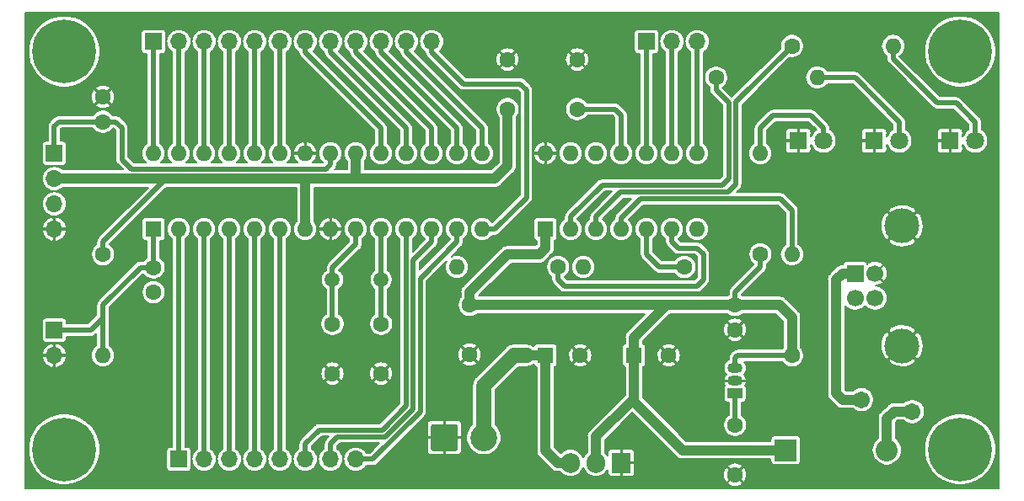
<source format=gbr>
G04 #@! TF.GenerationSoftware,KiCad,Pcbnew,(5.1.2)-2*
G04 #@! TF.CreationDate,2019-12-12T02:46:19+03:00*
G04 #@! TF.ProjectId,uController One,75436f6e-7472-46f6-9c6c-6572204f6e65,1*
G04 #@! TF.SameCoordinates,Original*
G04 #@! TF.FileFunction,Copper,L2,Bot*
G04 #@! TF.FilePolarity,Positive*
%FSLAX46Y46*%
G04 Gerber Fmt 4.6, Leading zero omitted, Abs format (unit mm)*
G04 Created by KiCad (PCBNEW (5.1.2)-2) date 2019-12-12 02:46:19*
%MOMM*%
%LPD*%
G04 APERTURE LIST*
%ADD10C,1.500000*%
%ADD11C,1.600000*%
%ADD12R,1.600000X1.600000*%
%ADD13R,2.200000X2.200000*%
%ADD14O,2.200000X2.200000*%
%ADD15R,1.800000X1.800000*%
%ADD16C,1.800000*%
%ADD17C,1.710000*%
%ADD18C,0.800000*%
%ADD19C,6.400000*%
%ADD20C,0.100000*%
%ADD21C,2.700000*%
%ADD22R,1.700000X1.700000*%
%ADD23C,1.700000*%
%ADD24C,3.500000*%
%ADD25O,1.700000X1.700000*%
%ADD26O,1.600000X1.600000*%
%ADD27O,1.905000X2.000000*%
%ADD28R,1.905000X2.000000*%
%ADD29O,1.500000X1.050000*%
%ADD30R,1.500000X1.050000*%
%ADD31C,0.500000*%
%ADD32C,1.000000*%
%ADD33C,1.500000*%
%ADD34C,0.200000*%
G04 APERTURE END LIST*
D10*
X76830000Y-67940000D03*
X71950000Y-67940000D03*
D11*
X96840000Y-75560000D03*
D12*
X93340000Y-75560000D03*
X102230000Y-75560000D03*
D11*
X105730000Y-75560000D03*
X112395000Y-70480000D03*
X112395000Y-72980000D03*
X112395000Y-82550000D03*
X112395000Y-87550000D03*
X48890000Y-49570000D03*
X48890000Y-52070000D03*
X89535000Y-50800000D03*
X89535000Y-45800000D03*
X76830000Y-77385000D03*
X76830000Y-72385000D03*
X71950000Y-72385000D03*
X71950000Y-77385000D03*
X85720000Y-75480000D03*
X85720000Y-70480000D03*
X96520000Y-45800000D03*
X96520000Y-50800000D03*
D13*
X117475000Y-85090000D03*
D14*
X127635000Y-85090000D03*
D15*
X118740000Y-53970000D03*
D16*
X121280000Y-53970000D03*
D15*
X126360000Y-53970000D03*
D16*
X128900000Y-53970000D03*
X136520000Y-53970000D03*
D15*
X133980000Y-53970000D03*
D17*
X125095000Y-80010000D03*
X130195000Y-81210000D03*
D18*
X46697056Y-43302944D03*
X45000000Y-42600000D03*
X43302944Y-43302944D03*
X42600000Y-45000000D03*
X43302944Y-46697056D03*
X45000000Y-47400000D03*
X46697056Y-46697056D03*
X47400000Y-45000000D03*
D19*
X45000000Y-45000000D03*
X45000000Y-85000000D03*
D18*
X47400000Y-85000000D03*
X46697056Y-86697056D03*
X45000000Y-87400000D03*
X43302944Y-86697056D03*
X42600000Y-85000000D03*
X43302944Y-83302944D03*
X45000000Y-82600000D03*
X46697056Y-83302944D03*
D19*
X135000000Y-45000000D03*
D18*
X137400000Y-45000000D03*
X136697056Y-46697056D03*
X135000000Y-47400000D03*
X133302944Y-46697056D03*
X132600000Y-45000000D03*
X133302944Y-43302944D03*
X135000000Y-42600000D03*
X136697056Y-43302944D03*
X136697056Y-83302944D03*
X135000000Y-82600000D03*
X133302944Y-83302944D03*
X132600000Y-85000000D03*
X133302944Y-86697056D03*
X135000000Y-87400000D03*
X136697056Y-86697056D03*
X137400000Y-85000000D03*
D19*
X135000000Y-85000000D03*
D20*
G36*
X84309503Y-82471204D02*
G01*
X84333772Y-82474804D01*
X84357570Y-82480765D01*
X84380670Y-82489030D01*
X84402849Y-82499520D01*
X84423892Y-82512133D01*
X84443598Y-82526748D01*
X84461776Y-82543224D01*
X84478252Y-82561402D01*
X84492867Y-82581108D01*
X84505480Y-82602151D01*
X84515970Y-82624330D01*
X84524235Y-82647430D01*
X84530196Y-82671228D01*
X84533796Y-82695497D01*
X84535000Y-82720001D01*
X84535000Y-84919999D01*
X84533796Y-84944503D01*
X84530196Y-84968772D01*
X84524235Y-84992570D01*
X84515970Y-85015670D01*
X84505480Y-85037849D01*
X84492867Y-85058892D01*
X84478252Y-85078598D01*
X84461776Y-85096776D01*
X84443598Y-85113252D01*
X84423892Y-85127867D01*
X84402849Y-85140480D01*
X84380670Y-85150970D01*
X84357570Y-85159235D01*
X84333772Y-85165196D01*
X84309503Y-85168796D01*
X84284999Y-85170000D01*
X82085001Y-85170000D01*
X82060497Y-85168796D01*
X82036228Y-85165196D01*
X82012430Y-85159235D01*
X81989330Y-85150970D01*
X81967151Y-85140480D01*
X81946108Y-85127867D01*
X81926402Y-85113252D01*
X81908224Y-85096776D01*
X81891748Y-85078598D01*
X81877133Y-85058892D01*
X81864520Y-85037849D01*
X81854030Y-85015670D01*
X81845765Y-84992570D01*
X81839804Y-84968772D01*
X81836204Y-84944503D01*
X81835000Y-84919999D01*
X81835000Y-82720001D01*
X81836204Y-82695497D01*
X81839804Y-82671228D01*
X81845765Y-82647430D01*
X81854030Y-82624330D01*
X81864520Y-82602151D01*
X81877133Y-82581108D01*
X81891748Y-82561402D01*
X81908224Y-82543224D01*
X81926402Y-82526748D01*
X81946108Y-82512133D01*
X81967151Y-82499520D01*
X81989330Y-82489030D01*
X82012430Y-82480765D01*
X82036228Y-82474804D01*
X82060497Y-82471204D01*
X82085001Y-82470000D01*
X84284999Y-82470000D01*
X84309503Y-82471204D01*
X84309503Y-82471204D01*
G37*
D21*
X83185000Y-83820000D03*
X87145000Y-83820000D03*
D22*
X124460000Y-67310000D03*
D23*
X124460000Y-69810000D03*
X126460000Y-69810000D03*
X126460000Y-67310000D03*
D24*
X129170000Y-62540000D03*
X129170000Y-74580000D03*
D22*
X44000000Y-73020000D03*
D25*
X44000000Y-75560000D03*
D22*
X53970000Y-44000000D03*
D25*
X56510000Y-44000000D03*
X59050000Y-44000000D03*
X61590000Y-44000000D03*
X64130000Y-44000000D03*
X66670000Y-44000000D03*
X69210000Y-44000000D03*
X71750000Y-44000000D03*
X74290000Y-44000000D03*
X76830000Y-44000000D03*
X79370000Y-44000000D03*
X81910000Y-44000000D03*
D22*
X56510000Y-86000000D03*
D25*
X59050000Y-86000000D03*
X61590000Y-86000000D03*
X64130000Y-86000000D03*
X66670000Y-86000000D03*
X69210000Y-86000000D03*
X71750000Y-86000000D03*
X74290000Y-86000000D03*
D26*
X114930000Y-55240000D03*
D11*
X114930000Y-65400000D03*
X48890000Y-65400000D03*
D26*
X48890000Y-75560000D03*
D11*
X110490000Y-47625000D03*
D26*
X120650000Y-47625000D03*
X128270000Y-44450000D03*
D11*
X118110000Y-44450000D03*
D26*
X97150000Y-66670000D03*
D11*
X107310000Y-66670000D03*
X94610000Y-66670000D03*
D26*
X84450000Y-66670000D03*
D27*
X95880000Y-86360000D03*
X98420000Y-86360000D03*
D28*
X100960000Y-86360000D03*
D29*
X112395000Y-78105000D03*
X112395000Y-76835000D03*
D30*
X112395000Y-79375000D03*
D12*
X53970000Y-62860000D03*
D26*
X86990000Y-55240000D03*
X56510000Y-62860000D03*
X84450000Y-55240000D03*
X59050000Y-62860000D03*
X81910000Y-55240000D03*
X61590000Y-62860000D03*
X79370000Y-55240000D03*
X64130000Y-62860000D03*
X76830000Y-55240000D03*
X66670000Y-62860000D03*
X74290000Y-55240000D03*
X69210000Y-62860000D03*
X71750000Y-55240000D03*
X71750000Y-62860000D03*
X69210000Y-55240000D03*
X74290000Y-62860000D03*
X66670000Y-55240000D03*
X76830000Y-62860000D03*
X64130000Y-55240000D03*
X79370000Y-62860000D03*
X61590000Y-55240000D03*
X81910000Y-62860000D03*
X59050000Y-55240000D03*
X84450000Y-62860000D03*
X56510000Y-55240000D03*
X86990000Y-62860000D03*
X53970000Y-55240000D03*
D12*
X93340000Y-62860000D03*
D26*
X108580000Y-55240000D03*
X95880000Y-62860000D03*
X106040000Y-55240000D03*
X98420000Y-62860000D03*
X103500000Y-55240000D03*
X100960000Y-62860000D03*
X100960000Y-55240000D03*
X103500000Y-62860000D03*
X98420000Y-55240000D03*
X106040000Y-62860000D03*
X95880000Y-55240000D03*
X108580000Y-62860000D03*
X93340000Y-55240000D03*
D11*
X53970000Y-69210000D03*
X53970000Y-66710000D03*
D22*
X44000000Y-55240000D03*
D25*
X44000000Y-57780000D03*
X44000000Y-60320000D03*
X44000000Y-62860000D03*
D22*
X103505000Y-44000000D03*
D25*
X106045000Y-44000000D03*
X108585000Y-44000000D03*
D11*
X118110000Y-75565000D03*
D26*
X118110000Y-65405000D03*
D31*
X61590000Y-62860000D02*
X61590000Y-86000000D01*
X64130000Y-62860000D02*
X64130000Y-86000000D01*
X66670000Y-62860000D02*
X66670000Y-86000000D01*
X69210000Y-84450000D02*
X69210000Y-86000000D01*
X70610022Y-83049978D02*
X69210000Y-84450000D01*
X76960022Y-83049978D02*
X70610022Y-83049978D01*
X79370000Y-62860000D02*
X79370000Y-80640000D01*
X79370000Y-80640000D02*
X76960022Y-83049978D01*
X81910000Y-64130000D02*
X81910000Y-62860000D01*
X71750000Y-84450000D02*
X72450011Y-83749989D01*
X72450011Y-83749989D02*
X77249976Y-83749989D01*
X77249976Y-83749989D02*
X80070011Y-80929954D01*
X71750000Y-86000000D02*
X71750000Y-84450000D01*
X80070011Y-80929954D02*
X80070011Y-65969989D01*
X80070011Y-65969989D02*
X81910000Y-64130000D01*
X75989930Y-86000000D02*
X74290000Y-86000000D01*
X80770022Y-81219908D02*
X75989930Y-86000000D01*
X80770022Y-67809978D02*
X80770022Y-81219908D01*
X84450000Y-62860000D02*
X84450000Y-64130000D01*
X84450000Y-64130000D02*
X80770022Y-67809978D01*
X98420000Y-61600000D02*
X98420000Y-62860000D01*
X100899989Y-59120011D02*
X98420000Y-61600000D01*
X111694989Y-59120011D02*
X100899989Y-59120011D01*
X112455011Y-58359989D02*
X111694989Y-59120011D01*
X118110000Y-44450000D02*
X112455011Y-50104989D01*
X112455011Y-50104989D02*
X112455011Y-58359989D01*
X103500000Y-62860000D02*
X103500000Y-65400000D01*
X103500000Y-65400000D02*
X104770000Y-66670000D01*
X104770000Y-66670000D02*
X107310000Y-66670000D01*
D32*
X127655000Y-85705000D02*
X127635000Y-85725000D01*
X128340000Y-81210000D02*
X130195000Y-81210000D01*
X127635000Y-85090000D02*
X127635000Y-81915000D01*
X127635000Y-81915000D02*
X128340000Y-81210000D01*
D31*
X121280000Y-52700000D02*
X121280000Y-53970000D01*
X120010000Y-51430000D02*
X121280000Y-52700000D01*
X116200000Y-51430000D02*
X120010000Y-51430000D01*
X114930000Y-55240000D02*
X114930000Y-52700000D01*
X114930000Y-52700000D02*
X116200000Y-51430000D01*
D32*
X123190000Y-80010000D02*
X125095000Y-80010000D01*
X122555000Y-79375000D02*
X123190000Y-80010000D01*
X122555000Y-67955000D02*
X122555000Y-79375000D01*
X122550000Y-67950000D02*
X122555000Y-67955000D01*
X124460000Y-67310000D02*
X123190000Y-67310000D01*
X123190000Y-67310000D02*
X122550000Y-67950000D01*
D31*
X79370000Y-45080000D02*
X79370000Y-44000000D01*
X86990000Y-55240000D02*
X86990000Y-52700000D01*
X86990000Y-52700000D02*
X79370000Y-45080000D01*
X76830000Y-45080000D02*
X76830000Y-44000000D01*
X84450000Y-55240000D02*
X84450000Y-52700000D01*
X84450000Y-52700000D02*
X76830000Y-45080000D01*
X74290000Y-45080000D02*
X74290000Y-44000000D01*
X81910000Y-55240000D02*
X81910000Y-52700000D01*
X81910000Y-52700000D02*
X74290000Y-45080000D01*
X71750000Y-45080000D02*
X71750000Y-44000000D01*
X79370000Y-55240000D02*
X79370000Y-52700000D01*
X79370000Y-52700000D02*
X71750000Y-45080000D01*
X69210000Y-45080000D02*
X69210000Y-44000000D01*
X76830000Y-55240000D02*
X76830000Y-52700000D01*
X76830000Y-52700000D02*
X69210000Y-45080000D01*
X66670000Y-55240000D02*
X66670000Y-44000000D01*
X64130000Y-55240000D02*
X64130000Y-44000000D01*
X61590000Y-55240000D02*
X61590000Y-44000000D01*
X59050000Y-55240000D02*
X59050000Y-44000000D01*
X56510000Y-55240000D02*
X56510000Y-44000000D01*
X81910000Y-45080000D02*
X81910000Y-44000000D01*
X88260000Y-62860000D02*
X91435000Y-59685000D01*
X86990000Y-62860000D02*
X88260000Y-62860000D01*
X91435000Y-59685000D02*
X91435000Y-48890000D01*
X91435000Y-48890000D02*
X90800000Y-48255000D01*
X90800000Y-48255000D02*
X85085000Y-48255000D01*
X85085000Y-48255000D02*
X81910000Y-45080000D01*
X53970000Y-55240000D02*
X53970000Y-44000000D01*
X59050000Y-62860000D02*
X59050000Y-86000000D01*
X56510000Y-62860000D02*
X56510000Y-86000000D01*
X50165000Y-52070000D02*
X48890000Y-52070000D01*
X71750000Y-56371370D02*
X71291380Y-56829990D01*
X71750000Y-55240000D02*
X71750000Y-56371370D01*
X71291380Y-56829990D02*
X51749990Y-56829990D01*
X51749990Y-56829990D02*
X50800000Y-55880000D01*
X50800000Y-55880000D02*
X50800000Y-52705000D01*
X50800000Y-52705000D02*
X50165000Y-52070000D01*
X44000000Y-52520000D02*
X44000000Y-55240000D01*
X48890000Y-52070000D02*
X44450000Y-52070000D01*
X44450000Y-52070000D02*
X44000000Y-52520000D01*
X123815000Y-47625000D02*
X120650000Y-47625000D01*
X123820000Y-47620000D02*
X123815000Y-47625000D01*
X123825000Y-47625000D02*
X123820000Y-47620000D01*
X124460000Y-47625000D02*
X123825000Y-47625000D01*
X128900000Y-53970000D02*
X128900000Y-52065000D01*
X128900000Y-52065000D02*
X124460000Y-47625000D01*
X128270000Y-45720000D02*
X128270000Y-44450000D01*
X132710000Y-50160000D02*
X128270000Y-45720000D01*
X134615000Y-50160000D02*
X132710000Y-50160000D01*
X136520000Y-53970000D02*
X136520000Y-52065000D01*
X136520000Y-52065000D02*
X134615000Y-50160000D01*
X94615000Y-66675000D02*
X94610000Y-66670000D01*
X106040000Y-62860000D02*
X106040000Y-64130000D01*
X106040000Y-64130000D02*
X106680000Y-64770000D01*
X106680000Y-64770000D02*
X108585000Y-64770000D01*
X108585000Y-64770000D02*
X109220000Y-65405000D01*
X109220000Y-65405000D02*
X109220000Y-67945000D01*
X109220000Y-67945000D02*
X108585000Y-68580000D01*
X108585000Y-68580000D02*
X95250000Y-68580000D01*
X94610000Y-67940000D02*
X94610000Y-66670000D01*
X95250000Y-68580000D02*
X94610000Y-67940000D01*
D33*
X87140000Y-78585000D02*
X90165000Y-75560000D01*
X90165000Y-75560000D02*
X91435000Y-75560000D01*
D32*
X93340000Y-75560000D02*
X91435000Y-75560000D01*
D33*
X87145000Y-78590000D02*
X87140000Y-78585000D01*
X87145000Y-83820000D02*
X87145000Y-78590000D01*
D32*
X93340000Y-75560000D02*
X93340000Y-85132500D01*
X93340000Y-85132500D02*
X94567500Y-86360000D01*
X95880000Y-86360000D02*
X94567500Y-86360000D01*
D31*
X110490000Y-48895000D02*
X110490000Y-47625000D01*
X95880000Y-61590000D02*
X99050000Y-58420000D01*
X99050000Y-58420000D02*
X111125000Y-58420000D01*
X111125000Y-58420000D02*
X111755000Y-57790000D01*
X95880000Y-62860000D02*
X95880000Y-61590000D01*
X111755000Y-57790000D02*
X111755000Y-50160000D01*
X111755000Y-50160000D02*
X110490000Y-48895000D01*
X76830000Y-62860000D02*
X76830000Y-67940000D01*
X76830000Y-67940000D02*
X76830000Y-72385000D01*
X53970000Y-62860000D02*
X53970000Y-66710000D01*
X48890000Y-75560000D02*
X48890000Y-71790000D01*
X47660000Y-73020000D02*
X48890000Y-71790000D01*
X44000000Y-73020000D02*
X47660000Y-73020000D01*
X52660000Y-66710000D02*
X53970000Y-66710000D01*
X48890000Y-71790000D02*
X48890000Y-70480000D01*
X48890000Y-70480000D02*
X52660000Y-66710000D01*
X71750000Y-68140000D02*
X71950000Y-67940000D01*
X71950000Y-72385000D02*
X71950000Y-67940000D01*
X71950000Y-66734000D02*
X71950000Y-67940000D01*
X74290000Y-62860000D02*
X74290000Y-64394000D01*
X74290000Y-64394000D02*
X71950000Y-66734000D01*
X100960000Y-55240000D02*
X100960000Y-51430000D01*
X100330000Y-50800000D02*
X96520000Y-50800000D01*
X100960000Y-51430000D02*
X100330000Y-50800000D01*
X108580000Y-44005000D02*
X108585000Y-44000000D01*
X108580000Y-55240000D02*
X108580000Y-44005000D01*
X103500000Y-44005000D02*
X103505000Y-44000000D01*
X103500000Y-55240000D02*
X103500000Y-44005000D01*
X106040000Y-44005000D02*
X106045000Y-44000000D01*
X106040000Y-55240000D02*
X106040000Y-44005000D01*
X100960000Y-61728630D02*
X100960000Y-62860000D01*
X102868608Y-59820022D02*
X100960000Y-61728630D01*
X116970022Y-59820022D02*
X102868608Y-59820022D01*
X118110000Y-65405000D02*
X118110000Y-60960000D01*
X118110000Y-60960000D02*
X116970022Y-59820022D01*
D32*
X52700000Y-57780000D02*
X44000000Y-57780000D01*
X55240000Y-57780000D02*
X52700000Y-57780000D01*
X102230000Y-73760000D02*
X105510000Y-70480000D01*
X102230000Y-75560000D02*
X102230000Y-73760000D01*
X98420000Y-83720000D02*
X101940000Y-80200000D01*
X102230000Y-79910000D02*
X102230000Y-75560000D01*
X101940000Y-80200000D02*
X102230000Y-79910000D01*
X105510000Y-70480000D02*
X85720000Y-70480000D01*
X93340000Y-64765000D02*
X93340000Y-62860000D01*
X92705000Y-65400000D02*
X93340000Y-64765000D01*
X89530000Y-65400000D02*
X92705000Y-65400000D01*
X85720000Y-70480000D02*
X85720000Y-69210000D01*
X85720000Y-69210000D02*
X89530000Y-65400000D01*
X108718630Y-70480000D02*
X105510000Y-70480000D01*
X112395000Y-70480000D02*
X108718630Y-70480000D01*
X112395000Y-70480000D02*
X111120000Y-70480000D01*
D31*
X112395000Y-69215000D02*
X112395000Y-70480000D01*
X114930000Y-65400000D02*
X114930000Y-66680000D01*
X114930000Y-66680000D02*
X112395000Y-69215000D01*
X112400000Y-70485000D02*
X112395000Y-70480000D01*
X112395000Y-75810000D02*
X112395000Y-76835000D01*
X112640000Y-75565000D02*
X112395000Y-75810000D01*
D32*
X116835000Y-70480000D02*
X112395000Y-70480000D01*
X118110000Y-71755000D02*
X116835000Y-70480000D01*
X118110000Y-75565000D02*
X118110000Y-71755000D01*
D31*
X118110000Y-75565000D02*
X112640000Y-75565000D01*
D32*
X69210000Y-62860000D02*
X69210000Y-57780000D01*
X69210000Y-57780000D02*
X55240000Y-57780000D01*
D31*
X48890000Y-65400000D02*
X48890000Y-64130000D01*
X48890000Y-64130000D02*
X55240000Y-57780000D01*
D32*
X73020000Y-57780000D02*
X69210000Y-57780000D01*
X71125000Y-57780000D02*
X73020000Y-57780000D01*
X74290000Y-57770000D02*
X74300000Y-57780000D01*
X74290000Y-55240000D02*
X74290000Y-57770000D01*
X73020000Y-57780000D02*
X74300000Y-57780000D01*
X88260000Y-57780000D02*
X89535000Y-56505000D01*
X74300000Y-57780000D02*
X88260000Y-57780000D01*
X89535000Y-56505000D02*
X89535000Y-50800000D01*
X102230000Y-80200000D02*
X101940000Y-80200000D01*
X107120000Y-85090000D02*
X102230000Y-80200000D01*
X117475000Y-85090000D02*
X107120000Y-85090000D01*
X98420000Y-83720000D02*
X98420000Y-86360000D01*
D31*
X112395000Y-79375000D02*
X112395000Y-82550000D01*
D34*
G36*
X138900000Y-88900000D02*
G01*
X41100000Y-88900000D01*
X41100000Y-84645431D01*
X41400000Y-84645431D01*
X41400000Y-85354569D01*
X41538346Y-86050081D01*
X41809721Y-86705240D01*
X42203697Y-87294866D01*
X42705134Y-87796303D01*
X43294760Y-88190279D01*
X43949919Y-88461654D01*
X44645431Y-88600000D01*
X45354569Y-88600000D01*
X46050081Y-88461654D01*
X46279854Y-88366479D01*
X111649232Y-88366479D01*
X111727305Y-88554068D01*
X111936019Y-88665036D01*
X112162371Y-88733153D01*
X112397663Y-88755802D01*
X112632852Y-88732114D01*
X112858900Y-88662997D01*
X113062695Y-88554068D01*
X113140768Y-88366479D01*
X112395000Y-87620711D01*
X111649232Y-88366479D01*
X46279854Y-88366479D01*
X46705240Y-88190279D01*
X47294866Y-87796303D01*
X47796303Y-87294866D01*
X48190279Y-86705240D01*
X48461654Y-86050081D01*
X48600000Y-85354569D01*
X48600000Y-85150000D01*
X55258065Y-85150000D01*
X55258065Y-86850000D01*
X55265788Y-86928414D01*
X55288660Y-87003814D01*
X55325803Y-87073303D01*
X55375789Y-87134211D01*
X55436697Y-87184197D01*
X55506186Y-87221340D01*
X55581586Y-87244212D01*
X55660000Y-87251935D01*
X57360000Y-87251935D01*
X57438414Y-87244212D01*
X57513814Y-87221340D01*
X57583303Y-87184197D01*
X57644211Y-87134211D01*
X57694197Y-87073303D01*
X57731340Y-87003814D01*
X57754212Y-86928414D01*
X57761935Y-86850000D01*
X57761935Y-86000000D01*
X57793952Y-86000000D01*
X57818087Y-86245043D01*
X57889563Y-86480669D01*
X58005634Y-86697823D01*
X58161840Y-86888160D01*
X58352177Y-87044366D01*
X58569331Y-87160437D01*
X58804957Y-87231913D01*
X58988595Y-87250000D01*
X59111405Y-87250000D01*
X59295043Y-87231913D01*
X59530669Y-87160437D01*
X59747823Y-87044366D01*
X59938160Y-86888160D01*
X60094366Y-86697823D01*
X60210437Y-86480669D01*
X60281913Y-86245043D01*
X60306048Y-86000000D01*
X60333952Y-86000000D01*
X60358087Y-86245043D01*
X60429563Y-86480669D01*
X60545634Y-86697823D01*
X60701840Y-86888160D01*
X60892177Y-87044366D01*
X61109331Y-87160437D01*
X61344957Y-87231913D01*
X61528595Y-87250000D01*
X61651405Y-87250000D01*
X61835043Y-87231913D01*
X62070669Y-87160437D01*
X62287823Y-87044366D01*
X62478160Y-86888160D01*
X62634366Y-86697823D01*
X62750437Y-86480669D01*
X62821913Y-86245043D01*
X62846048Y-86000000D01*
X62873952Y-86000000D01*
X62898087Y-86245043D01*
X62969563Y-86480669D01*
X63085634Y-86697823D01*
X63241840Y-86888160D01*
X63432177Y-87044366D01*
X63649331Y-87160437D01*
X63884957Y-87231913D01*
X64068595Y-87250000D01*
X64191405Y-87250000D01*
X64375043Y-87231913D01*
X64610669Y-87160437D01*
X64827823Y-87044366D01*
X65018160Y-86888160D01*
X65174366Y-86697823D01*
X65290437Y-86480669D01*
X65361913Y-86245043D01*
X65386048Y-86000000D01*
X65413952Y-86000000D01*
X65438087Y-86245043D01*
X65509563Y-86480669D01*
X65625634Y-86697823D01*
X65781840Y-86888160D01*
X65972177Y-87044366D01*
X66189331Y-87160437D01*
X66424957Y-87231913D01*
X66608595Y-87250000D01*
X66731405Y-87250000D01*
X66915043Y-87231913D01*
X67150669Y-87160437D01*
X67367823Y-87044366D01*
X67558160Y-86888160D01*
X67714366Y-86697823D01*
X67830437Y-86480669D01*
X67901913Y-86245043D01*
X67926048Y-86000000D01*
X67953952Y-86000000D01*
X67978087Y-86245043D01*
X68049563Y-86480669D01*
X68165634Y-86697823D01*
X68321840Y-86888160D01*
X68512177Y-87044366D01*
X68729331Y-87160437D01*
X68964957Y-87231913D01*
X69148595Y-87250000D01*
X69271405Y-87250000D01*
X69455043Y-87231913D01*
X69690669Y-87160437D01*
X69907823Y-87044366D01*
X70098160Y-86888160D01*
X70254366Y-86697823D01*
X70370437Y-86480669D01*
X70441913Y-86245043D01*
X70466048Y-86000000D01*
X70441913Y-85754957D01*
X70370437Y-85519331D01*
X70254366Y-85302177D01*
X70098160Y-85111840D01*
X69907823Y-84955634D01*
X69860000Y-84930072D01*
X69860000Y-84719238D01*
X70879261Y-83699978D01*
X71580784Y-83699978D01*
X71312957Y-83967805D01*
X71288158Y-83988157D01*
X71267805Y-84012957D01*
X71267802Y-84012960D01*
X71206930Y-84087132D01*
X71146573Y-84200053D01*
X71109406Y-84322578D01*
X71096856Y-84450000D01*
X71100001Y-84481931D01*
X71100001Y-84930072D01*
X71052177Y-84955634D01*
X70861840Y-85111840D01*
X70705634Y-85302177D01*
X70589563Y-85519331D01*
X70518087Y-85754957D01*
X70493952Y-86000000D01*
X70518087Y-86245043D01*
X70589563Y-86480669D01*
X70705634Y-86697823D01*
X70861840Y-86888160D01*
X71052177Y-87044366D01*
X71269331Y-87160437D01*
X71504957Y-87231913D01*
X71688595Y-87250000D01*
X71811405Y-87250000D01*
X71995043Y-87231913D01*
X72230669Y-87160437D01*
X72447823Y-87044366D01*
X72638160Y-86888160D01*
X72794366Y-86697823D01*
X72910437Y-86480669D01*
X72981913Y-86245043D01*
X73006048Y-86000000D01*
X72981913Y-85754957D01*
X72910437Y-85519331D01*
X72794366Y-85302177D01*
X72638160Y-85111840D01*
X72447823Y-84955634D01*
X72400000Y-84930072D01*
X72400000Y-84719238D01*
X72719250Y-84399989D01*
X76670703Y-84399989D01*
X75720692Y-85350000D01*
X75359928Y-85350000D01*
X75334366Y-85302177D01*
X75178160Y-85111840D01*
X74987823Y-84955634D01*
X74770669Y-84839563D01*
X74535043Y-84768087D01*
X74351405Y-84750000D01*
X74228595Y-84750000D01*
X74044957Y-84768087D01*
X73809331Y-84839563D01*
X73592177Y-84955634D01*
X73401840Y-85111840D01*
X73245634Y-85302177D01*
X73129563Y-85519331D01*
X73058087Y-85754957D01*
X73033952Y-86000000D01*
X73058087Y-86245043D01*
X73129563Y-86480669D01*
X73245634Y-86697823D01*
X73401840Y-86888160D01*
X73592177Y-87044366D01*
X73809331Y-87160437D01*
X74044957Y-87231913D01*
X74228595Y-87250000D01*
X74351405Y-87250000D01*
X74535043Y-87231913D01*
X74770669Y-87160437D01*
X74987823Y-87044366D01*
X75178160Y-86888160D01*
X75334366Y-86697823D01*
X75359928Y-86650000D01*
X75958009Y-86650000D01*
X75989930Y-86653144D01*
X76021851Y-86650000D01*
X76021862Y-86650000D01*
X76117352Y-86640595D01*
X76239878Y-86603427D01*
X76352798Y-86543070D01*
X76451773Y-86461843D01*
X76472130Y-86437038D01*
X77739168Y-85170000D01*
X81433065Y-85170000D01*
X81440788Y-85248414D01*
X81463660Y-85323814D01*
X81500803Y-85393303D01*
X81550789Y-85454211D01*
X81611697Y-85504197D01*
X81681186Y-85541340D01*
X81756586Y-85564212D01*
X81835000Y-85571935D01*
X83035000Y-85570000D01*
X83135000Y-85470000D01*
X83135000Y-83870000D01*
X83235000Y-83870000D01*
X83235000Y-85470000D01*
X83335000Y-85570000D01*
X84535000Y-85571935D01*
X84613414Y-85564212D01*
X84688814Y-85541340D01*
X84758303Y-85504197D01*
X84819211Y-85454211D01*
X84869197Y-85393303D01*
X84906340Y-85323814D01*
X84929212Y-85248414D01*
X84936935Y-85170000D01*
X84935000Y-83970000D01*
X84835000Y-83870000D01*
X83235000Y-83870000D01*
X83135000Y-83870000D01*
X81535000Y-83870000D01*
X81435000Y-83970000D01*
X81433065Y-85170000D01*
X77739168Y-85170000D01*
X80439168Y-82470000D01*
X81433065Y-82470000D01*
X81435000Y-83670000D01*
X81535000Y-83770000D01*
X83135000Y-83770000D01*
X83135000Y-82170000D01*
X83235000Y-82170000D01*
X83235000Y-83770000D01*
X84835000Y-83770000D01*
X84935000Y-83670000D01*
X84936935Y-82470000D01*
X84929212Y-82391586D01*
X84906340Y-82316186D01*
X84869197Y-82246697D01*
X84819211Y-82185789D01*
X84758303Y-82135803D01*
X84688814Y-82098660D01*
X84613414Y-82075788D01*
X84535000Y-82068065D01*
X83335000Y-82070000D01*
X83235000Y-82170000D01*
X83135000Y-82170000D01*
X83035000Y-82070000D01*
X81835000Y-82068065D01*
X81756586Y-82075788D01*
X81681186Y-82098660D01*
X81611697Y-82135803D01*
X81550789Y-82185789D01*
X81500803Y-82246697D01*
X81463660Y-82316186D01*
X81440788Y-82391586D01*
X81433065Y-82470000D01*
X80439168Y-82470000D01*
X81207065Y-81702104D01*
X81231865Y-81681751D01*
X81252220Y-81656949D01*
X81313092Y-81582777D01*
X81373449Y-81469856D01*
X81390827Y-81412568D01*
X81410617Y-81347330D01*
X81420022Y-81251840D01*
X81420022Y-81251830D01*
X81423166Y-81219908D01*
X81420022Y-81187987D01*
X81420022Y-76296479D01*
X84974232Y-76296479D01*
X85052305Y-76484068D01*
X85261019Y-76595036D01*
X85487371Y-76663153D01*
X85722663Y-76685802D01*
X85957852Y-76662114D01*
X86183900Y-76592997D01*
X86387695Y-76484068D01*
X86465768Y-76296479D01*
X85720000Y-75550711D01*
X84974232Y-76296479D01*
X81420022Y-76296479D01*
X81420022Y-75482663D01*
X84514198Y-75482663D01*
X84537886Y-75717852D01*
X84607003Y-75943900D01*
X84715932Y-76147695D01*
X84903521Y-76225768D01*
X85649289Y-75480000D01*
X85790711Y-75480000D01*
X86536479Y-76225768D01*
X86724068Y-76147695D01*
X86835036Y-75938981D01*
X86903153Y-75712629D01*
X86925802Y-75477337D01*
X86902114Y-75242148D01*
X86832997Y-75016100D01*
X86724068Y-74812305D01*
X86536479Y-74734232D01*
X85790711Y-75480000D01*
X85649289Y-75480000D01*
X84903521Y-74734232D01*
X84715932Y-74812305D01*
X84604964Y-75021019D01*
X84536847Y-75247371D01*
X84514198Y-75482663D01*
X81420022Y-75482663D01*
X81420022Y-74663521D01*
X84974232Y-74663521D01*
X85720000Y-75409289D01*
X86465768Y-74663521D01*
X86387695Y-74475932D01*
X86178981Y-74364964D01*
X85952629Y-74296847D01*
X85717337Y-74274198D01*
X85482148Y-74297886D01*
X85256100Y-74367003D01*
X85052305Y-74475932D01*
X84974232Y-74663521D01*
X81420022Y-74663521D01*
X81420022Y-70361810D01*
X84520000Y-70361810D01*
X84520000Y-70598190D01*
X84566116Y-70830027D01*
X84656574Y-71048413D01*
X84787899Y-71244955D01*
X84955045Y-71412101D01*
X85151587Y-71543426D01*
X85369973Y-71633884D01*
X85601810Y-71680000D01*
X85838190Y-71680000D01*
X86070027Y-71633884D01*
X86288413Y-71543426D01*
X86484955Y-71412101D01*
X86517056Y-71380000D01*
X103337208Y-71380000D01*
X101624861Y-73092347D01*
X101590526Y-73120525D01*
X101562348Y-73154860D01*
X101562345Y-73154863D01*
X101478057Y-73257569D01*
X101394487Y-73413919D01*
X101343023Y-73583570D01*
X101325646Y-73760000D01*
X101330001Y-73804216D01*
X101330001Y-74372336D01*
X101276186Y-74388660D01*
X101206697Y-74425803D01*
X101145789Y-74475789D01*
X101095803Y-74536697D01*
X101058660Y-74606186D01*
X101035788Y-74681586D01*
X101028065Y-74760000D01*
X101028065Y-76360000D01*
X101035788Y-76438414D01*
X101058660Y-76513814D01*
X101095803Y-76583303D01*
X101145789Y-76644211D01*
X101206697Y-76694197D01*
X101276186Y-76731340D01*
X101330001Y-76747664D01*
X101330000Y-79536335D01*
X101300525Y-79560525D01*
X101272345Y-79594863D01*
X97814865Y-83052343D01*
X97780525Y-83080525D01*
X97668057Y-83217569D01*
X97584486Y-83373920D01*
X97546227Y-83500042D01*
X97533023Y-83543570D01*
X97515646Y-83720000D01*
X97520000Y-83764207D01*
X97520001Y-85301459D01*
X97459012Y-85351511D01*
X97289996Y-85557456D01*
X97164407Y-85792416D01*
X97150000Y-85839910D01*
X97135593Y-85792417D01*
X97010004Y-85557457D01*
X96840989Y-85351511D01*
X96635044Y-85182496D01*
X96400084Y-85056907D01*
X96145136Y-84979570D01*
X95880000Y-84953456D01*
X95614865Y-84979570D01*
X95359917Y-85056907D01*
X95124957Y-85182496D01*
X94919012Y-85351511D01*
X94879702Y-85399410D01*
X94240000Y-84759708D01*
X94240000Y-76747664D01*
X94293814Y-76731340D01*
X94363303Y-76694197D01*
X94424211Y-76644211D01*
X94474197Y-76583303D01*
X94511340Y-76513814D01*
X94534212Y-76438414D01*
X94540311Y-76376479D01*
X96094232Y-76376479D01*
X96172305Y-76564068D01*
X96381019Y-76675036D01*
X96607371Y-76743153D01*
X96842663Y-76765802D01*
X97077852Y-76742114D01*
X97303900Y-76672997D01*
X97507695Y-76564068D01*
X97585768Y-76376479D01*
X96840000Y-75630711D01*
X96094232Y-76376479D01*
X94540311Y-76376479D01*
X94541935Y-76360000D01*
X94541935Y-75562663D01*
X95634198Y-75562663D01*
X95657886Y-75797852D01*
X95727003Y-76023900D01*
X95835932Y-76227695D01*
X96023521Y-76305768D01*
X96769289Y-75560000D01*
X96910711Y-75560000D01*
X97656479Y-76305768D01*
X97844068Y-76227695D01*
X97955036Y-76018981D01*
X98023153Y-75792629D01*
X98045802Y-75557337D01*
X98022114Y-75322148D01*
X97952997Y-75096100D01*
X97844068Y-74892305D01*
X97656479Y-74814232D01*
X96910711Y-75560000D01*
X96769289Y-75560000D01*
X96023521Y-74814232D01*
X95835932Y-74892305D01*
X95724964Y-75101019D01*
X95656847Y-75327371D01*
X95634198Y-75562663D01*
X94541935Y-75562663D01*
X94541935Y-74760000D01*
X94540312Y-74743521D01*
X96094232Y-74743521D01*
X96840000Y-75489289D01*
X97585768Y-74743521D01*
X97507695Y-74555932D01*
X97298981Y-74444964D01*
X97072629Y-74376847D01*
X96837337Y-74354198D01*
X96602148Y-74377886D01*
X96376100Y-74447003D01*
X96172305Y-74555932D01*
X96094232Y-74743521D01*
X94540312Y-74743521D01*
X94534212Y-74681586D01*
X94511340Y-74606186D01*
X94474197Y-74536697D01*
X94424211Y-74475789D01*
X94363303Y-74425803D01*
X94293814Y-74388660D01*
X94218414Y-74365788D01*
X94140000Y-74358065D01*
X92540000Y-74358065D01*
X92461586Y-74365788D01*
X92386186Y-74388660D01*
X92316697Y-74425803D01*
X92255789Y-74475789D01*
X92205803Y-74536697D01*
X92168660Y-74606186D01*
X92152336Y-74660000D01*
X92151102Y-74660000D01*
X92076997Y-74599184D01*
X91877215Y-74492398D01*
X91660439Y-74426640D01*
X91491492Y-74410000D01*
X90221481Y-74410000D01*
X90164999Y-74404437D01*
X90108517Y-74410000D01*
X90108508Y-74410000D01*
X89939561Y-74426640D01*
X89722785Y-74492398D01*
X89523003Y-74599184D01*
X89347893Y-74742893D01*
X89311880Y-74786775D01*
X86366779Y-77731877D01*
X86322893Y-77767893D01*
X86179185Y-77943003D01*
X86072399Y-78142785D01*
X86006641Y-78359561D01*
X85984437Y-78585000D01*
X85995001Y-78692257D01*
X85995000Y-82495126D01*
X85785686Y-82704440D01*
X85594170Y-82991064D01*
X85462251Y-83309544D01*
X85395000Y-83647640D01*
X85395000Y-83992360D01*
X85462251Y-84330456D01*
X85594170Y-84648936D01*
X85785686Y-84935560D01*
X86029440Y-85179314D01*
X86316064Y-85370830D01*
X86634544Y-85502749D01*
X86972640Y-85570000D01*
X87317360Y-85570000D01*
X87655456Y-85502749D01*
X87973936Y-85370830D01*
X88260560Y-85179314D01*
X88504314Y-84935560D01*
X88695830Y-84648936D01*
X88827749Y-84330456D01*
X88895000Y-83992360D01*
X88895000Y-83647640D01*
X88827749Y-83309544D01*
X88695830Y-82991064D01*
X88504314Y-82704440D01*
X88295000Y-82495126D01*
X88295000Y-79056344D01*
X90641345Y-76710000D01*
X91491492Y-76710000D01*
X91660439Y-76693360D01*
X91877215Y-76627602D01*
X92076997Y-76520816D01*
X92151102Y-76460000D01*
X92152336Y-76460000D01*
X92168660Y-76513814D01*
X92205803Y-76583303D01*
X92255789Y-76644211D01*
X92316697Y-76694197D01*
X92386186Y-76731340D01*
X92440000Y-76747664D01*
X92440001Y-85088283D01*
X92435646Y-85132500D01*
X92453023Y-85308930D01*
X92504487Y-85478581D01*
X92588057Y-85634931D01*
X92672345Y-85737637D01*
X92672348Y-85737640D01*
X92700526Y-85771975D01*
X92734860Y-85800152D01*
X93899847Y-86965140D01*
X93928025Y-86999475D01*
X93962360Y-87027653D01*
X93962362Y-87027655D01*
X93982725Y-87044366D01*
X94065068Y-87111943D01*
X94221419Y-87195514D01*
X94391069Y-87246977D01*
X94523293Y-87260000D01*
X94523295Y-87260000D01*
X94567499Y-87264354D01*
X94611703Y-87260000D01*
X94829977Y-87260000D01*
X94919011Y-87368488D01*
X95124956Y-87537504D01*
X95359916Y-87663093D01*
X95614864Y-87740430D01*
X95880000Y-87766544D01*
X96145135Y-87740430D01*
X96400083Y-87663093D01*
X96635043Y-87537504D01*
X96840988Y-87368489D01*
X97010004Y-87162544D01*
X97135593Y-86927584D01*
X97150000Y-86880090D01*
X97164407Y-86927583D01*
X97289996Y-87162543D01*
X97459011Y-87368488D01*
X97664956Y-87537504D01*
X97899916Y-87663093D01*
X98154864Y-87740430D01*
X98420000Y-87766544D01*
X98685135Y-87740430D01*
X98940083Y-87663093D01*
X99175043Y-87537504D01*
X99380988Y-87368489D01*
X99550004Y-87162544D01*
X99606254Y-87057308D01*
X99605565Y-87360000D01*
X99613288Y-87438414D01*
X99636160Y-87513814D01*
X99673303Y-87583303D01*
X99723289Y-87644211D01*
X99784197Y-87694197D01*
X99853686Y-87731340D01*
X99929086Y-87754212D01*
X100007500Y-87761935D01*
X100810000Y-87760000D01*
X100910000Y-87660000D01*
X100910000Y-86410000D01*
X101010000Y-86410000D01*
X101010000Y-87660000D01*
X101110000Y-87760000D01*
X101912500Y-87761935D01*
X101990914Y-87754212D01*
X102066314Y-87731340D01*
X102135803Y-87694197D01*
X102196711Y-87644211D01*
X102246697Y-87583303D01*
X102263074Y-87552663D01*
X111189198Y-87552663D01*
X111212886Y-87787852D01*
X111282003Y-88013900D01*
X111390932Y-88217695D01*
X111578521Y-88295768D01*
X112324289Y-87550000D01*
X112465711Y-87550000D01*
X113211479Y-88295768D01*
X113399068Y-88217695D01*
X113510036Y-88008981D01*
X113578153Y-87782629D01*
X113600802Y-87547337D01*
X113577114Y-87312148D01*
X113507997Y-87086100D01*
X113399068Y-86882305D01*
X113211479Y-86804232D01*
X112465711Y-87550000D01*
X112324289Y-87550000D01*
X111578521Y-86804232D01*
X111390932Y-86882305D01*
X111279964Y-87091019D01*
X111211847Y-87317371D01*
X111189198Y-87552663D01*
X102263074Y-87552663D01*
X102283840Y-87513814D01*
X102306712Y-87438414D01*
X102314435Y-87360000D01*
X102313009Y-86733521D01*
X111649232Y-86733521D01*
X112395000Y-87479289D01*
X113140768Y-86733521D01*
X113062695Y-86545932D01*
X112853981Y-86434964D01*
X112627629Y-86366847D01*
X112392337Y-86344198D01*
X112157148Y-86367886D01*
X111931100Y-86437003D01*
X111727305Y-86545932D01*
X111649232Y-86733521D01*
X102313009Y-86733521D01*
X102312500Y-86510000D01*
X102212500Y-86410000D01*
X101010000Y-86410000D01*
X100910000Y-86410000D01*
X100890000Y-86410000D01*
X100890000Y-86310000D01*
X100910000Y-86310000D01*
X100910000Y-85060000D01*
X101010000Y-85060000D01*
X101010000Y-86310000D01*
X102212500Y-86310000D01*
X102312500Y-86210000D01*
X102314435Y-85360000D01*
X102306712Y-85281586D01*
X102283840Y-85206186D01*
X102246697Y-85136697D01*
X102196711Y-85075789D01*
X102135803Y-85025803D01*
X102066314Y-84988660D01*
X101990914Y-84965788D01*
X101912500Y-84958065D01*
X101110000Y-84960000D01*
X101010000Y-85060000D01*
X100910000Y-85060000D01*
X100810000Y-84960000D01*
X100007500Y-84958065D01*
X99929086Y-84965788D01*
X99853686Y-84988660D01*
X99784197Y-85025803D01*
X99723289Y-85075789D01*
X99673303Y-85136697D01*
X99636160Y-85206186D01*
X99613288Y-85281586D01*
X99605565Y-85360000D01*
X99606254Y-85662693D01*
X99550004Y-85557457D01*
X99380989Y-85351511D01*
X99320000Y-85301459D01*
X99320000Y-84092792D01*
X102085000Y-81327792D01*
X106452343Y-85695135D01*
X106480525Y-85729475D01*
X106617568Y-85841943D01*
X106773919Y-85925514D01*
X106943569Y-85976977D01*
X107075793Y-85990000D01*
X107075802Y-85990000D01*
X107119999Y-85994353D01*
X107164196Y-85990000D01*
X115973065Y-85990000D01*
X115973065Y-86190000D01*
X115980788Y-86268414D01*
X116003660Y-86343814D01*
X116040803Y-86413303D01*
X116090789Y-86474211D01*
X116151697Y-86524197D01*
X116221186Y-86561340D01*
X116296586Y-86584212D01*
X116375000Y-86591935D01*
X118575000Y-86591935D01*
X118653414Y-86584212D01*
X118728814Y-86561340D01*
X118798303Y-86524197D01*
X118859211Y-86474211D01*
X118909197Y-86413303D01*
X118946340Y-86343814D01*
X118969212Y-86268414D01*
X118976935Y-86190000D01*
X118976935Y-85090000D01*
X126127743Y-85090000D01*
X126156705Y-85384051D01*
X126242476Y-85666802D01*
X126381762Y-85927387D01*
X126569208Y-86155792D01*
X126797613Y-86343238D01*
X127058198Y-86482524D01*
X127254307Y-86542013D01*
X127288919Y-86560513D01*
X127458570Y-86611977D01*
X127635000Y-86629354D01*
X127811430Y-86611977D01*
X127981081Y-86560513D01*
X128015693Y-86542013D01*
X128211802Y-86482524D01*
X128472387Y-86343238D01*
X128700792Y-86155792D01*
X128888238Y-85927387D01*
X129027524Y-85666802D01*
X129113295Y-85384051D01*
X129142257Y-85090000D01*
X129113295Y-84795949D01*
X129067637Y-84645431D01*
X131400000Y-84645431D01*
X131400000Y-85354569D01*
X131538346Y-86050081D01*
X131809721Y-86705240D01*
X132203697Y-87294866D01*
X132705134Y-87796303D01*
X133294760Y-88190279D01*
X133949919Y-88461654D01*
X134645431Y-88600000D01*
X135354569Y-88600000D01*
X136050081Y-88461654D01*
X136705240Y-88190279D01*
X137294866Y-87796303D01*
X137796303Y-87294866D01*
X138190279Y-86705240D01*
X138461654Y-86050081D01*
X138600000Y-85354569D01*
X138600000Y-84645431D01*
X138461654Y-83949919D01*
X138190279Y-83294760D01*
X137796303Y-82705134D01*
X137294866Y-82203697D01*
X136705240Y-81809721D01*
X136050081Y-81538346D01*
X135354569Y-81400000D01*
X134645431Y-81400000D01*
X133949919Y-81538346D01*
X133294760Y-81809721D01*
X132705134Y-82203697D01*
X132203697Y-82705134D01*
X131809721Y-83294760D01*
X131538346Y-83949919D01*
X131400000Y-84645431D01*
X129067637Y-84645431D01*
X129027524Y-84513198D01*
X128888238Y-84252613D01*
X128700792Y-84024208D01*
X128535000Y-83888147D01*
X128535000Y-82287792D01*
X128712792Y-82110000D01*
X129320162Y-82110000D01*
X129394984Y-82184822D01*
X129600535Y-82322166D01*
X129828930Y-82416771D01*
X130071393Y-82465000D01*
X130318607Y-82465000D01*
X130561070Y-82416771D01*
X130789465Y-82322166D01*
X130995016Y-82184822D01*
X131169822Y-82010016D01*
X131307166Y-81804465D01*
X131401771Y-81576070D01*
X131450000Y-81333607D01*
X131450000Y-81086393D01*
X131401771Y-80843930D01*
X131307166Y-80615535D01*
X131169822Y-80409984D01*
X130995016Y-80235178D01*
X130789465Y-80097834D01*
X130561070Y-80003229D01*
X130318607Y-79955000D01*
X130071393Y-79955000D01*
X129828930Y-80003229D01*
X129600535Y-80097834D01*
X129394984Y-80235178D01*
X129320162Y-80310000D01*
X128384207Y-80310000D01*
X128340000Y-80305646D01*
X128163569Y-80323023D01*
X127993918Y-80374486D01*
X127856840Y-80447756D01*
X127837568Y-80458057D01*
X127700525Y-80570525D01*
X127672343Y-80604865D01*
X127029861Y-81247347D01*
X126995526Y-81275525D01*
X126967348Y-81309860D01*
X126967345Y-81309863D01*
X126883057Y-81412569D01*
X126799487Y-81568919D01*
X126748023Y-81738570D01*
X126730646Y-81915000D01*
X126735001Y-81959216D01*
X126735000Y-83888147D01*
X126569208Y-84024208D01*
X126381762Y-84252613D01*
X126242476Y-84513198D01*
X126156705Y-84795949D01*
X126127743Y-85090000D01*
X118976935Y-85090000D01*
X118976935Y-83990000D01*
X118969212Y-83911586D01*
X118946340Y-83836186D01*
X118909197Y-83766697D01*
X118859211Y-83705789D01*
X118798303Y-83655803D01*
X118728814Y-83618660D01*
X118653414Y-83595788D01*
X118575000Y-83588065D01*
X116375000Y-83588065D01*
X116296586Y-83595788D01*
X116221186Y-83618660D01*
X116151697Y-83655803D01*
X116090789Y-83705789D01*
X116040803Y-83766697D01*
X116003660Y-83836186D01*
X115980788Y-83911586D01*
X115973065Y-83990000D01*
X115973065Y-84190000D01*
X107492792Y-84190000D01*
X105734602Y-82431810D01*
X111195000Y-82431810D01*
X111195000Y-82668190D01*
X111241116Y-82900027D01*
X111331574Y-83118413D01*
X111462899Y-83314955D01*
X111630045Y-83482101D01*
X111826587Y-83613426D01*
X112044973Y-83703884D01*
X112276810Y-83750000D01*
X112513190Y-83750000D01*
X112745027Y-83703884D01*
X112963413Y-83613426D01*
X113159955Y-83482101D01*
X113327101Y-83314955D01*
X113458426Y-83118413D01*
X113548884Y-82900027D01*
X113595000Y-82668190D01*
X113595000Y-82431810D01*
X113548884Y-82199973D01*
X113458426Y-81981587D01*
X113327101Y-81785045D01*
X113159955Y-81617899D01*
X113045000Y-81541089D01*
X113045000Y-80301935D01*
X113145000Y-80301935D01*
X113223414Y-80294212D01*
X113298814Y-80271340D01*
X113368303Y-80234197D01*
X113429211Y-80184211D01*
X113479197Y-80123303D01*
X113516340Y-80053814D01*
X113539212Y-79978414D01*
X113546935Y-79900000D01*
X113546935Y-78850000D01*
X113539212Y-78771586D01*
X113516340Y-78696186D01*
X113479197Y-78626697D01*
X113429211Y-78565789D01*
X113424198Y-78561675D01*
X113493723Y-78412789D01*
X113524455Y-78298875D01*
X113443483Y-78155000D01*
X112445000Y-78155000D01*
X112445000Y-78175000D01*
X112345000Y-78175000D01*
X112345000Y-78155000D01*
X111346517Y-78155000D01*
X111265545Y-78298875D01*
X111296277Y-78412789D01*
X111365802Y-78561675D01*
X111360789Y-78565789D01*
X111310803Y-78626697D01*
X111273660Y-78696186D01*
X111250788Y-78771586D01*
X111243065Y-78850000D01*
X111243065Y-79900000D01*
X111250788Y-79978414D01*
X111273660Y-80053814D01*
X111310803Y-80123303D01*
X111360789Y-80184211D01*
X111421697Y-80234197D01*
X111491186Y-80271340D01*
X111566586Y-80294212D01*
X111645000Y-80301935D01*
X111745000Y-80301935D01*
X111745001Y-81541088D01*
X111630045Y-81617899D01*
X111462899Y-81785045D01*
X111331574Y-81981587D01*
X111241116Y-82199973D01*
X111195000Y-82431810D01*
X105734602Y-82431810D01*
X103130000Y-79827208D01*
X103130000Y-76747664D01*
X103183814Y-76731340D01*
X103253303Y-76694197D01*
X103314211Y-76644211D01*
X103364197Y-76583303D01*
X103401340Y-76513814D01*
X103424212Y-76438414D01*
X103430311Y-76376479D01*
X104984232Y-76376479D01*
X105062305Y-76564068D01*
X105271019Y-76675036D01*
X105497371Y-76743153D01*
X105732663Y-76765802D01*
X105967852Y-76742114D01*
X106193900Y-76672997D01*
X106397695Y-76564068D01*
X106475768Y-76376479D01*
X105730000Y-75630711D01*
X104984232Y-76376479D01*
X103430311Y-76376479D01*
X103431935Y-76360000D01*
X103431935Y-75562663D01*
X104524198Y-75562663D01*
X104547886Y-75797852D01*
X104617003Y-76023900D01*
X104725932Y-76227695D01*
X104913521Y-76305768D01*
X105659289Y-75560000D01*
X105800711Y-75560000D01*
X106546479Y-76305768D01*
X106734068Y-76227695D01*
X106845036Y-76018981D01*
X106913153Y-75792629D01*
X106935802Y-75557337D01*
X106912114Y-75322148D01*
X106842997Y-75096100D01*
X106734068Y-74892305D01*
X106546479Y-74814232D01*
X105800711Y-75560000D01*
X105659289Y-75560000D01*
X104913521Y-74814232D01*
X104725932Y-74892305D01*
X104614964Y-75101019D01*
X104546847Y-75327371D01*
X104524198Y-75562663D01*
X103431935Y-75562663D01*
X103431935Y-74760000D01*
X103430312Y-74743521D01*
X104984232Y-74743521D01*
X105730000Y-75489289D01*
X106475768Y-74743521D01*
X106397695Y-74555932D01*
X106188981Y-74444964D01*
X105962629Y-74376847D01*
X105727337Y-74354198D01*
X105492148Y-74377886D01*
X105266100Y-74447003D01*
X105062305Y-74555932D01*
X104984232Y-74743521D01*
X103430312Y-74743521D01*
X103424212Y-74681586D01*
X103401340Y-74606186D01*
X103364197Y-74536697D01*
X103314211Y-74475789D01*
X103253303Y-74425803D01*
X103183814Y-74388660D01*
X103130000Y-74372336D01*
X103130000Y-74132792D01*
X103466313Y-73796479D01*
X111649232Y-73796479D01*
X111727305Y-73984068D01*
X111936019Y-74095036D01*
X112162371Y-74163153D01*
X112397663Y-74185802D01*
X112632852Y-74162114D01*
X112858900Y-74092997D01*
X113062695Y-73984068D01*
X113140768Y-73796479D01*
X112395000Y-73050711D01*
X111649232Y-73796479D01*
X103466313Y-73796479D01*
X104280129Y-72982663D01*
X111189198Y-72982663D01*
X111212886Y-73217852D01*
X111282003Y-73443900D01*
X111390932Y-73647695D01*
X111578521Y-73725768D01*
X112324289Y-72980000D01*
X112465711Y-72980000D01*
X113211479Y-73725768D01*
X113399068Y-73647695D01*
X113510036Y-73438981D01*
X113578153Y-73212629D01*
X113600802Y-72977337D01*
X113577114Y-72742148D01*
X113507997Y-72516100D01*
X113399068Y-72312305D01*
X113211479Y-72234232D01*
X112465711Y-72980000D01*
X112324289Y-72980000D01*
X111578521Y-72234232D01*
X111390932Y-72312305D01*
X111279964Y-72521019D01*
X111211847Y-72747371D01*
X111189198Y-72982663D01*
X104280129Y-72982663D01*
X105099271Y-72163521D01*
X111649232Y-72163521D01*
X112395000Y-72909289D01*
X113140768Y-72163521D01*
X113062695Y-71975932D01*
X112853981Y-71864964D01*
X112627629Y-71796847D01*
X112392337Y-71774198D01*
X112157148Y-71797886D01*
X111931100Y-71867003D01*
X111727305Y-71975932D01*
X111649232Y-72163521D01*
X105099271Y-72163521D01*
X105882792Y-71380000D01*
X111597944Y-71380000D01*
X111630045Y-71412101D01*
X111826587Y-71543426D01*
X112044973Y-71633884D01*
X112276810Y-71680000D01*
X112513190Y-71680000D01*
X112745027Y-71633884D01*
X112963413Y-71543426D01*
X113159955Y-71412101D01*
X113192056Y-71380000D01*
X116462208Y-71380000D01*
X117210001Y-72127793D01*
X117210000Y-74767944D01*
X117177899Y-74800045D01*
X117101089Y-74915000D01*
X112671920Y-74915000D01*
X112639999Y-74911856D01*
X112608078Y-74915000D01*
X112608068Y-74915000D01*
X112512578Y-74924405D01*
X112390052Y-74961573D01*
X112277132Y-75021930D01*
X112178157Y-75103157D01*
X112157800Y-75127962D01*
X111957962Y-75327800D01*
X111933157Y-75348157D01*
X111902369Y-75385672D01*
X111851930Y-75447132D01*
X111829397Y-75489289D01*
X111791573Y-75560053D01*
X111754405Y-75682579D01*
X111745000Y-75778069D01*
X111745000Y-75778079D01*
X111741856Y-75810000D01*
X111745000Y-75841922D01*
X111745000Y-76013321D01*
X111653611Y-76062170D01*
X111512762Y-76177762D01*
X111397170Y-76318611D01*
X111311277Y-76479305D01*
X111258385Y-76653668D01*
X111240525Y-76835000D01*
X111258385Y-77016332D01*
X111311277Y-77190695D01*
X111397170Y-77351389D01*
X111496162Y-77472010D01*
X111480571Y-77486281D01*
X111373112Y-77632670D01*
X111296277Y-77797211D01*
X111265545Y-77911125D01*
X111346517Y-78055000D01*
X112345000Y-78055000D01*
X112345000Y-78035000D01*
X112445000Y-78035000D01*
X112445000Y-78055000D01*
X113443483Y-78055000D01*
X113524455Y-77911125D01*
X113493723Y-77797211D01*
X113416888Y-77632670D01*
X113309429Y-77486281D01*
X113293838Y-77472010D01*
X113392830Y-77351389D01*
X113478723Y-77190695D01*
X113531615Y-77016332D01*
X113549475Y-76835000D01*
X113531615Y-76653668D01*
X113478723Y-76479305D01*
X113392830Y-76318611D01*
X113307798Y-76215000D01*
X117101089Y-76215000D01*
X117177899Y-76329955D01*
X117345045Y-76497101D01*
X117541587Y-76628426D01*
X117759973Y-76718884D01*
X117991810Y-76765000D01*
X118228190Y-76765000D01*
X118460027Y-76718884D01*
X118678413Y-76628426D01*
X118874955Y-76497101D01*
X119042101Y-76329955D01*
X119173426Y-76133413D01*
X119263884Y-75915027D01*
X119310000Y-75683190D01*
X119310000Y-75446810D01*
X119263884Y-75214973D01*
X119173426Y-74996587D01*
X119042101Y-74800045D01*
X119010000Y-74767944D01*
X119010000Y-71799203D01*
X119014354Y-71754999D01*
X119005251Y-71662578D01*
X118996977Y-71578569D01*
X118945514Y-71408919D01*
X118861943Y-71252568D01*
X118749475Y-71115525D01*
X118715135Y-71087343D01*
X117502657Y-69874865D01*
X117474475Y-69840525D01*
X117337432Y-69728057D01*
X117181081Y-69644486D01*
X117011431Y-69593023D01*
X116879207Y-69580000D01*
X116879206Y-69580000D01*
X116835000Y-69575646D01*
X116790794Y-69580000D01*
X113192056Y-69580000D01*
X113159955Y-69547899D01*
X113052883Y-69476356D01*
X114579239Y-67950000D01*
X121645646Y-67950000D01*
X121655000Y-68044972D01*
X121655001Y-79330783D01*
X121650646Y-79375000D01*
X121668023Y-79551430D01*
X121719487Y-79721081D01*
X121803057Y-79877431D01*
X121887345Y-79980137D01*
X121887348Y-79980140D01*
X121915526Y-80014475D01*
X121949861Y-80042653D01*
X122522343Y-80615135D01*
X122550525Y-80649475D01*
X122621312Y-80707568D01*
X122687568Y-80761943D01*
X122843918Y-80845514D01*
X123013569Y-80896977D01*
X123190000Y-80914354D01*
X123234207Y-80910000D01*
X124220162Y-80910000D01*
X124294984Y-80984822D01*
X124500535Y-81122166D01*
X124728930Y-81216771D01*
X124971393Y-81265000D01*
X125218607Y-81265000D01*
X125461070Y-81216771D01*
X125689465Y-81122166D01*
X125895016Y-80984822D01*
X126069822Y-80810016D01*
X126207166Y-80604465D01*
X126301771Y-80376070D01*
X126350000Y-80133607D01*
X126350000Y-79886393D01*
X126301771Y-79643930D01*
X126207166Y-79415535D01*
X126069822Y-79209984D01*
X125895016Y-79035178D01*
X125689465Y-78897834D01*
X125461070Y-78803229D01*
X125218607Y-78755000D01*
X124971393Y-78755000D01*
X124728930Y-78803229D01*
X124500535Y-78897834D01*
X124294984Y-79035178D01*
X124220162Y-79110000D01*
X123562792Y-79110000D01*
X123455000Y-79002208D01*
X123455000Y-76071851D01*
X127748860Y-76071851D01*
X127940938Y-76356723D01*
X128311176Y-76562362D01*
X128714417Y-76691820D01*
X129135166Y-76740121D01*
X129557253Y-76705411D01*
X129964459Y-76589023D01*
X130341135Y-76395428D01*
X130399062Y-76356723D01*
X130591140Y-76071851D01*
X129170000Y-74650711D01*
X127748860Y-76071851D01*
X123455000Y-76071851D01*
X123455000Y-74545166D01*
X127009879Y-74545166D01*
X127044589Y-74967253D01*
X127160977Y-75374459D01*
X127354572Y-75751135D01*
X127393277Y-75809062D01*
X127678149Y-76001140D01*
X129099289Y-74580000D01*
X129240711Y-74580000D01*
X130661851Y-76001140D01*
X130946723Y-75809062D01*
X131152362Y-75438824D01*
X131281820Y-75035583D01*
X131330121Y-74614834D01*
X131295411Y-74192747D01*
X131179023Y-73785541D01*
X130985428Y-73408865D01*
X130946723Y-73350938D01*
X130661851Y-73158860D01*
X129240711Y-74580000D01*
X129099289Y-74580000D01*
X127678149Y-73158860D01*
X127393277Y-73350938D01*
X127187638Y-73721176D01*
X127058180Y-74124417D01*
X127009879Y-74545166D01*
X123455000Y-74545166D01*
X123455000Y-73088149D01*
X127748860Y-73088149D01*
X129170000Y-74509289D01*
X130591140Y-73088149D01*
X130399062Y-72803277D01*
X130028824Y-72597638D01*
X129625583Y-72468180D01*
X129204834Y-72419879D01*
X128782747Y-72454589D01*
X128375541Y-72570977D01*
X127998865Y-72764572D01*
X127940938Y-72803277D01*
X127748860Y-73088149D01*
X123455000Y-73088149D01*
X123455000Y-70555851D01*
X123489062Y-70606828D01*
X123663172Y-70780938D01*
X123867903Y-70917735D01*
X124095389Y-71011963D01*
X124336886Y-71060000D01*
X124583114Y-71060000D01*
X124824611Y-71011963D01*
X125052097Y-70917735D01*
X125256828Y-70780938D01*
X125430938Y-70606828D01*
X125460000Y-70563334D01*
X125489062Y-70606828D01*
X125663172Y-70780938D01*
X125867903Y-70917735D01*
X126095389Y-71011963D01*
X126336886Y-71060000D01*
X126583114Y-71060000D01*
X126824611Y-71011963D01*
X127052097Y-70917735D01*
X127256828Y-70780938D01*
X127430938Y-70606828D01*
X127567735Y-70402097D01*
X127661963Y-70174611D01*
X127710000Y-69933114D01*
X127710000Y-69686886D01*
X127661963Y-69445389D01*
X127567735Y-69217903D01*
X127430938Y-69013172D01*
X127256828Y-68839062D01*
X127052097Y-68702265D01*
X126824611Y-68608037D01*
X126583114Y-68560000D01*
X126521762Y-68560000D01*
X126705718Y-68541780D01*
X126941305Y-68470174D01*
X127157250Y-68354748D01*
X127241329Y-68162040D01*
X126460000Y-67380711D01*
X126445858Y-67394853D01*
X126375147Y-67324142D01*
X126389289Y-67310000D01*
X126530711Y-67310000D01*
X127312040Y-68091329D01*
X127504748Y-68007250D01*
X127620701Y-67790033D01*
X127692049Y-67554368D01*
X127716049Y-67309311D01*
X127691780Y-67064282D01*
X127620174Y-66828695D01*
X127504748Y-66612750D01*
X127312040Y-66528671D01*
X126530711Y-67310000D01*
X126389289Y-67310000D01*
X126375147Y-67295858D01*
X126445858Y-67225147D01*
X126460000Y-67239289D01*
X127241329Y-66457960D01*
X127157250Y-66265252D01*
X126940033Y-66149299D01*
X126704368Y-66077951D01*
X126459311Y-66053951D01*
X126214282Y-66078220D01*
X125978695Y-66149826D01*
X125762750Y-66265252D01*
X125705645Y-66396136D01*
X125704212Y-66381586D01*
X125681340Y-66306186D01*
X125644197Y-66236697D01*
X125594211Y-66175789D01*
X125533303Y-66125803D01*
X125463814Y-66088660D01*
X125388414Y-66065788D01*
X125310000Y-66058065D01*
X123610000Y-66058065D01*
X123531586Y-66065788D01*
X123456186Y-66088660D01*
X123386697Y-66125803D01*
X123325789Y-66175789D01*
X123275803Y-66236697D01*
X123238660Y-66306186D01*
X123215788Y-66381586D01*
X123213193Y-66407930D01*
X123190000Y-66405646D01*
X123013569Y-66423023D01*
X122843918Y-66474486D01*
X122716529Y-66542577D01*
X122687568Y-66558057D01*
X122550525Y-66670525D01*
X122522343Y-66704865D01*
X121944856Y-67282352D01*
X121910526Y-67310526D01*
X121882352Y-67344856D01*
X121882345Y-67344863D01*
X121835512Y-67401930D01*
X121798057Y-67447569D01*
X121714487Y-67603919D01*
X121663023Y-67773570D01*
X121645646Y-67950000D01*
X114579239Y-67950000D01*
X115367043Y-67162196D01*
X115391843Y-67141843D01*
X115420406Y-67107040D01*
X115473069Y-67042869D01*
X115473070Y-67042868D01*
X115533427Y-66929948D01*
X115570595Y-66807422D01*
X115580000Y-66711932D01*
X115580000Y-66711922D01*
X115583144Y-66680001D01*
X115580000Y-66648080D01*
X115580000Y-66408911D01*
X115694955Y-66332101D01*
X115862101Y-66164955D01*
X115993426Y-65968413D01*
X116083884Y-65750027D01*
X116130000Y-65518190D01*
X116130000Y-65281810D01*
X116083884Y-65049973D01*
X115993426Y-64831587D01*
X115862101Y-64635045D01*
X115694955Y-64467899D01*
X115498413Y-64336574D01*
X115280027Y-64246116D01*
X115048190Y-64200000D01*
X114811810Y-64200000D01*
X114579973Y-64246116D01*
X114361587Y-64336574D01*
X114165045Y-64467899D01*
X113997899Y-64635045D01*
X113866574Y-64831587D01*
X113776116Y-65049973D01*
X113730000Y-65281810D01*
X113730000Y-65518190D01*
X113776116Y-65750027D01*
X113866574Y-65968413D01*
X113997899Y-66164955D01*
X114165045Y-66332101D01*
X114280001Y-66408912D01*
X114280001Y-66410760D01*
X111957962Y-68732800D01*
X111933157Y-68753157D01*
X111912802Y-68777960D01*
X111851930Y-68852132D01*
X111848070Y-68859354D01*
X111791573Y-68965053D01*
X111754405Y-69087579D01*
X111745000Y-69183069D01*
X111745000Y-69183079D01*
X111741856Y-69215000D01*
X111745000Y-69246922D01*
X111745000Y-69471088D01*
X111630045Y-69547899D01*
X111597944Y-69580000D01*
X105554196Y-69580000D01*
X105509999Y-69575647D01*
X105465802Y-69580000D01*
X86622792Y-69580000D01*
X89650982Y-66551810D01*
X93410000Y-66551810D01*
X93410000Y-66788190D01*
X93456116Y-67020027D01*
X93546574Y-67238413D01*
X93677899Y-67434955D01*
X93845045Y-67602101D01*
X93960000Y-67678912D01*
X93960000Y-67908078D01*
X93956856Y-67940000D01*
X93960000Y-67971921D01*
X93960000Y-67971931D01*
X93969405Y-68067421D01*
X94006573Y-68189947D01*
X94066930Y-68302868D01*
X94108112Y-68353048D01*
X94148157Y-68401843D01*
X94172962Y-68422200D01*
X94767800Y-69017038D01*
X94788157Y-69041843D01*
X94887132Y-69123070D01*
X95000052Y-69183427D01*
X95122578Y-69220595D01*
X95218068Y-69230000D01*
X95218076Y-69230000D01*
X95250000Y-69233144D01*
X95281924Y-69230000D01*
X108553079Y-69230000D01*
X108585000Y-69233144D01*
X108616921Y-69230000D01*
X108616932Y-69230000D01*
X108712422Y-69220595D01*
X108834948Y-69183427D01*
X108947868Y-69123070D01*
X109046843Y-69041843D01*
X109067200Y-69017038D01*
X109657043Y-68427196D01*
X109681843Y-68406843D01*
X109702196Y-68382043D01*
X109702199Y-68382040D01*
X109763070Y-68307868D01*
X109823427Y-68194948D01*
X109860595Y-68072422D01*
X109862482Y-68053265D01*
X109870000Y-67976932D01*
X109870000Y-67976924D01*
X109873144Y-67945000D01*
X109870000Y-67913076D01*
X109870000Y-65436924D01*
X109873144Y-65405000D01*
X109870000Y-65373076D01*
X109870000Y-65373068D01*
X109860595Y-65277578D01*
X109823427Y-65155052D01*
X109763070Y-65042132D01*
X109744863Y-65019947D01*
X109702199Y-64967960D01*
X109702196Y-64967957D01*
X109681843Y-64943157D01*
X109657044Y-64922805D01*
X109067198Y-64332960D01*
X109046843Y-64308157D01*
X108947868Y-64226930D01*
X108834948Y-64166573D01*
X108712422Y-64129405D01*
X108616932Y-64120000D01*
X108616921Y-64120000D01*
X108585000Y-64116856D01*
X108553079Y-64120000D01*
X106949238Y-64120000D01*
X106698127Y-63868889D01*
X106709910Y-63862591D01*
X106892634Y-63712634D01*
X107042591Y-63529910D01*
X107154019Y-63321442D01*
X107222637Y-63095241D01*
X107245806Y-62860000D01*
X107374194Y-62860000D01*
X107397363Y-63095241D01*
X107465981Y-63321442D01*
X107577409Y-63529910D01*
X107727366Y-63712634D01*
X107910090Y-63862591D01*
X108118558Y-63974019D01*
X108344759Y-64042637D01*
X108521050Y-64060000D01*
X108638950Y-64060000D01*
X108815241Y-64042637D01*
X109041442Y-63974019D01*
X109249910Y-63862591D01*
X109432634Y-63712634D01*
X109582591Y-63529910D01*
X109694019Y-63321442D01*
X109762637Y-63095241D01*
X109785806Y-62860000D01*
X109762637Y-62624759D01*
X109694019Y-62398558D01*
X109582591Y-62190090D01*
X109432634Y-62007366D01*
X109249910Y-61857409D01*
X109041442Y-61745981D01*
X108815241Y-61677363D01*
X108638950Y-61660000D01*
X108521050Y-61660000D01*
X108344759Y-61677363D01*
X108118558Y-61745981D01*
X107910090Y-61857409D01*
X107727366Y-62007366D01*
X107577409Y-62190090D01*
X107465981Y-62398558D01*
X107397363Y-62624759D01*
X107374194Y-62860000D01*
X107245806Y-62860000D01*
X107222637Y-62624759D01*
X107154019Y-62398558D01*
X107042591Y-62190090D01*
X106892634Y-62007366D01*
X106709910Y-61857409D01*
X106501442Y-61745981D01*
X106275241Y-61677363D01*
X106098950Y-61660000D01*
X105981050Y-61660000D01*
X105804759Y-61677363D01*
X105578558Y-61745981D01*
X105370090Y-61857409D01*
X105187366Y-62007366D01*
X105037409Y-62190090D01*
X104925981Y-62398558D01*
X104857363Y-62624759D01*
X104834194Y-62860000D01*
X104857363Y-63095241D01*
X104925981Y-63321442D01*
X105037409Y-63529910D01*
X105187366Y-63712634D01*
X105370090Y-63862591D01*
X105390001Y-63873233D01*
X105390001Y-64098068D01*
X105386856Y-64130000D01*
X105399406Y-64257422D01*
X105436573Y-64379947D01*
X105496930Y-64492868D01*
X105557802Y-64567040D01*
X105557803Y-64567041D01*
X105578158Y-64591843D01*
X105602958Y-64612196D01*
X106197800Y-65207038D01*
X106218157Y-65231843D01*
X106317132Y-65313070D01*
X106430052Y-65373427D01*
X106552578Y-65410595D01*
X106648068Y-65420000D01*
X106648076Y-65420000D01*
X106680000Y-65423144D01*
X106711924Y-65420000D01*
X108315762Y-65420000D01*
X108570000Y-65674239D01*
X108570001Y-67675760D01*
X108315762Y-67930000D01*
X95519238Y-67930000D01*
X95264885Y-67675647D01*
X95374955Y-67602101D01*
X95542101Y-67434955D01*
X95673426Y-67238413D01*
X95763884Y-67020027D01*
X95810000Y-66788190D01*
X95810000Y-66670000D01*
X95944194Y-66670000D01*
X95967363Y-66905241D01*
X96035981Y-67131442D01*
X96147409Y-67339910D01*
X96297366Y-67522634D01*
X96480090Y-67672591D01*
X96688558Y-67784019D01*
X96914759Y-67852637D01*
X97091050Y-67870000D01*
X97208950Y-67870000D01*
X97385241Y-67852637D01*
X97611442Y-67784019D01*
X97819910Y-67672591D01*
X98002634Y-67522634D01*
X98152591Y-67339910D01*
X98264019Y-67131442D01*
X98332637Y-66905241D01*
X98355806Y-66670000D01*
X98332637Y-66434759D01*
X98264019Y-66208558D01*
X98152591Y-66000090D01*
X98002634Y-65817366D01*
X97819910Y-65667409D01*
X97611442Y-65555981D01*
X97385241Y-65487363D01*
X97208950Y-65470000D01*
X97091050Y-65470000D01*
X96914759Y-65487363D01*
X96688558Y-65555981D01*
X96480090Y-65667409D01*
X96297366Y-65817366D01*
X96147409Y-66000090D01*
X96035981Y-66208558D01*
X95967363Y-66434759D01*
X95944194Y-66670000D01*
X95810000Y-66670000D01*
X95810000Y-66551810D01*
X95763884Y-66319973D01*
X95673426Y-66101587D01*
X95542101Y-65905045D01*
X95374955Y-65737899D01*
X95178413Y-65606574D01*
X94960027Y-65516116D01*
X94728190Y-65470000D01*
X94491810Y-65470000D01*
X94259973Y-65516116D01*
X94041587Y-65606574D01*
X93845045Y-65737899D01*
X93677899Y-65905045D01*
X93546574Y-66101587D01*
X93456116Y-66319973D01*
X93410000Y-66551810D01*
X89650982Y-66551810D01*
X89902792Y-66300000D01*
X92660794Y-66300000D01*
X92705000Y-66304354D01*
X92749206Y-66300000D01*
X92749207Y-66300000D01*
X92881431Y-66286977D01*
X93051081Y-66235514D01*
X93207432Y-66151943D01*
X93344475Y-66039475D01*
X93372657Y-66005135D01*
X93945136Y-65432656D01*
X93979475Y-65404475D01*
X94091943Y-65267432D01*
X94152011Y-65155052D01*
X94175514Y-65111082D01*
X94226977Y-64941431D01*
X94244354Y-64765000D01*
X94240000Y-64720793D01*
X94240000Y-64047664D01*
X94293814Y-64031340D01*
X94363303Y-63994197D01*
X94424211Y-63944211D01*
X94474197Y-63883303D01*
X94511340Y-63813814D01*
X94534212Y-63738414D01*
X94541935Y-63660000D01*
X94541935Y-62860000D01*
X94674194Y-62860000D01*
X94697363Y-63095241D01*
X94765981Y-63321442D01*
X94877409Y-63529910D01*
X95027366Y-63712634D01*
X95210090Y-63862591D01*
X95418558Y-63974019D01*
X95644759Y-64042637D01*
X95821050Y-64060000D01*
X95938950Y-64060000D01*
X96115241Y-64042637D01*
X96341442Y-63974019D01*
X96549910Y-63862591D01*
X96732634Y-63712634D01*
X96882591Y-63529910D01*
X96994019Y-63321442D01*
X97062637Y-63095241D01*
X97085806Y-62860000D01*
X97062637Y-62624759D01*
X96994019Y-62398558D01*
X96882591Y-62190090D01*
X96732634Y-62007366D01*
X96549910Y-61857409D01*
X96538127Y-61851111D01*
X99319239Y-59070000D01*
X100030761Y-59070000D01*
X97982962Y-61117800D01*
X97958157Y-61138157D01*
X97937802Y-61162960D01*
X97876930Y-61237132D01*
X97847822Y-61291590D01*
X97816573Y-61350053D01*
X97779405Y-61472579D01*
X97770000Y-61568069D01*
X97770000Y-61568079D01*
X97766856Y-61600000D01*
X97770000Y-61631922D01*
X97770000Y-61846767D01*
X97750090Y-61857409D01*
X97567366Y-62007366D01*
X97417409Y-62190090D01*
X97305981Y-62398558D01*
X97237363Y-62624759D01*
X97214194Y-62860000D01*
X97237363Y-63095241D01*
X97305981Y-63321442D01*
X97417409Y-63529910D01*
X97567366Y-63712634D01*
X97750090Y-63862591D01*
X97958558Y-63974019D01*
X98184759Y-64042637D01*
X98361050Y-64060000D01*
X98478950Y-64060000D01*
X98655241Y-64042637D01*
X98881442Y-63974019D01*
X99089910Y-63862591D01*
X99272634Y-63712634D01*
X99422591Y-63529910D01*
X99534019Y-63321442D01*
X99602637Y-63095241D01*
X99625806Y-62860000D01*
X99602637Y-62624759D01*
X99534019Y-62398558D01*
X99422591Y-62190090D01*
X99272634Y-62007366D01*
X99089910Y-61857409D01*
X99084644Y-61854594D01*
X101169228Y-59770011D01*
X101999380Y-59770011D01*
X100522962Y-61246430D01*
X100498157Y-61266787D01*
X100477802Y-61291590D01*
X100416930Y-61365762D01*
X100365181Y-61462578D01*
X100356573Y-61478683D01*
X100319405Y-61601209D01*
X100310000Y-61696699D01*
X100310000Y-61696709D01*
X100306856Y-61728630D01*
X100310000Y-61760552D01*
X100310000Y-61846767D01*
X100290090Y-61857409D01*
X100107366Y-62007366D01*
X99957409Y-62190090D01*
X99845981Y-62398558D01*
X99777363Y-62624759D01*
X99754194Y-62860000D01*
X99777363Y-63095241D01*
X99845981Y-63321442D01*
X99957409Y-63529910D01*
X100107366Y-63712634D01*
X100290090Y-63862591D01*
X100498558Y-63974019D01*
X100724759Y-64042637D01*
X100901050Y-64060000D01*
X101018950Y-64060000D01*
X101195241Y-64042637D01*
X101421442Y-63974019D01*
X101629910Y-63862591D01*
X101812634Y-63712634D01*
X101962591Y-63529910D01*
X102074019Y-63321442D01*
X102142637Y-63095241D01*
X102165806Y-62860000D01*
X102294194Y-62860000D01*
X102317363Y-63095241D01*
X102385981Y-63321442D01*
X102497409Y-63529910D01*
X102647366Y-63712634D01*
X102830090Y-63862591D01*
X102850000Y-63873233D01*
X102850001Y-65368068D01*
X102846856Y-65400000D01*
X102859406Y-65527422D01*
X102896573Y-65649947D01*
X102956930Y-65762868D01*
X103017802Y-65837040D01*
X103017805Y-65837043D01*
X103038158Y-65861843D01*
X103062957Y-65882195D01*
X104287804Y-67107043D01*
X104308157Y-67131843D01*
X104332957Y-67152196D01*
X104332959Y-67152198D01*
X104338607Y-67156833D01*
X104407132Y-67213070D01*
X104520052Y-67273427D01*
X104642578Y-67310595D01*
X104738068Y-67320000D01*
X104738078Y-67320000D01*
X104769999Y-67323144D01*
X104801920Y-67320000D01*
X106301089Y-67320000D01*
X106377899Y-67434955D01*
X106545045Y-67602101D01*
X106741587Y-67733426D01*
X106959973Y-67823884D01*
X107191810Y-67870000D01*
X107428190Y-67870000D01*
X107660027Y-67823884D01*
X107878413Y-67733426D01*
X108074955Y-67602101D01*
X108242101Y-67434955D01*
X108373426Y-67238413D01*
X108463884Y-67020027D01*
X108510000Y-66788190D01*
X108510000Y-66551810D01*
X108463884Y-66319973D01*
X108373426Y-66101587D01*
X108242101Y-65905045D01*
X108074955Y-65737899D01*
X107878413Y-65606574D01*
X107660027Y-65516116D01*
X107428190Y-65470000D01*
X107191810Y-65470000D01*
X106959973Y-65516116D01*
X106741587Y-65606574D01*
X106545045Y-65737899D01*
X106377899Y-65905045D01*
X106301089Y-66020000D01*
X105039239Y-66020000D01*
X104150000Y-65130762D01*
X104150000Y-63873233D01*
X104169910Y-63862591D01*
X104352634Y-63712634D01*
X104502591Y-63529910D01*
X104614019Y-63321442D01*
X104682637Y-63095241D01*
X104705806Y-62860000D01*
X104682637Y-62624759D01*
X104614019Y-62398558D01*
X104502591Y-62190090D01*
X104352634Y-62007366D01*
X104169910Y-61857409D01*
X103961442Y-61745981D01*
X103735241Y-61677363D01*
X103558950Y-61660000D01*
X103441050Y-61660000D01*
X103264759Y-61677363D01*
X103038558Y-61745981D01*
X102830090Y-61857409D01*
X102647366Y-62007366D01*
X102497409Y-62190090D01*
X102385981Y-62398558D01*
X102317363Y-62624759D01*
X102294194Y-62860000D01*
X102165806Y-62860000D01*
X102142637Y-62624759D01*
X102074019Y-62398558D01*
X101962591Y-62190090D01*
X101812634Y-62007366D01*
X101696121Y-61911747D01*
X103137847Y-60470022D01*
X116700784Y-60470022D01*
X117460001Y-61229240D01*
X117460000Y-64391767D01*
X117440090Y-64402409D01*
X117257366Y-64552366D01*
X117107409Y-64735090D01*
X116995981Y-64943558D01*
X116927363Y-65169759D01*
X116904194Y-65405000D01*
X116927363Y-65640241D01*
X116995981Y-65866442D01*
X117107409Y-66074910D01*
X117257366Y-66257634D01*
X117440090Y-66407591D01*
X117648558Y-66519019D01*
X117874759Y-66587637D01*
X118051050Y-66605000D01*
X118168950Y-66605000D01*
X118345241Y-66587637D01*
X118571442Y-66519019D01*
X118779910Y-66407591D01*
X118962634Y-66257634D01*
X119112591Y-66074910D01*
X119224019Y-65866442D01*
X119292637Y-65640241D01*
X119315806Y-65405000D01*
X119292637Y-65169759D01*
X119224019Y-64943558D01*
X119112591Y-64735090D01*
X118962634Y-64552366D01*
X118779910Y-64402409D01*
X118760000Y-64391767D01*
X118760000Y-64031851D01*
X127748860Y-64031851D01*
X127940938Y-64316723D01*
X128311176Y-64522362D01*
X128714417Y-64651820D01*
X129135166Y-64700121D01*
X129557253Y-64665411D01*
X129964459Y-64549023D01*
X130341135Y-64355428D01*
X130399062Y-64316723D01*
X130591140Y-64031851D01*
X129170000Y-62610711D01*
X127748860Y-64031851D01*
X118760000Y-64031851D01*
X118760000Y-62505166D01*
X127009879Y-62505166D01*
X127044589Y-62927253D01*
X127160977Y-63334459D01*
X127354572Y-63711135D01*
X127393277Y-63769062D01*
X127678149Y-63961140D01*
X129099289Y-62540000D01*
X129240711Y-62540000D01*
X130661851Y-63961140D01*
X130946723Y-63769062D01*
X131152362Y-63398824D01*
X131281820Y-62995583D01*
X131330121Y-62574834D01*
X131295411Y-62152747D01*
X131179023Y-61745541D01*
X130985428Y-61368865D01*
X130946723Y-61310938D01*
X130661851Y-61118860D01*
X129240711Y-62540000D01*
X129099289Y-62540000D01*
X127678149Y-61118860D01*
X127393277Y-61310938D01*
X127187638Y-61681176D01*
X127058180Y-62084417D01*
X127009879Y-62505166D01*
X118760000Y-62505166D01*
X118760000Y-61048149D01*
X127748860Y-61048149D01*
X129170000Y-62469289D01*
X130591140Y-61048149D01*
X130399062Y-60763277D01*
X130028824Y-60557638D01*
X129625583Y-60428180D01*
X129204834Y-60379879D01*
X128782747Y-60414589D01*
X128375541Y-60530977D01*
X127998865Y-60724572D01*
X127940938Y-60763277D01*
X127748860Y-61048149D01*
X118760000Y-61048149D01*
X118760000Y-60991920D01*
X118763144Y-60959999D01*
X118760000Y-60928078D01*
X118760000Y-60928068D01*
X118750595Y-60832578D01*
X118713427Y-60710052D01*
X118653070Y-60597132D01*
X118571843Y-60498157D01*
X118547043Y-60477804D01*
X117452222Y-59382984D01*
X117431865Y-59358179D01*
X117332890Y-59276952D01*
X117219970Y-59216595D01*
X117097444Y-59179427D01*
X117001954Y-59170022D01*
X117001943Y-59170022D01*
X116970022Y-59166878D01*
X116938101Y-59170022D01*
X112564217Y-59170022D01*
X112892054Y-58842185D01*
X112916854Y-58821832D01*
X112948831Y-58782869D01*
X112998080Y-58722858D01*
X113018661Y-58684354D01*
X113058438Y-58609937D01*
X113095606Y-58487411D01*
X113105011Y-58391921D01*
X113105011Y-58391911D01*
X113108155Y-58359990D01*
X113105011Y-58328069D01*
X113105011Y-55240000D01*
X113724194Y-55240000D01*
X113747363Y-55475241D01*
X113815981Y-55701442D01*
X113927409Y-55909910D01*
X114077366Y-56092634D01*
X114260090Y-56242591D01*
X114468558Y-56354019D01*
X114694759Y-56422637D01*
X114871050Y-56440000D01*
X114988950Y-56440000D01*
X115165241Y-56422637D01*
X115391442Y-56354019D01*
X115599910Y-56242591D01*
X115782634Y-56092634D01*
X115932591Y-55909910D01*
X116044019Y-55701442D01*
X116112637Y-55475241D01*
X116135806Y-55240000D01*
X116112637Y-55004759D01*
X116071758Y-54870000D01*
X117438065Y-54870000D01*
X117445788Y-54948414D01*
X117468660Y-55023814D01*
X117505803Y-55093303D01*
X117555789Y-55154211D01*
X117616697Y-55204197D01*
X117686186Y-55241340D01*
X117761586Y-55264212D01*
X117840000Y-55271935D01*
X118590000Y-55270000D01*
X118690000Y-55170000D01*
X118690000Y-54020000D01*
X117540000Y-54020000D01*
X117440000Y-54120000D01*
X117438065Y-54870000D01*
X116071758Y-54870000D01*
X116044019Y-54778558D01*
X115932591Y-54570090D01*
X115782634Y-54387366D01*
X115599910Y-54237409D01*
X115580000Y-54226767D01*
X115580000Y-53070000D01*
X117438065Y-53070000D01*
X117440000Y-53820000D01*
X117540000Y-53920000D01*
X118690000Y-53920000D01*
X118690000Y-52770000D01*
X118590000Y-52670000D01*
X117840000Y-52668065D01*
X117761586Y-52675788D01*
X117686186Y-52698660D01*
X117616697Y-52735803D01*
X117555789Y-52785789D01*
X117505803Y-52846697D01*
X117468660Y-52916186D01*
X117445788Y-52991586D01*
X117438065Y-53070000D01*
X115580000Y-53070000D01*
X115580000Y-52969238D01*
X116469239Y-52080000D01*
X119740762Y-52080000D01*
X120553018Y-52892257D01*
X120451298Y-52960224D01*
X120270224Y-53141298D01*
X120127955Y-53354219D01*
X120040658Y-53564972D01*
X120041935Y-53070000D01*
X120034212Y-52991586D01*
X120011340Y-52916186D01*
X119974197Y-52846697D01*
X119924211Y-52785789D01*
X119863303Y-52735803D01*
X119793814Y-52698660D01*
X119718414Y-52675788D01*
X119640000Y-52668065D01*
X118890000Y-52670000D01*
X118790000Y-52770000D01*
X118790000Y-53920000D01*
X118810000Y-53920000D01*
X118810000Y-54020000D01*
X118790000Y-54020000D01*
X118790000Y-55170000D01*
X118890000Y-55270000D01*
X119640000Y-55271935D01*
X119718414Y-55264212D01*
X119793814Y-55241340D01*
X119863303Y-55204197D01*
X119924211Y-55154211D01*
X119974197Y-55093303D01*
X120011340Y-55023814D01*
X120034212Y-54948414D01*
X120041935Y-54870000D01*
X120040658Y-54375028D01*
X120127955Y-54585781D01*
X120270224Y-54798702D01*
X120451298Y-54979776D01*
X120664219Y-55122045D01*
X120900804Y-55220042D01*
X121151961Y-55270000D01*
X121408039Y-55270000D01*
X121659196Y-55220042D01*
X121895781Y-55122045D01*
X122108702Y-54979776D01*
X122218478Y-54870000D01*
X125058065Y-54870000D01*
X125065788Y-54948414D01*
X125088660Y-55023814D01*
X125125803Y-55093303D01*
X125175789Y-55154211D01*
X125236697Y-55204197D01*
X125306186Y-55241340D01*
X125381586Y-55264212D01*
X125460000Y-55271935D01*
X126210000Y-55270000D01*
X126310000Y-55170000D01*
X126310000Y-54020000D01*
X125160000Y-54020000D01*
X125060000Y-54120000D01*
X125058065Y-54870000D01*
X122218478Y-54870000D01*
X122289776Y-54798702D01*
X122432045Y-54585781D01*
X122530042Y-54349196D01*
X122580000Y-54098039D01*
X122580000Y-53841961D01*
X122530042Y-53590804D01*
X122432045Y-53354219D01*
X122289776Y-53141298D01*
X122218478Y-53070000D01*
X125058065Y-53070000D01*
X125060000Y-53820000D01*
X125160000Y-53920000D01*
X126310000Y-53920000D01*
X126310000Y-52770000D01*
X126210000Y-52670000D01*
X125460000Y-52668065D01*
X125381586Y-52675788D01*
X125306186Y-52698660D01*
X125236697Y-52735803D01*
X125175789Y-52785789D01*
X125125803Y-52846697D01*
X125088660Y-52916186D01*
X125065788Y-52991586D01*
X125058065Y-53070000D01*
X122218478Y-53070000D01*
X122108702Y-52960224D01*
X121930000Y-52840819D01*
X121930000Y-52731920D01*
X121933144Y-52699999D01*
X121930000Y-52668078D01*
X121930000Y-52668068D01*
X121920595Y-52572578D01*
X121883427Y-52450052D01*
X121823070Y-52337132D01*
X121804863Y-52314947D01*
X121762198Y-52262959D01*
X121762196Y-52262957D01*
X121741843Y-52238157D01*
X121717044Y-52217805D01*
X120492198Y-50992960D01*
X120471843Y-50968157D01*
X120372868Y-50886930D01*
X120259948Y-50826573D01*
X120137422Y-50789405D01*
X120041932Y-50780000D01*
X120041921Y-50780000D01*
X120010000Y-50776856D01*
X119978079Y-50780000D01*
X116231920Y-50780000D01*
X116199999Y-50776856D01*
X116168078Y-50780000D01*
X116168068Y-50780000D01*
X116072578Y-50789405D01*
X115950052Y-50826573D01*
X115837132Y-50886930D01*
X115837130Y-50886931D01*
X115837131Y-50886931D01*
X115762959Y-50947802D01*
X115762957Y-50947804D01*
X115738157Y-50968157D01*
X115717804Y-50992957D01*
X114492957Y-52217805D01*
X114468158Y-52238157D01*
X114447805Y-52262957D01*
X114447802Y-52262960D01*
X114386930Y-52337132D01*
X114326573Y-52450053D01*
X114289406Y-52572578D01*
X114276856Y-52700000D01*
X114280001Y-52731931D01*
X114280000Y-54226767D01*
X114260090Y-54237409D01*
X114077366Y-54387366D01*
X113927409Y-54570090D01*
X113815981Y-54778558D01*
X113747363Y-55004759D01*
X113724194Y-55240000D01*
X113105011Y-55240000D01*
X113105011Y-50374227D01*
X115854238Y-47625000D01*
X119444194Y-47625000D01*
X119467363Y-47860241D01*
X119535981Y-48086442D01*
X119647409Y-48294910D01*
X119797366Y-48477634D01*
X119980090Y-48627591D01*
X120188558Y-48739019D01*
X120414759Y-48807637D01*
X120591050Y-48825000D01*
X120708950Y-48825000D01*
X120885241Y-48807637D01*
X121111442Y-48739019D01*
X121319910Y-48627591D01*
X121502634Y-48477634D01*
X121652591Y-48294910D01*
X121663233Y-48275000D01*
X123783079Y-48275000D01*
X123815000Y-48278144D01*
X123820000Y-48277652D01*
X123824999Y-48278144D01*
X123856921Y-48275000D01*
X124190762Y-48275000D01*
X128250001Y-52334240D01*
X128250001Y-52840819D01*
X128071298Y-52960224D01*
X127890224Y-53141298D01*
X127747955Y-53354219D01*
X127660658Y-53564972D01*
X127661935Y-53070000D01*
X127654212Y-52991586D01*
X127631340Y-52916186D01*
X127594197Y-52846697D01*
X127544211Y-52785789D01*
X127483303Y-52735803D01*
X127413814Y-52698660D01*
X127338414Y-52675788D01*
X127260000Y-52668065D01*
X126510000Y-52670000D01*
X126410000Y-52770000D01*
X126410000Y-53920000D01*
X126430000Y-53920000D01*
X126430000Y-54020000D01*
X126410000Y-54020000D01*
X126410000Y-55170000D01*
X126510000Y-55270000D01*
X127260000Y-55271935D01*
X127338414Y-55264212D01*
X127413814Y-55241340D01*
X127483303Y-55204197D01*
X127544211Y-55154211D01*
X127594197Y-55093303D01*
X127631340Y-55023814D01*
X127654212Y-54948414D01*
X127661935Y-54870000D01*
X127660658Y-54375028D01*
X127747955Y-54585781D01*
X127890224Y-54798702D01*
X128071298Y-54979776D01*
X128284219Y-55122045D01*
X128520804Y-55220042D01*
X128771961Y-55270000D01*
X129028039Y-55270000D01*
X129279196Y-55220042D01*
X129515781Y-55122045D01*
X129728702Y-54979776D01*
X129838478Y-54870000D01*
X132678065Y-54870000D01*
X132685788Y-54948414D01*
X132708660Y-55023814D01*
X132745803Y-55093303D01*
X132795789Y-55154211D01*
X132856697Y-55204197D01*
X132926186Y-55241340D01*
X133001586Y-55264212D01*
X133080000Y-55271935D01*
X133830000Y-55270000D01*
X133930000Y-55170000D01*
X133930000Y-54020000D01*
X132780000Y-54020000D01*
X132680000Y-54120000D01*
X132678065Y-54870000D01*
X129838478Y-54870000D01*
X129909776Y-54798702D01*
X130052045Y-54585781D01*
X130150042Y-54349196D01*
X130200000Y-54098039D01*
X130200000Y-53841961D01*
X130150042Y-53590804D01*
X130052045Y-53354219D01*
X129909776Y-53141298D01*
X129838478Y-53070000D01*
X132678065Y-53070000D01*
X132680000Y-53820000D01*
X132780000Y-53920000D01*
X133930000Y-53920000D01*
X133930000Y-52770000D01*
X133830000Y-52670000D01*
X133080000Y-52668065D01*
X133001586Y-52675788D01*
X132926186Y-52698660D01*
X132856697Y-52735803D01*
X132795789Y-52785789D01*
X132745803Y-52846697D01*
X132708660Y-52916186D01*
X132685788Y-52991586D01*
X132678065Y-53070000D01*
X129838478Y-53070000D01*
X129728702Y-52960224D01*
X129550000Y-52840819D01*
X129550000Y-52096920D01*
X129553144Y-52064999D01*
X129550000Y-52033078D01*
X129550000Y-52033068D01*
X129540595Y-51937578D01*
X129503427Y-51815052D01*
X129443070Y-51702132D01*
X129424863Y-51679947D01*
X129382198Y-51627959D01*
X129382196Y-51627957D01*
X129361843Y-51603157D01*
X129337043Y-51582804D01*
X124942198Y-47187960D01*
X124921843Y-47163157D01*
X124822868Y-47081930D01*
X124709948Y-47021573D01*
X124587422Y-46984405D01*
X124491932Y-46975000D01*
X124491921Y-46975000D01*
X124460000Y-46971856D01*
X124428079Y-46975000D01*
X123902687Y-46975000D01*
X123820000Y-46966856D01*
X123819999Y-46966856D01*
X123737312Y-46975000D01*
X121663233Y-46975000D01*
X121652591Y-46955090D01*
X121502634Y-46772366D01*
X121319910Y-46622409D01*
X121111442Y-46510981D01*
X120885241Y-46442363D01*
X120708950Y-46425000D01*
X120591050Y-46425000D01*
X120414759Y-46442363D01*
X120188558Y-46510981D01*
X119980090Y-46622409D01*
X119797366Y-46772366D01*
X119647409Y-46955090D01*
X119535981Y-47163558D01*
X119467363Y-47389759D01*
X119444194Y-47625000D01*
X115854238Y-47625000D01*
X117856212Y-45623027D01*
X117991810Y-45650000D01*
X118228190Y-45650000D01*
X118460027Y-45603884D01*
X118678413Y-45513426D01*
X118874955Y-45382101D01*
X119042101Y-45214955D01*
X119173426Y-45018413D01*
X119263884Y-44800027D01*
X119310000Y-44568190D01*
X119310000Y-44450000D01*
X127064194Y-44450000D01*
X127087363Y-44685241D01*
X127155981Y-44911442D01*
X127267409Y-45119910D01*
X127417366Y-45302634D01*
X127600090Y-45452591D01*
X127620000Y-45463233D01*
X127620000Y-45688078D01*
X127616856Y-45720000D01*
X127620000Y-45751921D01*
X127620000Y-45751931D01*
X127629405Y-45847421D01*
X127666573Y-45969947D01*
X127726930Y-46082868D01*
X127777369Y-46144328D01*
X127808157Y-46181843D01*
X127832962Y-46202200D01*
X132227804Y-50597043D01*
X132248157Y-50621843D01*
X132272957Y-50642196D01*
X132272959Y-50642198D01*
X132321227Y-50681810D01*
X132347132Y-50703070D01*
X132460052Y-50763427D01*
X132582578Y-50800595D01*
X132678068Y-50810000D01*
X132678078Y-50810000D01*
X132709999Y-50813144D01*
X132741920Y-50810000D01*
X134345762Y-50810000D01*
X135870001Y-52334239D01*
X135870001Y-52840819D01*
X135691298Y-52960224D01*
X135510224Y-53141298D01*
X135367955Y-53354219D01*
X135280658Y-53564972D01*
X135281935Y-53070000D01*
X135274212Y-52991586D01*
X135251340Y-52916186D01*
X135214197Y-52846697D01*
X135164211Y-52785789D01*
X135103303Y-52735803D01*
X135033814Y-52698660D01*
X134958414Y-52675788D01*
X134880000Y-52668065D01*
X134130000Y-52670000D01*
X134030000Y-52770000D01*
X134030000Y-53920000D01*
X134050000Y-53920000D01*
X134050000Y-54020000D01*
X134030000Y-54020000D01*
X134030000Y-55170000D01*
X134130000Y-55270000D01*
X134880000Y-55271935D01*
X134958414Y-55264212D01*
X135033814Y-55241340D01*
X135103303Y-55204197D01*
X135164211Y-55154211D01*
X135214197Y-55093303D01*
X135251340Y-55023814D01*
X135274212Y-54948414D01*
X135281935Y-54870000D01*
X135280658Y-54375028D01*
X135367955Y-54585781D01*
X135510224Y-54798702D01*
X135691298Y-54979776D01*
X135904219Y-55122045D01*
X136140804Y-55220042D01*
X136391961Y-55270000D01*
X136648039Y-55270000D01*
X136899196Y-55220042D01*
X137135781Y-55122045D01*
X137348702Y-54979776D01*
X137529776Y-54798702D01*
X137672045Y-54585781D01*
X137770042Y-54349196D01*
X137820000Y-54098039D01*
X137820000Y-53841961D01*
X137770042Y-53590804D01*
X137672045Y-53354219D01*
X137529776Y-53141298D01*
X137348702Y-52960224D01*
X137170000Y-52840819D01*
X137170000Y-52096924D01*
X137173144Y-52065000D01*
X137170000Y-52033076D01*
X137170000Y-52033068D01*
X137160595Y-51937578D01*
X137123427Y-51815052D01*
X137063070Y-51702132D01*
X136981843Y-51603157D01*
X136957038Y-51582800D01*
X135097200Y-49722962D01*
X135076843Y-49698157D01*
X134977868Y-49616930D01*
X134864948Y-49556573D01*
X134742422Y-49519405D01*
X134646932Y-49510000D01*
X134646921Y-49510000D01*
X134615000Y-49506856D01*
X134583079Y-49510000D01*
X132979239Y-49510000D01*
X128928127Y-45458889D01*
X128939910Y-45452591D01*
X129122634Y-45302634D01*
X129272591Y-45119910D01*
X129384019Y-44911442D01*
X129452637Y-44685241D01*
X129456557Y-44645431D01*
X131400000Y-44645431D01*
X131400000Y-45354569D01*
X131538346Y-46050081D01*
X131809721Y-46705240D01*
X132203697Y-47294866D01*
X132705134Y-47796303D01*
X133294760Y-48190279D01*
X133949919Y-48461654D01*
X134645431Y-48600000D01*
X135354569Y-48600000D01*
X136050081Y-48461654D01*
X136705240Y-48190279D01*
X137294866Y-47796303D01*
X137796303Y-47294866D01*
X138190279Y-46705240D01*
X138461654Y-46050081D01*
X138600000Y-45354569D01*
X138600000Y-44645431D01*
X138461654Y-43949919D01*
X138190279Y-43294760D01*
X137796303Y-42705134D01*
X137294866Y-42203697D01*
X136705240Y-41809721D01*
X136050081Y-41538346D01*
X135354569Y-41400000D01*
X134645431Y-41400000D01*
X133949919Y-41538346D01*
X133294760Y-41809721D01*
X132705134Y-42203697D01*
X132203697Y-42705134D01*
X131809721Y-43294760D01*
X131538346Y-43949919D01*
X131400000Y-44645431D01*
X129456557Y-44645431D01*
X129475806Y-44450000D01*
X129452637Y-44214759D01*
X129384019Y-43988558D01*
X129272591Y-43780090D01*
X129122634Y-43597366D01*
X128939910Y-43447409D01*
X128731442Y-43335981D01*
X128505241Y-43267363D01*
X128328950Y-43250000D01*
X128211050Y-43250000D01*
X128034759Y-43267363D01*
X127808558Y-43335981D01*
X127600090Y-43447409D01*
X127417366Y-43597366D01*
X127267409Y-43780090D01*
X127155981Y-43988558D01*
X127087363Y-44214759D01*
X127064194Y-44450000D01*
X119310000Y-44450000D01*
X119310000Y-44331810D01*
X119263884Y-44099973D01*
X119173426Y-43881587D01*
X119042101Y-43685045D01*
X118874955Y-43517899D01*
X118678413Y-43386574D01*
X118460027Y-43296116D01*
X118228190Y-43250000D01*
X117991810Y-43250000D01*
X117759973Y-43296116D01*
X117541587Y-43386574D01*
X117345045Y-43517899D01*
X117177899Y-43685045D01*
X117046574Y-43881587D01*
X116956116Y-44099973D01*
X116910000Y-44331810D01*
X116910000Y-44568190D01*
X116936973Y-44703788D01*
X112077500Y-49563262D01*
X111144885Y-48630647D01*
X111254955Y-48557101D01*
X111422101Y-48389955D01*
X111553426Y-48193413D01*
X111643884Y-47975027D01*
X111690000Y-47743190D01*
X111690000Y-47506810D01*
X111643884Y-47274973D01*
X111553426Y-47056587D01*
X111422101Y-46860045D01*
X111254955Y-46692899D01*
X111058413Y-46561574D01*
X110840027Y-46471116D01*
X110608190Y-46425000D01*
X110371810Y-46425000D01*
X110139973Y-46471116D01*
X109921587Y-46561574D01*
X109725045Y-46692899D01*
X109557899Y-46860045D01*
X109426574Y-47056587D01*
X109336116Y-47274973D01*
X109290000Y-47506810D01*
X109290000Y-47743190D01*
X109336116Y-47975027D01*
X109426574Y-48193413D01*
X109557899Y-48389955D01*
X109725045Y-48557101D01*
X109840000Y-48633912D01*
X109840000Y-48863078D01*
X109836856Y-48895000D01*
X109840000Y-48926921D01*
X109840000Y-48926931D01*
X109849405Y-49022421D01*
X109874789Y-49106100D01*
X109886573Y-49144947D01*
X109946930Y-49257868D01*
X109997369Y-49319328D01*
X110028157Y-49356843D01*
X110052962Y-49377200D01*
X111105001Y-50429240D01*
X111105000Y-57520761D01*
X110855762Y-57770000D01*
X99081921Y-57770000D01*
X99050000Y-57766856D01*
X99018078Y-57770000D01*
X99018068Y-57770000D01*
X98922578Y-57779405D01*
X98807852Y-57814207D01*
X98800052Y-57816573D01*
X98687131Y-57876930D01*
X98612959Y-57937802D01*
X98612957Y-57937804D01*
X98588157Y-57958157D01*
X98567804Y-57982957D01*
X95442957Y-61107805D01*
X95418158Y-61128157D01*
X95397805Y-61152957D01*
X95397802Y-61152960D01*
X95336930Y-61227132D01*
X95276573Y-61340053D01*
X95239406Y-61462578D01*
X95226856Y-61590000D01*
X95230001Y-61621931D01*
X95230001Y-61846767D01*
X95210090Y-61857409D01*
X95027366Y-62007366D01*
X94877409Y-62190090D01*
X94765981Y-62398558D01*
X94697363Y-62624759D01*
X94674194Y-62860000D01*
X94541935Y-62860000D01*
X94541935Y-62060000D01*
X94534212Y-61981586D01*
X94511340Y-61906186D01*
X94474197Y-61836697D01*
X94424211Y-61775789D01*
X94363303Y-61725803D01*
X94293814Y-61688660D01*
X94218414Y-61665788D01*
X94140000Y-61658065D01*
X92540000Y-61658065D01*
X92461586Y-61665788D01*
X92386186Y-61688660D01*
X92316697Y-61725803D01*
X92255789Y-61775789D01*
X92205803Y-61836697D01*
X92168660Y-61906186D01*
X92145788Y-61981586D01*
X92138065Y-62060000D01*
X92138065Y-63660000D01*
X92145788Y-63738414D01*
X92168660Y-63813814D01*
X92205803Y-63883303D01*
X92255789Y-63944211D01*
X92316697Y-63994197D01*
X92386186Y-64031340D01*
X92440000Y-64047664D01*
X92440000Y-64392208D01*
X92332208Y-64500000D01*
X89574207Y-64500000D01*
X89530000Y-64495646D01*
X89353569Y-64513023D01*
X89183918Y-64564486D01*
X89035255Y-64643948D01*
X89027568Y-64648057D01*
X88890525Y-64760525D01*
X88862345Y-64794863D01*
X85114861Y-68542347D01*
X85080526Y-68570525D01*
X85052348Y-68604860D01*
X85052345Y-68604863D01*
X84968057Y-68707569D01*
X84884487Y-68863919D01*
X84833023Y-69033570D01*
X84815646Y-69210000D01*
X84820001Y-69254216D01*
X84820001Y-69682943D01*
X84787899Y-69715045D01*
X84656574Y-69911587D01*
X84566116Y-70129973D01*
X84520000Y-70361810D01*
X81420022Y-70361810D01*
X81420022Y-68079216D01*
X83387999Y-66111239D01*
X83335981Y-66208558D01*
X83267363Y-66434759D01*
X83244194Y-66670000D01*
X83267363Y-66905241D01*
X83335981Y-67131442D01*
X83447409Y-67339910D01*
X83597366Y-67522634D01*
X83780090Y-67672591D01*
X83988558Y-67784019D01*
X84214759Y-67852637D01*
X84391050Y-67870000D01*
X84508950Y-67870000D01*
X84685241Y-67852637D01*
X84911442Y-67784019D01*
X85119910Y-67672591D01*
X85302634Y-67522634D01*
X85452591Y-67339910D01*
X85564019Y-67131442D01*
X85632637Y-66905241D01*
X85655806Y-66670000D01*
X85632637Y-66434759D01*
X85564019Y-66208558D01*
X85452591Y-66000090D01*
X85302634Y-65817366D01*
X85119910Y-65667409D01*
X84911442Y-65555981D01*
X84685241Y-65487363D01*
X84508950Y-65470000D01*
X84391050Y-65470000D01*
X84214759Y-65487363D01*
X83988558Y-65555981D01*
X83891239Y-65607999D01*
X84887040Y-64612198D01*
X84911843Y-64591843D01*
X84993070Y-64492868D01*
X85053427Y-64379948D01*
X85090595Y-64257422D01*
X85100000Y-64161932D01*
X85100000Y-64161924D01*
X85103144Y-64130000D01*
X85100000Y-64098076D01*
X85100000Y-63873233D01*
X85119910Y-63862591D01*
X85302634Y-63712634D01*
X85452591Y-63529910D01*
X85564019Y-63321442D01*
X85632637Y-63095241D01*
X85655806Y-62860000D01*
X85632637Y-62624759D01*
X85564019Y-62398558D01*
X85452591Y-62190090D01*
X85302634Y-62007366D01*
X85119910Y-61857409D01*
X84911442Y-61745981D01*
X84685241Y-61677363D01*
X84508950Y-61660000D01*
X84391050Y-61660000D01*
X84214759Y-61677363D01*
X83988558Y-61745981D01*
X83780090Y-61857409D01*
X83597366Y-62007366D01*
X83447409Y-62190090D01*
X83335981Y-62398558D01*
X83267363Y-62624759D01*
X83244194Y-62860000D01*
X83267363Y-63095241D01*
X83335981Y-63321442D01*
X83447409Y-63529910D01*
X83597366Y-63712634D01*
X83780090Y-63862591D01*
X83791873Y-63868889D01*
X80720011Y-66940751D01*
X80720011Y-66239227D01*
X82347044Y-64612194D01*
X82371843Y-64591843D01*
X82392199Y-64567040D01*
X82453069Y-64492869D01*
X82453070Y-64492868D01*
X82513427Y-64379948D01*
X82550595Y-64257422D01*
X82560000Y-64161932D01*
X82560000Y-64161922D01*
X82563144Y-64130001D01*
X82560000Y-64098080D01*
X82560000Y-63873233D01*
X82579910Y-63862591D01*
X82762634Y-63712634D01*
X82912591Y-63529910D01*
X83024019Y-63321442D01*
X83092637Y-63095241D01*
X83115806Y-62860000D01*
X83092637Y-62624759D01*
X83024019Y-62398558D01*
X82912591Y-62190090D01*
X82762634Y-62007366D01*
X82579910Y-61857409D01*
X82371442Y-61745981D01*
X82145241Y-61677363D01*
X81968950Y-61660000D01*
X81851050Y-61660000D01*
X81674759Y-61677363D01*
X81448558Y-61745981D01*
X81240090Y-61857409D01*
X81057366Y-62007366D01*
X80907409Y-62190090D01*
X80795981Y-62398558D01*
X80727363Y-62624759D01*
X80704194Y-62860000D01*
X80727363Y-63095241D01*
X80795981Y-63321442D01*
X80907409Y-63529910D01*
X81057366Y-63712634D01*
X81240090Y-63862591D01*
X81251872Y-63868889D01*
X80020000Y-65100762D01*
X80020000Y-63873233D01*
X80039910Y-63862591D01*
X80222634Y-63712634D01*
X80372591Y-63529910D01*
X80484019Y-63321442D01*
X80552637Y-63095241D01*
X80575806Y-62860000D01*
X80552637Y-62624759D01*
X80484019Y-62398558D01*
X80372591Y-62190090D01*
X80222634Y-62007366D01*
X80039910Y-61857409D01*
X79831442Y-61745981D01*
X79605241Y-61677363D01*
X79428950Y-61660000D01*
X79311050Y-61660000D01*
X79134759Y-61677363D01*
X78908558Y-61745981D01*
X78700090Y-61857409D01*
X78517366Y-62007366D01*
X78367409Y-62190090D01*
X78255981Y-62398558D01*
X78187363Y-62624759D01*
X78164194Y-62860000D01*
X78187363Y-63095241D01*
X78255981Y-63321442D01*
X78367409Y-63529910D01*
X78517366Y-63712634D01*
X78700090Y-63862591D01*
X78720000Y-63873233D01*
X78720001Y-80370760D01*
X76690784Y-82399978D01*
X70641942Y-82399978D01*
X70610021Y-82396834D01*
X70578100Y-82399978D01*
X70578090Y-82399978D01*
X70482600Y-82409383D01*
X70360074Y-82446551D01*
X70247154Y-82506908D01*
X70247152Y-82506909D01*
X70247153Y-82506909D01*
X70172981Y-82567780D01*
X70172979Y-82567782D01*
X70148179Y-82588135D01*
X70127826Y-82612935D01*
X68772962Y-83967800D01*
X68748157Y-83988157D01*
X68727802Y-84012960D01*
X68666930Y-84087132D01*
X68613534Y-84187030D01*
X68606573Y-84200053D01*
X68569405Y-84322579D01*
X68560000Y-84418069D01*
X68560000Y-84418079D01*
X68556856Y-84450000D01*
X68560000Y-84481922D01*
X68560000Y-84930072D01*
X68512177Y-84955634D01*
X68321840Y-85111840D01*
X68165634Y-85302177D01*
X68049563Y-85519331D01*
X67978087Y-85754957D01*
X67953952Y-86000000D01*
X67926048Y-86000000D01*
X67901913Y-85754957D01*
X67830437Y-85519331D01*
X67714366Y-85302177D01*
X67558160Y-85111840D01*
X67367823Y-84955634D01*
X67320000Y-84930072D01*
X67320000Y-78201479D01*
X71204232Y-78201479D01*
X71282305Y-78389068D01*
X71491019Y-78500036D01*
X71717371Y-78568153D01*
X71952663Y-78590802D01*
X72187852Y-78567114D01*
X72413900Y-78497997D01*
X72617695Y-78389068D01*
X72695768Y-78201479D01*
X76084232Y-78201479D01*
X76162305Y-78389068D01*
X76371019Y-78500036D01*
X76597371Y-78568153D01*
X76832663Y-78590802D01*
X77067852Y-78567114D01*
X77293900Y-78497997D01*
X77497695Y-78389068D01*
X77575768Y-78201479D01*
X76830000Y-77455711D01*
X76084232Y-78201479D01*
X72695768Y-78201479D01*
X71950000Y-77455711D01*
X71204232Y-78201479D01*
X67320000Y-78201479D01*
X67320000Y-77387663D01*
X70744198Y-77387663D01*
X70767886Y-77622852D01*
X70837003Y-77848900D01*
X70945932Y-78052695D01*
X71133521Y-78130768D01*
X71879289Y-77385000D01*
X72020711Y-77385000D01*
X72766479Y-78130768D01*
X72954068Y-78052695D01*
X73065036Y-77843981D01*
X73133153Y-77617629D01*
X73155289Y-77387663D01*
X75624198Y-77387663D01*
X75647886Y-77622852D01*
X75717003Y-77848900D01*
X75825932Y-78052695D01*
X76013521Y-78130768D01*
X76759289Y-77385000D01*
X76900711Y-77385000D01*
X77646479Y-78130768D01*
X77834068Y-78052695D01*
X77945036Y-77843981D01*
X78013153Y-77617629D01*
X78035802Y-77382337D01*
X78012114Y-77147148D01*
X77942997Y-76921100D01*
X77834068Y-76717305D01*
X77646479Y-76639232D01*
X76900711Y-77385000D01*
X76759289Y-77385000D01*
X76013521Y-76639232D01*
X75825932Y-76717305D01*
X75714964Y-76926019D01*
X75646847Y-77152371D01*
X75624198Y-77387663D01*
X73155289Y-77387663D01*
X73155802Y-77382337D01*
X73132114Y-77147148D01*
X73062997Y-76921100D01*
X72954068Y-76717305D01*
X72766479Y-76639232D01*
X72020711Y-77385000D01*
X71879289Y-77385000D01*
X71133521Y-76639232D01*
X70945932Y-76717305D01*
X70834964Y-76926019D01*
X70766847Y-77152371D01*
X70744198Y-77387663D01*
X67320000Y-77387663D01*
X67320000Y-76568521D01*
X71204232Y-76568521D01*
X71950000Y-77314289D01*
X72695768Y-76568521D01*
X76084232Y-76568521D01*
X76830000Y-77314289D01*
X77575768Y-76568521D01*
X77497695Y-76380932D01*
X77288981Y-76269964D01*
X77062629Y-76201847D01*
X76827337Y-76179198D01*
X76592148Y-76202886D01*
X76366100Y-76272003D01*
X76162305Y-76380932D01*
X76084232Y-76568521D01*
X72695768Y-76568521D01*
X72617695Y-76380932D01*
X72408981Y-76269964D01*
X72182629Y-76201847D01*
X71947337Y-76179198D01*
X71712148Y-76202886D01*
X71486100Y-76272003D01*
X71282305Y-76380932D01*
X71204232Y-76568521D01*
X67320000Y-76568521D01*
X67320000Y-72266810D01*
X70750000Y-72266810D01*
X70750000Y-72503190D01*
X70796116Y-72735027D01*
X70886574Y-72953413D01*
X71017899Y-73149955D01*
X71185045Y-73317101D01*
X71381587Y-73448426D01*
X71599973Y-73538884D01*
X71831810Y-73585000D01*
X72068190Y-73585000D01*
X72300027Y-73538884D01*
X72518413Y-73448426D01*
X72714955Y-73317101D01*
X72882101Y-73149955D01*
X73013426Y-72953413D01*
X73103884Y-72735027D01*
X73150000Y-72503190D01*
X73150000Y-72266810D01*
X73103884Y-72034973D01*
X73013426Y-71816587D01*
X72882101Y-71620045D01*
X72714955Y-71452899D01*
X72600000Y-71376089D01*
X72600000Y-68888776D01*
X72683082Y-68833263D01*
X72843263Y-68673082D01*
X72969116Y-68484729D01*
X73055806Y-68275443D01*
X73100000Y-68053265D01*
X73100000Y-67826735D01*
X73055806Y-67604557D01*
X72969116Y-67395271D01*
X72843263Y-67206918D01*
X72683082Y-67046737D01*
X72607202Y-66996036D01*
X74727038Y-64876200D01*
X74751843Y-64855843D01*
X74833070Y-64756868D01*
X74893427Y-64643948D01*
X74930595Y-64521422D01*
X74940000Y-64425932D01*
X74940000Y-64425924D01*
X74943144Y-64394000D01*
X74940000Y-64362076D01*
X74940000Y-63873233D01*
X74959910Y-63862591D01*
X75142634Y-63712634D01*
X75292591Y-63529910D01*
X75404019Y-63321442D01*
X75472637Y-63095241D01*
X75495806Y-62860000D01*
X75624194Y-62860000D01*
X75647363Y-63095241D01*
X75715981Y-63321442D01*
X75827409Y-63529910D01*
X75977366Y-63712634D01*
X76160090Y-63862591D01*
X76180000Y-63873233D01*
X76180001Y-66991223D01*
X76096918Y-67046737D01*
X75936737Y-67206918D01*
X75810884Y-67395271D01*
X75724194Y-67604557D01*
X75680000Y-67826735D01*
X75680000Y-68053265D01*
X75724194Y-68275443D01*
X75810884Y-68484729D01*
X75936737Y-68673082D01*
X76096918Y-68833263D01*
X76180000Y-68888777D01*
X76180001Y-71376088D01*
X76065045Y-71452899D01*
X75897899Y-71620045D01*
X75766574Y-71816587D01*
X75676116Y-72034973D01*
X75630000Y-72266810D01*
X75630000Y-72503190D01*
X75676116Y-72735027D01*
X75766574Y-72953413D01*
X75897899Y-73149955D01*
X76065045Y-73317101D01*
X76261587Y-73448426D01*
X76479973Y-73538884D01*
X76711810Y-73585000D01*
X76948190Y-73585000D01*
X77180027Y-73538884D01*
X77398413Y-73448426D01*
X77594955Y-73317101D01*
X77762101Y-73149955D01*
X77893426Y-72953413D01*
X77983884Y-72735027D01*
X78030000Y-72503190D01*
X78030000Y-72266810D01*
X77983884Y-72034973D01*
X77893426Y-71816587D01*
X77762101Y-71620045D01*
X77594955Y-71452899D01*
X77480000Y-71376089D01*
X77480000Y-68888776D01*
X77563082Y-68833263D01*
X77723263Y-68673082D01*
X77849116Y-68484729D01*
X77935806Y-68275443D01*
X77980000Y-68053265D01*
X77980000Y-67826735D01*
X77935806Y-67604557D01*
X77849116Y-67395271D01*
X77723263Y-67206918D01*
X77563082Y-67046737D01*
X77480000Y-66991224D01*
X77480000Y-63873233D01*
X77499910Y-63862591D01*
X77682634Y-63712634D01*
X77832591Y-63529910D01*
X77944019Y-63321442D01*
X78012637Y-63095241D01*
X78035806Y-62860000D01*
X78012637Y-62624759D01*
X77944019Y-62398558D01*
X77832591Y-62190090D01*
X77682634Y-62007366D01*
X77499910Y-61857409D01*
X77291442Y-61745981D01*
X77065241Y-61677363D01*
X76888950Y-61660000D01*
X76771050Y-61660000D01*
X76594759Y-61677363D01*
X76368558Y-61745981D01*
X76160090Y-61857409D01*
X75977366Y-62007366D01*
X75827409Y-62190090D01*
X75715981Y-62398558D01*
X75647363Y-62624759D01*
X75624194Y-62860000D01*
X75495806Y-62860000D01*
X75472637Y-62624759D01*
X75404019Y-62398558D01*
X75292591Y-62190090D01*
X75142634Y-62007366D01*
X74959910Y-61857409D01*
X74751442Y-61745981D01*
X74525241Y-61677363D01*
X74348950Y-61660000D01*
X74231050Y-61660000D01*
X74054759Y-61677363D01*
X73828558Y-61745981D01*
X73620090Y-61857409D01*
X73437366Y-62007366D01*
X73287409Y-62190090D01*
X73175981Y-62398558D01*
X73107363Y-62624759D01*
X73084194Y-62860000D01*
X73107363Y-63095241D01*
X73175981Y-63321442D01*
X73287409Y-63529910D01*
X73437366Y-63712634D01*
X73620090Y-63862591D01*
X73640001Y-63873233D01*
X73640001Y-64124761D01*
X71512962Y-66251800D01*
X71488157Y-66272157D01*
X71467802Y-66296960D01*
X71406930Y-66371132D01*
X71359402Y-66460052D01*
X71346573Y-66484053D01*
X71309405Y-66606579D01*
X71300000Y-66702069D01*
X71300000Y-66702079D01*
X71296856Y-66734000D01*
X71300000Y-66765922D01*
X71300000Y-66991223D01*
X71216918Y-67046737D01*
X71056737Y-67206918D01*
X70930884Y-67395271D01*
X70844194Y-67604557D01*
X70800000Y-67826735D01*
X70800000Y-68053265D01*
X70844194Y-68275443D01*
X70930884Y-68484729D01*
X71056737Y-68673082D01*
X71216918Y-68833263D01*
X71300001Y-68888777D01*
X71300000Y-71376088D01*
X71185045Y-71452899D01*
X71017899Y-71620045D01*
X70886574Y-71816587D01*
X70796116Y-72034973D01*
X70750000Y-72266810D01*
X67320000Y-72266810D01*
X67320000Y-63873233D01*
X67339910Y-63862591D01*
X67522634Y-63712634D01*
X67672591Y-63529910D01*
X67784019Y-63321442D01*
X67852637Y-63095241D01*
X67875806Y-62860000D01*
X67852637Y-62624759D01*
X67784019Y-62398558D01*
X67672591Y-62190090D01*
X67522634Y-62007366D01*
X67339910Y-61857409D01*
X67131442Y-61745981D01*
X66905241Y-61677363D01*
X66728950Y-61660000D01*
X66611050Y-61660000D01*
X66434759Y-61677363D01*
X66208558Y-61745981D01*
X66000090Y-61857409D01*
X65817366Y-62007366D01*
X65667409Y-62190090D01*
X65555981Y-62398558D01*
X65487363Y-62624759D01*
X65464194Y-62860000D01*
X65487363Y-63095241D01*
X65555981Y-63321442D01*
X65667409Y-63529910D01*
X65817366Y-63712634D01*
X66000090Y-63862591D01*
X66020000Y-63873233D01*
X66020001Y-84930072D01*
X65972177Y-84955634D01*
X65781840Y-85111840D01*
X65625634Y-85302177D01*
X65509563Y-85519331D01*
X65438087Y-85754957D01*
X65413952Y-86000000D01*
X65386048Y-86000000D01*
X65361913Y-85754957D01*
X65290437Y-85519331D01*
X65174366Y-85302177D01*
X65018160Y-85111840D01*
X64827823Y-84955634D01*
X64780000Y-84930072D01*
X64780000Y-63873233D01*
X64799910Y-63862591D01*
X64982634Y-63712634D01*
X65132591Y-63529910D01*
X65244019Y-63321442D01*
X65312637Y-63095241D01*
X65335806Y-62860000D01*
X65312637Y-62624759D01*
X65244019Y-62398558D01*
X65132591Y-62190090D01*
X64982634Y-62007366D01*
X64799910Y-61857409D01*
X64591442Y-61745981D01*
X64365241Y-61677363D01*
X64188950Y-61660000D01*
X64071050Y-61660000D01*
X63894759Y-61677363D01*
X63668558Y-61745981D01*
X63460090Y-61857409D01*
X63277366Y-62007366D01*
X63127409Y-62190090D01*
X63015981Y-62398558D01*
X62947363Y-62624759D01*
X62924194Y-62860000D01*
X62947363Y-63095241D01*
X63015981Y-63321442D01*
X63127409Y-63529910D01*
X63277366Y-63712634D01*
X63460090Y-63862591D01*
X63480000Y-63873233D01*
X63480001Y-84930072D01*
X63432177Y-84955634D01*
X63241840Y-85111840D01*
X63085634Y-85302177D01*
X62969563Y-85519331D01*
X62898087Y-85754957D01*
X62873952Y-86000000D01*
X62846048Y-86000000D01*
X62821913Y-85754957D01*
X62750437Y-85519331D01*
X62634366Y-85302177D01*
X62478160Y-85111840D01*
X62287823Y-84955634D01*
X62240000Y-84930072D01*
X62240000Y-63873233D01*
X62259910Y-63862591D01*
X62442634Y-63712634D01*
X62592591Y-63529910D01*
X62704019Y-63321442D01*
X62772637Y-63095241D01*
X62795806Y-62860000D01*
X62772637Y-62624759D01*
X62704019Y-62398558D01*
X62592591Y-62190090D01*
X62442634Y-62007366D01*
X62259910Y-61857409D01*
X62051442Y-61745981D01*
X61825241Y-61677363D01*
X61648950Y-61660000D01*
X61531050Y-61660000D01*
X61354759Y-61677363D01*
X61128558Y-61745981D01*
X60920090Y-61857409D01*
X60737366Y-62007366D01*
X60587409Y-62190090D01*
X60475981Y-62398558D01*
X60407363Y-62624759D01*
X60384194Y-62860000D01*
X60407363Y-63095241D01*
X60475981Y-63321442D01*
X60587409Y-63529910D01*
X60737366Y-63712634D01*
X60920090Y-63862591D01*
X60940000Y-63873233D01*
X60940001Y-84930072D01*
X60892177Y-84955634D01*
X60701840Y-85111840D01*
X60545634Y-85302177D01*
X60429563Y-85519331D01*
X60358087Y-85754957D01*
X60333952Y-86000000D01*
X60306048Y-86000000D01*
X60281913Y-85754957D01*
X60210437Y-85519331D01*
X60094366Y-85302177D01*
X59938160Y-85111840D01*
X59747823Y-84955634D01*
X59700000Y-84930072D01*
X59700000Y-63873233D01*
X59719910Y-63862591D01*
X59902634Y-63712634D01*
X60052591Y-63529910D01*
X60164019Y-63321442D01*
X60232637Y-63095241D01*
X60255806Y-62860000D01*
X60232637Y-62624759D01*
X60164019Y-62398558D01*
X60052591Y-62190090D01*
X59902634Y-62007366D01*
X59719910Y-61857409D01*
X59511442Y-61745981D01*
X59285241Y-61677363D01*
X59108950Y-61660000D01*
X58991050Y-61660000D01*
X58814759Y-61677363D01*
X58588558Y-61745981D01*
X58380090Y-61857409D01*
X58197366Y-62007366D01*
X58047409Y-62190090D01*
X57935981Y-62398558D01*
X57867363Y-62624759D01*
X57844194Y-62860000D01*
X57867363Y-63095241D01*
X57935981Y-63321442D01*
X58047409Y-63529910D01*
X58197366Y-63712634D01*
X58380090Y-63862591D01*
X58400000Y-63873233D01*
X58400001Y-84930072D01*
X58352177Y-84955634D01*
X58161840Y-85111840D01*
X58005634Y-85302177D01*
X57889563Y-85519331D01*
X57818087Y-85754957D01*
X57793952Y-86000000D01*
X57761935Y-86000000D01*
X57761935Y-85150000D01*
X57754212Y-85071586D01*
X57731340Y-84996186D01*
X57694197Y-84926697D01*
X57644211Y-84865789D01*
X57583303Y-84815803D01*
X57513814Y-84778660D01*
X57438414Y-84755788D01*
X57360000Y-84748065D01*
X57160000Y-84748065D01*
X57160000Y-63873233D01*
X57179910Y-63862591D01*
X57362634Y-63712634D01*
X57512591Y-63529910D01*
X57624019Y-63321442D01*
X57692637Y-63095241D01*
X57715806Y-62860000D01*
X57692637Y-62624759D01*
X57624019Y-62398558D01*
X57512591Y-62190090D01*
X57362634Y-62007366D01*
X57179910Y-61857409D01*
X56971442Y-61745981D01*
X56745241Y-61677363D01*
X56568950Y-61660000D01*
X56451050Y-61660000D01*
X56274759Y-61677363D01*
X56048558Y-61745981D01*
X55840090Y-61857409D01*
X55657366Y-62007366D01*
X55507409Y-62190090D01*
X55395981Y-62398558D01*
X55327363Y-62624759D01*
X55304194Y-62860000D01*
X55327363Y-63095241D01*
X55395981Y-63321442D01*
X55507409Y-63529910D01*
X55657366Y-63712634D01*
X55840090Y-63862591D01*
X55860000Y-63873233D01*
X55860001Y-84748065D01*
X55660000Y-84748065D01*
X55581586Y-84755788D01*
X55506186Y-84778660D01*
X55436697Y-84815803D01*
X55375789Y-84865789D01*
X55325803Y-84926697D01*
X55288660Y-84996186D01*
X55265788Y-85071586D01*
X55258065Y-85150000D01*
X48600000Y-85150000D01*
X48600000Y-84645431D01*
X48461654Y-83949919D01*
X48190279Y-83294760D01*
X47796303Y-82705134D01*
X47294866Y-82203697D01*
X46705240Y-81809721D01*
X46050081Y-81538346D01*
X45354569Y-81400000D01*
X44645431Y-81400000D01*
X43949919Y-81538346D01*
X43294760Y-81809721D01*
X42705134Y-82203697D01*
X42203697Y-82705134D01*
X41809721Y-83294760D01*
X41538346Y-83949919D01*
X41400000Y-84645431D01*
X41100000Y-84645431D01*
X41100000Y-75804771D01*
X42774199Y-75804771D01*
X42844795Y-76037500D01*
X42960148Y-76253694D01*
X43115461Y-76443230D01*
X43304767Y-76598824D01*
X43520790Y-76714497D01*
X43755229Y-76785803D01*
X43950000Y-76709002D01*
X43950000Y-75610000D01*
X44050000Y-75610000D01*
X44050000Y-76709002D01*
X44244771Y-76785803D01*
X44479210Y-76714497D01*
X44695233Y-76598824D01*
X44884539Y-76443230D01*
X45039852Y-76253694D01*
X45155205Y-76037500D01*
X45225801Y-75804771D01*
X45148913Y-75610000D01*
X44050000Y-75610000D01*
X43950000Y-75610000D01*
X42851087Y-75610000D01*
X42774199Y-75804771D01*
X41100000Y-75804771D01*
X41100000Y-75315229D01*
X42774199Y-75315229D01*
X42851087Y-75510000D01*
X43950000Y-75510000D01*
X43950000Y-74410998D01*
X44050000Y-74410998D01*
X44050000Y-75510000D01*
X45148913Y-75510000D01*
X45225801Y-75315229D01*
X45155205Y-75082500D01*
X45039852Y-74866306D01*
X44884539Y-74676770D01*
X44695233Y-74521176D01*
X44479210Y-74405503D01*
X44244771Y-74334197D01*
X44050000Y-74410998D01*
X43950000Y-74410998D01*
X43755229Y-74334197D01*
X43520790Y-74405503D01*
X43304767Y-74521176D01*
X43115461Y-74676770D01*
X42960148Y-74866306D01*
X42844795Y-75082500D01*
X42774199Y-75315229D01*
X41100000Y-75315229D01*
X41100000Y-72170000D01*
X42748065Y-72170000D01*
X42748065Y-73870000D01*
X42755788Y-73948414D01*
X42778660Y-74023814D01*
X42815803Y-74093303D01*
X42865789Y-74154211D01*
X42926697Y-74204197D01*
X42996186Y-74241340D01*
X43071586Y-74264212D01*
X43150000Y-74271935D01*
X44850000Y-74271935D01*
X44928414Y-74264212D01*
X45003814Y-74241340D01*
X45073303Y-74204197D01*
X45134211Y-74154211D01*
X45184197Y-74093303D01*
X45221340Y-74023814D01*
X45244212Y-73948414D01*
X45251935Y-73870000D01*
X45251935Y-73670000D01*
X47628079Y-73670000D01*
X47660000Y-73673144D01*
X47691921Y-73670000D01*
X47691932Y-73670000D01*
X47787422Y-73660595D01*
X47909948Y-73623427D01*
X48022868Y-73563070D01*
X48121843Y-73481843D01*
X48142200Y-73457038D01*
X48240001Y-73359237D01*
X48240000Y-74546767D01*
X48220090Y-74557409D01*
X48037366Y-74707366D01*
X47887409Y-74890090D01*
X47775981Y-75098558D01*
X47707363Y-75324759D01*
X47684194Y-75560000D01*
X47707363Y-75795241D01*
X47775981Y-76021442D01*
X47887409Y-76229910D01*
X48037366Y-76412634D01*
X48220090Y-76562591D01*
X48428558Y-76674019D01*
X48654759Y-76742637D01*
X48831050Y-76760000D01*
X48948950Y-76760000D01*
X49125241Y-76742637D01*
X49351442Y-76674019D01*
X49559910Y-76562591D01*
X49742634Y-76412634D01*
X49892591Y-76229910D01*
X50004019Y-76021442D01*
X50072637Y-75795241D01*
X50095806Y-75560000D01*
X50072637Y-75324759D01*
X50004019Y-75098558D01*
X49892591Y-74890090D01*
X49742634Y-74707366D01*
X49559910Y-74557409D01*
X49540000Y-74546767D01*
X49540000Y-71821924D01*
X49543144Y-71790000D01*
X49540000Y-71758076D01*
X49540000Y-70749238D01*
X51197428Y-69091810D01*
X52770000Y-69091810D01*
X52770000Y-69328190D01*
X52816116Y-69560027D01*
X52906574Y-69778413D01*
X53037899Y-69974955D01*
X53205045Y-70142101D01*
X53401587Y-70273426D01*
X53619973Y-70363884D01*
X53851810Y-70410000D01*
X54088190Y-70410000D01*
X54320027Y-70363884D01*
X54538413Y-70273426D01*
X54734955Y-70142101D01*
X54902101Y-69974955D01*
X55033426Y-69778413D01*
X55123884Y-69560027D01*
X55170000Y-69328190D01*
X55170000Y-69091810D01*
X55123884Y-68859973D01*
X55033426Y-68641587D01*
X54902101Y-68445045D01*
X54734955Y-68277899D01*
X54538413Y-68146574D01*
X54320027Y-68056116D01*
X54088190Y-68010000D01*
X53851810Y-68010000D01*
X53619973Y-68056116D01*
X53401587Y-68146574D01*
X53205045Y-68277899D01*
X53037899Y-68445045D01*
X52906574Y-68641587D01*
X52816116Y-68859973D01*
X52770000Y-69091810D01*
X51197428Y-69091810D01*
X52929239Y-67360000D01*
X52961089Y-67360000D01*
X53037899Y-67474955D01*
X53205045Y-67642101D01*
X53401587Y-67773426D01*
X53619973Y-67863884D01*
X53851810Y-67910000D01*
X54088190Y-67910000D01*
X54320027Y-67863884D01*
X54538413Y-67773426D01*
X54734955Y-67642101D01*
X54902101Y-67474955D01*
X55033426Y-67278413D01*
X55123884Y-67060027D01*
X55170000Y-66828190D01*
X55170000Y-66591810D01*
X55123884Y-66359973D01*
X55033426Y-66141587D01*
X54902101Y-65945045D01*
X54734955Y-65777899D01*
X54620000Y-65701089D01*
X54620000Y-64061935D01*
X54770000Y-64061935D01*
X54848414Y-64054212D01*
X54923814Y-64031340D01*
X54993303Y-63994197D01*
X55054211Y-63944211D01*
X55104197Y-63883303D01*
X55141340Y-63813814D01*
X55164212Y-63738414D01*
X55171935Y-63660000D01*
X55171935Y-62060000D01*
X55164212Y-61981586D01*
X55141340Y-61906186D01*
X55104197Y-61836697D01*
X55054211Y-61775789D01*
X54993303Y-61725803D01*
X54923814Y-61688660D01*
X54848414Y-61665788D01*
X54770000Y-61658065D01*
X53170000Y-61658065D01*
X53091586Y-61665788D01*
X53016186Y-61688660D01*
X52946697Y-61725803D01*
X52885789Y-61775789D01*
X52835803Y-61836697D01*
X52798660Y-61906186D01*
X52775788Y-61981586D01*
X52768065Y-62060000D01*
X52768065Y-63660000D01*
X52775788Y-63738414D01*
X52798660Y-63813814D01*
X52835803Y-63883303D01*
X52885789Y-63944211D01*
X52946697Y-63994197D01*
X53016186Y-64031340D01*
X53091586Y-64054212D01*
X53170000Y-64061935D01*
X53320000Y-64061935D01*
X53320001Y-65701088D01*
X53205045Y-65777899D01*
X53037899Y-65945045D01*
X52961089Y-66060000D01*
X52691920Y-66060000D01*
X52659999Y-66056856D01*
X52628078Y-66060000D01*
X52628068Y-66060000D01*
X52532578Y-66069405D01*
X52410052Y-66106573D01*
X52297132Y-66166930D01*
X52297130Y-66166931D01*
X52297131Y-66166931D01*
X52222959Y-66227802D01*
X52222957Y-66227804D01*
X52198157Y-66248157D01*
X52177804Y-66272957D01*
X48452957Y-69997805D01*
X48428158Y-70018157D01*
X48407805Y-70042957D01*
X48407802Y-70042960D01*
X48346930Y-70117132D01*
X48286573Y-70230053D01*
X48249406Y-70352578D01*
X48236856Y-70480000D01*
X48240001Y-70511931D01*
X48240000Y-71520762D01*
X47390762Y-72370000D01*
X45251935Y-72370000D01*
X45251935Y-72170000D01*
X45244212Y-72091586D01*
X45221340Y-72016186D01*
X45184197Y-71946697D01*
X45134211Y-71885789D01*
X45073303Y-71835803D01*
X45003814Y-71798660D01*
X44928414Y-71775788D01*
X44850000Y-71768065D01*
X43150000Y-71768065D01*
X43071586Y-71775788D01*
X42996186Y-71798660D01*
X42926697Y-71835803D01*
X42865789Y-71885789D01*
X42815803Y-71946697D01*
X42778660Y-72016186D01*
X42755788Y-72091586D01*
X42748065Y-72170000D01*
X41100000Y-72170000D01*
X41100000Y-63104771D01*
X42774199Y-63104771D01*
X42844795Y-63337500D01*
X42960148Y-63553694D01*
X43115461Y-63743230D01*
X43304767Y-63898824D01*
X43520790Y-64014497D01*
X43755229Y-64085803D01*
X43950000Y-64009002D01*
X43950000Y-62910000D01*
X44050000Y-62910000D01*
X44050000Y-64009002D01*
X44244771Y-64085803D01*
X44479210Y-64014497D01*
X44695233Y-63898824D01*
X44884539Y-63743230D01*
X45039852Y-63553694D01*
X45155205Y-63337500D01*
X45225801Y-63104771D01*
X45148913Y-62910000D01*
X44050000Y-62910000D01*
X43950000Y-62910000D01*
X42851087Y-62910000D01*
X42774199Y-63104771D01*
X41100000Y-63104771D01*
X41100000Y-62615229D01*
X42774199Y-62615229D01*
X42851087Y-62810000D01*
X43950000Y-62810000D01*
X43950000Y-61710998D01*
X44050000Y-61710998D01*
X44050000Y-62810000D01*
X45148913Y-62810000D01*
X45225801Y-62615229D01*
X45155205Y-62382500D01*
X45039852Y-62166306D01*
X44884539Y-61976770D01*
X44695233Y-61821176D01*
X44479210Y-61705503D01*
X44244771Y-61634197D01*
X44050000Y-61710998D01*
X43950000Y-61710998D01*
X43755229Y-61634197D01*
X43520790Y-61705503D01*
X43304767Y-61821176D01*
X43115461Y-61976770D01*
X42960148Y-62166306D01*
X42844795Y-62382500D01*
X42774199Y-62615229D01*
X41100000Y-62615229D01*
X41100000Y-60320000D01*
X42743952Y-60320000D01*
X42768087Y-60565043D01*
X42839563Y-60800669D01*
X42955634Y-61017823D01*
X43111840Y-61208160D01*
X43302177Y-61364366D01*
X43519331Y-61480437D01*
X43754957Y-61551913D01*
X43938595Y-61570000D01*
X44061405Y-61570000D01*
X44245043Y-61551913D01*
X44480669Y-61480437D01*
X44697823Y-61364366D01*
X44888160Y-61208160D01*
X45044366Y-61017823D01*
X45160437Y-60800669D01*
X45231913Y-60565043D01*
X45256048Y-60320000D01*
X45231913Y-60074957D01*
X45160437Y-59839331D01*
X45044366Y-59622177D01*
X44888160Y-59431840D01*
X44697823Y-59275634D01*
X44480669Y-59159563D01*
X44245043Y-59088087D01*
X44061405Y-59070000D01*
X43938595Y-59070000D01*
X43754957Y-59088087D01*
X43519331Y-59159563D01*
X43302177Y-59275634D01*
X43111840Y-59431840D01*
X42955634Y-59622177D01*
X42839563Y-59839331D01*
X42768087Y-60074957D01*
X42743952Y-60320000D01*
X41100000Y-60320000D01*
X41100000Y-57780000D01*
X42743952Y-57780000D01*
X42768087Y-58025043D01*
X42839563Y-58260669D01*
X42955634Y-58477823D01*
X43111840Y-58668160D01*
X43302177Y-58824366D01*
X43519331Y-58940437D01*
X43754957Y-59011913D01*
X43938595Y-59030000D01*
X44061405Y-59030000D01*
X44245043Y-59011913D01*
X44480669Y-58940437D01*
X44697823Y-58824366D01*
X44873733Y-58680000D01*
X53420761Y-58680000D01*
X48452957Y-63647805D01*
X48428158Y-63668157D01*
X48407805Y-63692957D01*
X48407802Y-63692960D01*
X48346930Y-63767132D01*
X48286573Y-63880053D01*
X48249406Y-64002578D01*
X48236856Y-64130000D01*
X48240001Y-64161931D01*
X48240001Y-64391088D01*
X48125045Y-64467899D01*
X47957899Y-64635045D01*
X47826574Y-64831587D01*
X47736116Y-65049973D01*
X47690000Y-65281810D01*
X47690000Y-65518190D01*
X47736116Y-65750027D01*
X47826574Y-65968413D01*
X47957899Y-66164955D01*
X48125045Y-66332101D01*
X48321587Y-66463426D01*
X48539973Y-66553884D01*
X48771810Y-66600000D01*
X49008190Y-66600000D01*
X49240027Y-66553884D01*
X49458413Y-66463426D01*
X49654955Y-66332101D01*
X49822101Y-66164955D01*
X49953426Y-65968413D01*
X50043884Y-65750027D01*
X50090000Y-65518190D01*
X50090000Y-65281810D01*
X50043884Y-65049973D01*
X49953426Y-64831587D01*
X49822101Y-64635045D01*
X49654955Y-64467899D01*
X49544885Y-64394353D01*
X55259239Y-58680000D01*
X68310001Y-58680000D01*
X68310000Y-62065082D01*
X68207409Y-62190090D01*
X68095981Y-62398558D01*
X68027363Y-62624759D01*
X68004194Y-62860000D01*
X68027363Y-63095241D01*
X68095981Y-63321442D01*
X68207409Y-63529910D01*
X68357366Y-63712634D01*
X68540090Y-63862591D01*
X68748558Y-63974019D01*
X68974759Y-64042637D01*
X69151050Y-64060000D01*
X69268950Y-64060000D01*
X69445241Y-64042637D01*
X69671442Y-63974019D01*
X69879910Y-63862591D01*
X70062634Y-63712634D01*
X70212591Y-63529910D01*
X70324019Y-63321442D01*
X70392120Y-63096943D01*
X70573623Y-63096943D01*
X70642452Y-63321890D01*
X70753843Y-63529087D01*
X70903516Y-63710571D01*
X71085719Y-63859368D01*
X71293450Y-63969760D01*
X71513057Y-64036375D01*
X71700000Y-63958863D01*
X71700000Y-62910000D01*
X71800000Y-62910000D01*
X71800000Y-63958863D01*
X71986943Y-64036375D01*
X72206550Y-63969760D01*
X72414281Y-63859368D01*
X72596484Y-63710571D01*
X72746157Y-63529087D01*
X72857548Y-63321890D01*
X72926377Y-63096943D01*
X72848960Y-62910000D01*
X71800000Y-62910000D01*
X71700000Y-62910000D01*
X70651040Y-62910000D01*
X70573623Y-63096943D01*
X70392120Y-63096943D01*
X70392637Y-63095241D01*
X70415806Y-62860000D01*
X70392637Y-62624759D01*
X70392121Y-62623057D01*
X70573623Y-62623057D01*
X70651040Y-62810000D01*
X71700000Y-62810000D01*
X71700000Y-61761137D01*
X71800000Y-61761137D01*
X71800000Y-62810000D01*
X72848960Y-62810000D01*
X72926377Y-62623057D01*
X72857548Y-62398110D01*
X72746157Y-62190913D01*
X72596484Y-62009429D01*
X72414281Y-61860632D01*
X72206550Y-61750240D01*
X71986943Y-61683625D01*
X71800000Y-61761137D01*
X71700000Y-61761137D01*
X71513057Y-61683625D01*
X71293450Y-61750240D01*
X71085719Y-61860632D01*
X70903516Y-62009429D01*
X70753843Y-62190913D01*
X70642452Y-62398110D01*
X70573623Y-62623057D01*
X70392121Y-62623057D01*
X70324019Y-62398558D01*
X70212591Y-62190090D01*
X70110000Y-62065082D01*
X70110000Y-58680000D01*
X74255795Y-58680000D01*
X74299999Y-58684354D01*
X74344203Y-58680000D01*
X88215794Y-58680000D01*
X88260000Y-58684354D01*
X88304206Y-58680000D01*
X88304207Y-58680000D01*
X88436431Y-58666977D01*
X88606081Y-58615514D01*
X88762432Y-58531943D01*
X88899475Y-58419475D01*
X88927657Y-58385135D01*
X90140136Y-57172656D01*
X90174475Y-57144475D01*
X90286943Y-57007432D01*
X90370514Y-56851081D01*
X90421977Y-56681431D01*
X90435000Y-56549207D01*
X90435000Y-56549205D01*
X90439354Y-56505001D01*
X90435000Y-56460797D01*
X90435000Y-51597056D01*
X90467101Y-51564955D01*
X90598426Y-51368413D01*
X90688884Y-51150027D01*
X90735000Y-50918190D01*
X90735000Y-50681810D01*
X90688884Y-50449973D01*
X90598426Y-50231587D01*
X90467101Y-50035045D01*
X90299955Y-49867899D01*
X90103413Y-49736574D01*
X89885027Y-49646116D01*
X89653190Y-49600000D01*
X89416810Y-49600000D01*
X89184973Y-49646116D01*
X88966587Y-49736574D01*
X88770045Y-49867899D01*
X88602899Y-50035045D01*
X88471574Y-50231587D01*
X88381116Y-50449973D01*
X88335000Y-50681810D01*
X88335000Y-50918190D01*
X88381116Y-51150027D01*
X88471574Y-51368413D01*
X88602899Y-51564955D01*
X88635001Y-51597057D01*
X88635000Y-56132208D01*
X87887208Y-56880000D01*
X75190000Y-56880000D01*
X75190000Y-56034918D01*
X75292591Y-55909910D01*
X75404019Y-55701442D01*
X75472637Y-55475241D01*
X75495806Y-55240000D01*
X75472637Y-55004759D01*
X75404019Y-54778558D01*
X75292591Y-54570090D01*
X75142634Y-54387366D01*
X74959910Y-54237409D01*
X74751442Y-54125981D01*
X74525241Y-54057363D01*
X74348950Y-54040000D01*
X74231050Y-54040000D01*
X74054759Y-54057363D01*
X73828558Y-54125981D01*
X73620090Y-54237409D01*
X73437366Y-54387366D01*
X73287409Y-54570090D01*
X73175981Y-54778558D01*
X73107363Y-55004759D01*
X73084194Y-55240000D01*
X73107363Y-55475241D01*
X73175981Y-55701442D01*
X73287409Y-55909910D01*
X73390000Y-56034918D01*
X73390001Y-56880000D01*
X72160609Y-56880000D01*
X72187043Y-56853566D01*
X72211843Y-56833213D01*
X72232196Y-56808413D01*
X72232199Y-56808410D01*
X72293070Y-56734238D01*
X72353427Y-56621318D01*
X72390595Y-56498792D01*
X72393714Y-56467122D01*
X72400000Y-56403302D01*
X72400000Y-56403294D01*
X72403144Y-56371370D01*
X72400000Y-56339446D01*
X72400000Y-56253233D01*
X72419910Y-56242591D01*
X72602634Y-56092634D01*
X72752591Y-55909910D01*
X72864019Y-55701442D01*
X72932637Y-55475241D01*
X72955806Y-55240000D01*
X72932637Y-55004759D01*
X72864019Y-54778558D01*
X72752591Y-54570090D01*
X72602634Y-54387366D01*
X72419910Y-54237409D01*
X72211442Y-54125981D01*
X71985241Y-54057363D01*
X71808950Y-54040000D01*
X71691050Y-54040000D01*
X71514759Y-54057363D01*
X71288558Y-54125981D01*
X71080090Y-54237409D01*
X70897366Y-54387366D01*
X70747409Y-54570090D01*
X70635981Y-54778558D01*
X70567363Y-55004759D01*
X70544194Y-55240000D01*
X70567363Y-55475241D01*
X70635981Y-55701442D01*
X70747409Y-55909910D01*
X70897366Y-56092634D01*
X71003810Y-56179990D01*
X69946990Y-56179990D01*
X70056484Y-56090571D01*
X70206157Y-55909087D01*
X70317548Y-55701890D01*
X70386377Y-55476943D01*
X70308960Y-55290000D01*
X69260000Y-55290000D01*
X69260000Y-55310000D01*
X69160000Y-55310000D01*
X69160000Y-55290000D01*
X68111040Y-55290000D01*
X68033623Y-55476943D01*
X68102452Y-55701890D01*
X68213843Y-55909087D01*
X68363516Y-56090571D01*
X68473010Y-56179990D01*
X67416190Y-56179990D01*
X67522634Y-56092634D01*
X67672591Y-55909910D01*
X67784019Y-55701442D01*
X67852637Y-55475241D01*
X67875806Y-55240000D01*
X67852637Y-55004759D01*
X67852121Y-55003057D01*
X68033623Y-55003057D01*
X68111040Y-55190000D01*
X69160000Y-55190000D01*
X69160000Y-54141137D01*
X69260000Y-54141137D01*
X69260000Y-55190000D01*
X70308960Y-55190000D01*
X70386377Y-55003057D01*
X70317548Y-54778110D01*
X70206157Y-54570913D01*
X70056484Y-54389429D01*
X69874281Y-54240632D01*
X69666550Y-54130240D01*
X69446943Y-54063625D01*
X69260000Y-54141137D01*
X69160000Y-54141137D01*
X68973057Y-54063625D01*
X68753450Y-54130240D01*
X68545719Y-54240632D01*
X68363516Y-54389429D01*
X68213843Y-54570913D01*
X68102452Y-54778110D01*
X68033623Y-55003057D01*
X67852121Y-55003057D01*
X67784019Y-54778558D01*
X67672591Y-54570090D01*
X67522634Y-54387366D01*
X67339910Y-54237409D01*
X67320000Y-54226767D01*
X67320000Y-45069928D01*
X67367823Y-45044366D01*
X67558160Y-44888160D01*
X67714366Y-44697823D01*
X67830437Y-44480669D01*
X67901913Y-44245043D01*
X67926048Y-44000000D01*
X67953952Y-44000000D01*
X67978087Y-44245043D01*
X68049563Y-44480669D01*
X68165634Y-44697823D01*
X68321840Y-44888160D01*
X68512177Y-45044366D01*
X68557956Y-45068835D01*
X68556856Y-45080000D01*
X68560000Y-45111921D01*
X68560000Y-45111931D01*
X68569405Y-45207421D01*
X68584796Y-45258157D01*
X68606573Y-45329947D01*
X68666930Y-45442868D01*
X68717369Y-45504328D01*
X68748157Y-45541843D01*
X68772962Y-45562200D01*
X76180001Y-52969240D01*
X76180000Y-54226767D01*
X76160090Y-54237409D01*
X75977366Y-54387366D01*
X75827409Y-54570090D01*
X75715981Y-54778558D01*
X75647363Y-55004759D01*
X75624194Y-55240000D01*
X75647363Y-55475241D01*
X75715981Y-55701442D01*
X75827409Y-55909910D01*
X75977366Y-56092634D01*
X76160090Y-56242591D01*
X76368558Y-56354019D01*
X76594759Y-56422637D01*
X76771050Y-56440000D01*
X76888950Y-56440000D01*
X77065241Y-56422637D01*
X77291442Y-56354019D01*
X77499910Y-56242591D01*
X77682634Y-56092634D01*
X77832591Y-55909910D01*
X77944019Y-55701442D01*
X78012637Y-55475241D01*
X78035806Y-55240000D01*
X78012637Y-55004759D01*
X77944019Y-54778558D01*
X77832591Y-54570090D01*
X77682634Y-54387366D01*
X77499910Y-54237409D01*
X77480000Y-54226767D01*
X77480000Y-52731920D01*
X77483144Y-52699999D01*
X77480000Y-52668078D01*
X77480000Y-52668068D01*
X77470595Y-52572578D01*
X77433427Y-52450052D01*
X77373070Y-52337132D01*
X77354863Y-52314947D01*
X77312198Y-52262959D01*
X77312196Y-52262957D01*
X77291843Y-52238157D01*
X77267043Y-52217804D01*
X70009862Y-44960624D01*
X70098160Y-44888160D01*
X70254366Y-44697823D01*
X70370437Y-44480669D01*
X70441913Y-44245043D01*
X70466048Y-44000000D01*
X70493952Y-44000000D01*
X70518087Y-44245043D01*
X70589563Y-44480669D01*
X70705634Y-44697823D01*
X70861840Y-44888160D01*
X71052177Y-45044366D01*
X71097956Y-45068835D01*
X71096856Y-45080000D01*
X71100000Y-45111921D01*
X71100000Y-45111931D01*
X71109405Y-45207421D01*
X71124796Y-45258157D01*
X71146573Y-45329947D01*
X71206930Y-45442868D01*
X71257369Y-45504328D01*
X71288157Y-45541843D01*
X71312962Y-45562200D01*
X78720001Y-52969240D01*
X78720000Y-54226767D01*
X78700090Y-54237409D01*
X78517366Y-54387366D01*
X78367409Y-54570090D01*
X78255981Y-54778558D01*
X78187363Y-55004759D01*
X78164194Y-55240000D01*
X78187363Y-55475241D01*
X78255981Y-55701442D01*
X78367409Y-55909910D01*
X78517366Y-56092634D01*
X78700090Y-56242591D01*
X78908558Y-56354019D01*
X79134759Y-56422637D01*
X79311050Y-56440000D01*
X79428950Y-56440000D01*
X79605241Y-56422637D01*
X79831442Y-56354019D01*
X80039910Y-56242591D01*
X80222634Y-56092634D01*
X80372591Y-55909910D01*
X80484019Y-55701442D01*
X80552637Y-55475241D01*
X80575806Y-55240000D01*
X80552637Y-55004759D01*
X80484019Y-54778558D01*
X80372591Y-54570090D01*
X80222634Y-54387366D01*
X80039910Y-54237409D01*
X80020000Y-54226767D01*
X80020000Y-52731920D01*
X80023144Y-52699999D01*
X80020000Y-52668078D01*
X80020000Y-52668068D01*
X80010595Y-52572578D01*
X79973427Y-52450052D01*
X79913070Y-52337132D01*
X79894863Y-52314947D01*
X79852198Y-52262959D01*
X79852196Y-52262957D01*
X79831843Y-52238157D01*
X79807043Y-52217804D01*
X72549862Y-44960624D01*
X72638160Y-44888160D01*
X72794366Y-44697823D01*
X72910437Y-44480669D01*
X72981913Y-44245043D01*
X73006048Y-44000000D01*
X73033952Y-44000000D01*
X73058087Y-44245043D01*
X73129563Y-44480669D01*
X73245634Y-44697823D01*
X73401840Y-44888160D01*
X73592177Y-45044366D01*
X73637956Y-45068835D01*
X73636856Y-45080000D01*
X73640000Y-45111921D01*
X73640000Y-45111931D01*
X73649405Y-45207421D01*
X73664796Y-45258157D01*
X73686573Y-45329947D01*
X73746930Y-45442868D01*
X73797369Y-45504328D01*
X73828157Y-45541843D01*
X73852962Y-45562200D01*
X81260001Y-52969240D01*
X81260000Y-54226767D01*
X81240090Y-54237409D01*
X81057366Y-54387366D01*
X80907409Y-54570090D01*
X80795981Y-54778558D01*
X80727363Y-55004759D01*
X80704194Y-55240000D01*
X80727363Y-55475241D01*
X80795981Y-55701442D01*
X80907409Y-55909910D01*
X81057366Y-56092634D01*
X81240090Y-56242591D01*
X81448558Y-56354019D01*
X81674759Y-56422637D01*
X81851050Y-56440000D01*
X81968950Y-56440000D01*
X82145241Y-56422637D01*
X82371442Y-56354019D01*
X82579910Y-56242591D01*
X82762634Y-56092634D01*
X82912591Y-55909910D01*
X83024019Y-55701442D01*
X83092637Y-55475241D01*
X83115806Y-55240000D01*
X83092637Y-55004759D01*
X83024019Y-54778558D01*
X82912591Y-54570090D01*
X82762634Y-54387366D01*
X82579910Y-54237409D01*
X82560000Y-54226767D01*
X82560000Y-52731920D01*
X82563144Y-52699999D01*
X82560000Y-52668078D01*
X82560000Y-52668068D01*
X82550595Y-52572578D01*
X82513427Y-52450052D01*
X82453070Y-52337132D01*
X82434863Y-52314947D01*
X82392198Y-52262959D01*
X82392196Y-52262957D01*
X82371843Y-52238157D01*
X82347043Y-52217804D01*
X75089862Y-44960624D01*
X75178160Y-44888160D01*
X75334366Y-44697823D01*
X75450437Y-44480669D01*
X75521913Y-44245043D01*
X75546048Y-44000000D01*
X75573952Y-44000000D01*
X75598087Y-44245043D01*
X75669563Y-44480669D01*
X75785634Y-44697823D01*
X75941840Y-44888160D01*
X76132177Y-45044366D01*
X76177956Y-45068835D01*
X76176856Y-45080000D01*
X76180000Y-45111921D01*
X76180000Y-45111931D01*
X76189405Y-45207421D01*
X76204796Y-45258157D01*
X76226573Y-45329947D01*
X76286930Y-45442868D01*
X76337369Y-45504328D01*
X76368157Y-45541843D01*
X76392962Y-45562200D01*
X83800001Y-52969240D01*
X83800000Y-54226767D01*
X83780090Y-54237409D01*
X83597366Y-54387366D01*
X83447409Y-54570090D01*
X83335981Y-54778558D01*
X83267363Y-55004759D01*
X83244194Y-55240000D01*
X83267363Y-55475241D01*
X83335981Y-55701442D01*
X83447409Y-55909910D01*
X83597366Y-56092634D01*
X83780090Y-56242591D01*
X83988558Y-56354019D01*
X84214759Y-56422637D01*
X84391050Y-56440000D01*
X84508950Y-56440000D01*
X84685241Y-56422637D01*
X84911442Y-56354019D01*
X85119910Y-56242591D01*
X85302634Y-56092634D01*
X85452591Y-55909910D01*
X85564019Y-55701442D01*
X85632637Y-55475241D01*
X85655806Y-55240000D01*
X85632637Y-55004759D01*
X85564019Y-54778558D01*
X85452591Y-54570090D01*
X85302634Y-54387366D01*
X85119910Y-54237409D01*
X85100000Y-54226767D01*
X85100000Y-52731920D01*
X85103144Y-52699999D01*
X85100000Y-52668078D01*
X85100000Y-52668068D01*
X85090595Y-52572578D01*
X85053427Y-52450052D01*
X84993070Y-52337132D01*
X84974863Y-52314947D01*
X84932198Y-52262959D01*
X84932196Y-52262957D01*
X84911843Y-52238157D01*
X84887043Y-52217804D01*
X77629862Y-44960624D01*
X77718160Y-44888160D01*
X77874366Y-44697823D01*
X77990437Y-44480669D01*
X78061913Y-44245043D01*
X78086048Y-44000000D01*
X78113952Y-44000000D01*
X78138087Y-44245043D01*
X78209563Y-44480669D01*
X78325634Y-44697823D01*
X78481840Y-44888160D01*
X78672177Y-45044366D01*
X78717956Y-45068835D01*
X78716856Y-45080000D01*
X78720000Y-45111921D01*
X78720000Y-45111931D01*
X78729405Y-45207421D01*
X78744796Y-45258157D01*
X78766573Y-45329947D01*
X78826930Y-45442868D01*
X78877369Y-45504328D01*
X78908157Y-45541843D01*
X78932962Y-45562200D01*
X86340001Y-52969240D01*
X86340000Y-54226767D01*
X86320090Y-54237409D01*
X86137366Y-54387366D01*
X85987409Y-54570090D01*
X85875981Y-54778558D01*
X85807363Y-55004759D01*
X85784194Y-55240000D01*
X85807363Y-55475241D01*
X85875981Y-55701442D01*
X85987409Y-55909910D01*
X86137366Y-56092634D01*
X86320090Y-56242591D01*
X86528558Y-56354019D01*
X86754759Y-56422637D01*
X86931050Y-56440000D01*
X87048950Y-56440000D01*
X87225241Y-56422637D01*
X87451442Y-56354019D01*
X87659910Y-56242591D01*
X87842634Y-56092634D01*
X87992591Y-55909910D01*
X88104019Y-55701442D01*
X88172637Y-55475241D01*
X88195806Y-55240000D01*
X88172637Y-55004759D01*
X88104019Y-54778558D01*
X87992591Y-54570090D01*
X87842634Y-54387366D01*
X87659910Y-54237409D01*
X87640000Y-54226767D01*
X87640000Y-52731920D01*
X87643144Y-52699999D01*
X87640000Y-52668078D01*
X87640000Y-52668068D01*
X87630595Y-52572578D01*
X87593427Y-52450052D01*
X87533070Y-52337132D01*
X87514863Y-52314947D01*
X87472198Y-52262959D01*
X87472196Y-52262957D01*
X87451843Y-52238157D01*
X87427043Y-52217804D01*
X80169862Y-44960624D01*
X80258160Y-44888160D01*
X80414366Y-44697823D01*
X80530437Y-44480669D01*
X80601913Y-44245043D01*
X80626048Y-44000000D01*
X80653952Y-44000000D01*
X80678087Y-44245043D01*
X80749563Y-44480669D01*
X80865634Y-44697823D01*
X81021840Y-44888160D01*
X81212177Y-45044366D01*
X81257956Y-45068835D01*
X81256856Y-45080000D01*
X81260000Y-45111921D01*
X81260000Y-45111931D01*
X81269405Y-45207421D01*
X81284796Y-45258157D01*
X81306573Y-45329947D01*
X81366930Y-45442868D01*
X81417369Y-45504328D01*
X81448157Y-45541843D01*
X81472962Y-45562200D01*
X84602804Y-48692043D01*
X84623157Y-48716843D01*
X84647957Y-48737196D01*
X84647959Y-48737198D01*
X84698754Y-48778884D01*
X84722132Y-48798070D01*
X84835052Y-48858427D01*
X84957578Y-48895595D01*
X85053068Y-48905000D01*
X85053078Y-48905000D01*
X85084999Y-48908144D01*
X85116921Y-48905000D01*
X90530762Y-48905000D01*
X90785001Y-49159240D01*
X90785000Y-59415761D01*
X87998889Y-62201873D01*
X87992591Y-62190090D01*
X87842634Y-62007366D01*
X87659910Y-61857409D01*
X87451442Y-61745981D01*
X87225241Y-61677363D01*
X87048950Y-61660000D01*
X86931050Y-61660000D01*
X86754759Y-61677363D01*
X86528558Y-61745981D01*
X86320090Y-61857409D01*
X86137366Y-62007366D01*
X85987409Y-62190090D01*
X85875981Y-62398558D01*
X85807363Y-62624759D01*
X85784194Y-62860000D01*
X85807363Y-63095241D01*
X85875981Y-63321442D01*
X85987409Y-63529910D01*
X86137366Y-63712634D01*
X86320090Y-63862591D01*
X86528558Y-63974019D01*
X86754759Y-64042637D01*
X86931050Y-64060000D01*
X87048950Y-64060000D01*
X87225241Y-64042637D01*
X87451442Y-63974019D01*
X87659910Y-63862591D01*
X87842634Y-63712634D01*
X87992591Y-63529910D01*
X88003233Y-63510000D01*
X88228079Y-63510000D01*
X88260000Y-63513144D01*
X88291921Y-63510000D01*
X88291932Y-63510000D01*
X88387422Y-63500595D01*
X88509948Y-63463427D01*
X88622868Y-63403070D01*
X88721843Y-63321843D01*
X88742200Y-63297038D01*
X91872045Y-60167194D01*
X91896843Y-60146843D01*
X91978070Y-60047868D01*
X92038427Y-59934948D01*
X92075595Y-59812422D01*
X92085000Y-59716932D01*
X92085000Y-59716922D01*
X92088144Y-59685001D01*
X92085000Y-59653079D01*
X92085000Y-55476943D01*
X92163623Y-55476943D01*
X92232452Y-55701890D01*
X92343843Y-55909087D01*
X92493516Y-56090571D01*
X92675719Y-56239368D01*
X92883450Y-56349760D01*
X93103057Y-56416375D01*
X93290000Y-56338863D01*
X93290000Y-55290000D01*
X93390000Y-55290000D01*
X93390000Y-56338863D01*
X93576943Y-56416375D01*
X93796550Y-56349760D01*
X94004281Y-56239368D01*
X94186484Y-56090571D01*
X94336157Y-55909087D01*
X94447548Y-55701890D01*
X94516377Y-55476943D01*
X94438960Y-55290000D01*
X93390000Y-55290000D01*
X93290000Y-55290000D01*
X92241040Y-55290000D01*
X92163623Y-55476943D01*
X92085000Y-55476943D01*
X92085000Y-55240000D01*
X94674194Y-55240000D01*
X94697363Y-55475241D01*
X94765981Y-55701442D01*
X94877409Y-55909910D01*
X95027366Y-56092634D01*
X95210090Y-56242591D01*
X95418558Y-56354019D01*
X95644759Y-56422637D01*
X95821050Y-56440000D01*
X95938950Y-56440000D01*
X96115241Y-56422637D01*
X96341442Y-56354019D01*
X96549910Y-56242591D01*
X96732634Y-56092634D01*
X96882591Y-55909910D01*
X96994019Y-55701442D01*
X97062637Y-55475241D01*
X97085806Y-55240000D01*
X97214194Y-55240000D01*
X97237363Y-55475241D01*
X97305981Y-55701442D01*
X97417409Y-55909910D01*
X97567366Y-56092634D01*
X97750090Y-56242591D01*
X97958558Y-56354019D01*
X98184759Y-56422637D01*
X98361050Y-56440000D01*
X98478950Y-56440000D01*
X98655241Y-56422637D01*
X98881442Y-56354019D01*
X99089910Y-56242591D01*
X99272634Y-56092634D01*
X99422591Y-55909910D01*
X99534019Y-55701442D01*
X99602637Y-55475241D01*
X99625806Y-55240000D01*
X99602637Y-55004759D01*
X99534019Y-54778558D01*
X99422591Y-54570090D01*
X99272634Y-54387366D01*
X99089910Y-54237409D01*
X98881442Y-54125981D01*
X98655241Y-54057363D01*
X98478950Y-54040000D01*
X98361050Y-54040000D01*
X98184759Y-54057363D01*
X97958558Y-54125981D01*
X97750090Y-54237409D01*
X97567366Y-54387366D01*
X97417409Y-54570090D01*
X97305981Y-54778558D01*
X97237363Y-55004759D01*
X97214194Y-55240000D01*
X97085806Y-55240000D01*
X97062637Y-55004759D01*
X96994019Y-54778558D01*
X96882591Y-54570090D01*
X96732634Y-54387366D01*
X96549910Y-54237409D01*
X96341442Y-54125981D01*
X96115241Y-54057363D01*
X95938950Y-54040000D01*
X95821050Y-54040000D01*
X95644759Y-54057363D01*
X95418558Y-54125981D01*
X95210090Y-54237409D01*
X95027366Y-54387366D01*
X94877409Y-54570090D01*
X94765981Y-54778558D01*
X94697363Y-55004759D01*
X94674194Y-55240000D01*
X92085000Y-55240000D01*
X92085000Y-55003057D01*
X92163623Y-55003057D01*
X92241040Y-55190000D01*
X93290000Y-55190000D01*
X93290000Y-54141137D01*
X93390000Y-54141137D01*
X93390000Y-55190000D01*
X94438960Y-55190000D01*
X94516377Y-55003057D01*
X94447548Y-54778110D01*
X94336157Y-54570913D01*
X94186484Y-54389429D01*
X94004281Y-54240632D01*
X93796550Y-54130240D01*
X93576943Y-54063625D01*
X93390000Y-54141137D01*
X93290000Y-54141137D01*
X93103057Y-54063625D01*
X92883450Y-54130240D01*
X92675719Y-54240632D01*
X92493516Y-54389429D01*
X92343843Y-54570913D01*
X92232452Y-54778110D01*
X92163623Y-55003057D01*
X92085000Y-55003057D01*
X92085000Y-50681810D01*
X95320000Y-50681810D01*
X95320000Y-50918190D01*
X95366116Y-51150027D01*
X95456574Y-51368413D01*
X95587899Y-51564955D01*
X95755045Y-51732101D01*
X95951587Y-51863426D01*
X96169973Y-51953884D01*
X96401810Y-52000000D01*
X96638190Y-52000000D01*
X96870027Y-51953884D01*
X97088413Y-51863426D01*
X97284955Y-51732101D01*
X97452101Y-51564955D01*
X97528911Y-51450000D01*
X100060762Y-51450000D01*
X100310001Y-51699240D01*
X100310000Y-54226767D01*
X100290090Y-54237409D01*
X100107366Y-54387366D01*
X99957409Y-54570090D01*
X99845981Y-54778558D01*
X99777363Y-55004759D01*
X99754194Y-55240000D01*
X99777363Y-55475241D01*
X99845981Y-55701442D01*
X99957409Y-55909910D01*
X100107366Y-56092634D01*
X100290090Y-56242591D01*
X100498558Y-56354019D01*
X100724759Y-56422637D01*
X100901050Y-56440000D01*
X101018950Y-56440000D01*
X101195241Y-56422637D01*
X101421442Y-56354019D01*
X101629910Y-56242591D01*
X101812634Y-56092634D01*
X101962591Y-55909910D01*
X102074019Y-55701442D01*
X102142637Y-55475241D01*
X102165806Y-55240000D01*
X102142637Y-55004759D01*
X102074019Y-54778558D01*
X101962591Y-54570090D01*
X101812634Y-54387366D01*
X101629910Y-54237409D01*
X101610000Y-54226767D01*
X101610000Y-51461924D01*
X101613144Y-51430000D01*
X101610000Y-51398076D01*
X101610000Y-51398068D01*
X101600595Y-51302578D01*
X101563427Y-51180052D01*
X101503070Y-51067132D01*
X101442199Y-50992960D01*
X101442196Y-50992957D01*
X101421843Y-50968157D01*
X101397043Y-50947804D01*
X100812200Y-50362962D01*
X100791843Y-50338157D01*
X100692868Y-50256930D01*
X100579948Y-50196573D01*
X100457422Y-50159405D01*
X100361932Y-50150000D01*
X100361921Y-50150000D01*
X100330000Y-50146856D01*
X100298079Y-50150000D01*
X97528911Y-50150000D01*
X97452101Y-50035045D01*
X97284955Y-49867899D01*
X97088413Y-49736574D01*
X96870027Y-49646116D01*
X96638190Y-49600000D01*
X96401810Y-49600000D01*
X96169973Y-49646116D01*
X95951587Y-49736574D01*
X95755045Y-49867899D01*
X95587899Y-50035045D01*
X95456574Y-50231587D01*
X95366116Y-50449973D01*
X95320000Y-50681810D01*
X92085000Y-50681810D01*
X92085000Y-48921924D01*
X92088144Y-48890000D01*
X92085000Y-48858076D01*
X92085000Y-48858068D01*
X92075595Y-48762578D01*
X92038427Y-48640052D01*
X91978070Y-48527132D01*
X91937448Y-48477634D01*
X91917199Y-48452960D01*
X91917196Y-48452957D01*
X91896843Y-48428157D01*
X91872043Y-48407804D01*
X91282200Y-47817962D01*
X91261843Y-47793157D01*
X91162868Y-47711930D01*
X91049948Y-47651573D01*
X90927422Y-47614405D01*
X90831932Y-47605000D01*
X90831921Y-47605000D01*
X90800000Y-47601856D01*
X90768079Y-47605000D01*
X85354239Y-47605000D01*
X84365718Y-46616479D01*
X88789232Y-46616479D01*
X88867305Y-46804068D01*
X89076019Y-46915036D01*
X89302371Y-46983153D01*
X89537663Y-47005802D01*
X89772852Y-46982114D01*
X89998900Y-46912997D01*
X90202695Y-46804068D01*
X90280768Y-46616479D01*
X95774232Y-46616479D01*
X95852305Y-46804068D01*
X96061019Y-46915036D01*
X96287371Y-46983153D01*
X96522663Y-47005802D01*
X96757852Y-46982114D01*
X96983900Y-46912997D01*
X97187695Y-46804068D01*
X97265768Y-46616479D01*
X96520000Y-45870711D01*
X95774232Y-46616479D01*
X90280768Y-46616479D01*
X89535000Y-45870711D01*
X88789232Y-46616479D01*
X84365718Y-46616479D01*
X83551902Y-45802663D01*
X88329198Y-45802663D01*
X88352886Y-46037852D01*
X88422003Y-46263900D01*
X88530932Y-46467695D01*
X88718521Y-46545768D01*
X89464289Y-45800000D01*
X89605711Y-45800000D01*
X90351479Y-46545768D01*
X90539068Y-46467695D01*
X90650036Y-46258981D01*
X90718153Y-46032629D01*
X90740289Y-45802663D01*
X95314198Y-45802663D01*
X95337886Y-46037852D01*
X95407003Y-46263900D01*
X95515932Y-46467695D01*
X95703521Y-46545768D01*
X96449289Y-45800000D01*
X96590711Y-45800000D01*
X97336479Y-46545768D01*
X97524068Y-46467695D01*
X97635036Y-46258981D01*
X97703153Y-46032629D01*
X97725802Y-45797337D01*
X97702114Y-45562148D01*
X97632997Y-45336100D01*
X97524068Y-45132305D01*
X97336479Y-45054232D01*
X96590711Y-45800000D01*
X96449289Y-45800000D01*
X95703521Y-45054232D01*
X95515932Y-45132305D01*
X95404964Y-45341019D01*
X95336847Y-45567371D01*
X95314198Y-45802663D01*
X90740289Y-45802663D01*
X90740802Y-45797337D01*
X90717114Y-45562148D01*
X90647997Y-45336100D01*
X90539068Y-45132305D01*
X90351479Y-45054232D01*
X89605711Y-45800000D01*
X89464289Y-45800000D01*
X88718521Y-45054232D01*
X88530932Y-45132305D01*
X88419964Y-45341019D01*
X88351847Y-45567371D01*
X88329198Y-45802663D01*
X83551902Y-45802663D01*
X82732760Y-44983521D01*
X88789232Y-44983521D01*
X89535000Y-45729289D01*
X90280768Y-44983521D01*
X95774232Y-44983521D01*
X96520000Y-45729289D01*
X97265768Y-44983521D01*
X97187695Y-44795932D01*
X96978981Y-44684964D01*
X96752629Y-44616847D01*
X96517337Y-44594198D01*
X96282148Y-44617886D01*
X96056100Y-44687003D01*
X95852305Y-44795932D01*
X95774232Y-44983521D01*
X90280768Y-44983521D01*
X90202695Y-44795932D01*
X89993981Y-44684964D01*
X89767629Y-44616847D01*
X89532337Y-44594198D01*
X89297148Y-44617886D01*
X89071100Y-44687003D01*
X88867305Y-44795932D01*
X88789232Y-44983521D01*
X82732760Y-44983521D01*
X82709862Y-44960624D01*
X82798160Y-44888160D01*
X82954366Y-44697823D01*
X83070437Y-44480669D01*
X83141913Y-44245043D01*
X83166048Y-44000000D01*
X83141913Y-43754957D01*
X83070437Y-43519331D01*
X82954366Y-43302177D01*
X82829478Y-43150000D01*
X102253065Y-43150000D01*
X102253065Y-44850000D01*
X102260788Y-44928414D01*
X102283660Y-45003814D01*
X102320803Y-45073303D01*
X102370789Y-45134211D01*
X102431697Y-45184197D01*
X102501186Y-45221340D01*
X102576586Y-45244212D01*
X102655000Y-45251935D01*
X102850001Y-45251935D01*
X102850000Y-54226767D01*
X102830090Y-54237409D01*
X102647366Y-54387366D01*
X102497409Y-54570090D01*
X102385981Y-54778558D01*
X102317363Y-55004759D01*
X102294194Y-55240000D01*
X102317363Y-55475241D01*
X102385981Y-55701442D01*
X102497409Y-55909910D01*
X102647366Y-56092634D01*
X102830090Y-56242591D01*
X103038558Y-56354019D01*
X103264759Y-56422637D01*
X103441050Y-56440000D01*
X103558950Y-56440000D01*
X103735241Y-56422637D01*
X103961442Y-56354019D01*
X104169910Y-56242591D01*
X104352634Y-56092634D01*
X104502591Y-55909910D01*
X104614019Y-55701442D01*
X104682637Y-55475241D01*
X104705806Y-55240000D01*
X104682637Y-55004759D01*
X104614019Y-54778558D01*
X104502591Y-54570090D01*
X104352634Y-54387366D01*
X104169910Y-54237409D01*
X104150000Y-54226767D01*
X104150000Y-45251935D01*
X104355000Y-45251935D01*
X104433414Y-45244212D01*
X104508814Y-45221340D01*
X104578303Y-45184197D01*
X104639211Y-45134211D01*
X104689197Y-45073303D01*
X104726340Y-45003814D01*
X104749212Y-44928414D01*
X104756935Y-44850000D01*
X104756935Y-44000000D01*
X104788952Y-44000000D01*
X104813087Y-44245043D01*
X104884563Y-44480669D01*
X105000634Y-44697823D01*
X105156840Y-44888160D01*
X105347177Y-45044366D01*
X105390001Y-45067256D01*
X105390000Y-54226767D01*
X105370090Y-54237409D01*
X105187366Y-54387366D01*
X105037409Y-54570090D01*
X104925981Y-54778558D01*
X104857363Y-55004759D01*
X104834194Y-55240000D01*
X104857363Y-55475241D01*
X104925981Y-55701442D01*
X105037409Y-55909910D01*
X105187366Y-56092634D01*
X105370090Y-56242591D01*
X105578558Y-56354019D01*
X105804759Y-56422637D01*
X105981050Y-56440000D01*
X106098950Y-56440000D01*
X106275241Y-56422637D01*
X106501442Y-56354019D01*
X106709910Y-56242591D01*
X106892634Y-56092634D01*
X107042591Y-55909910D01*
X107154019Y-55701442D01*
X107222637Y-55475241D01*
X107245806Y-55240000D01*
X107222637Y-55004759D01*
X107154019Y-54778558D01*
X107042591Y-54570090D01*
X106892634Y-54387366D01*
X106709910Y-54237409D01*
X106690000Y-54226767D01*
X106690000Y-45072600D01*
X106742823Y-45044366D01*
X106933160Y-44888160D01*
X107089366Y-44697823D01*
X107205437Y-44480669D01*
X107276913Y-44245043D01*
X107301048Y-44000000D01*
X107328952Y-44000000D01*
X107353087Y-44245043D01*
X107424563Y-44480669D01*
X107540634Y-44697823D01*
X107696840Y-44888160D01*
X107887177Y-45044366D01*
X107930001Y-45067256D01*
X107930000Y-54226767D01*
X107910090Y-54237409D01*
X107727366Y-54387366D01*
X107577409Y-54570090D01*
X107465981Y-54778558D01*
X107397363Y-55004759D01*
X107374194Y-55240000D01*
X107397363Y-55475241D01*
X107465981Y-55701442D01*
X107577409Y-55909910D01*
X107727366Y-56092634D01*
X107910090Y-56242591D01*
X108118558Y-56354019D01*
X108344759Y-56422637D01*
X108521050Y-56440000D01*
X108638950Y-56440000D01*
X108815241Y-56422637D01*
X109041442Y-56354019D01*
X109249910Y-56242591D01*
X109432634Y-56092634D01*
X109582591Y-55909910D01*
X109694019Y-55701442D01*
X109762637Y-55475241D01*
X109785806Y-55240000D01*
X109762637Y-55004759D01*
X109694019Y-54778558D01*
X109582591Y-54570090D01*
X109432634Y-54387366D01*
X109249910Y-54237409D01*
X109230000Y-54226767D01*
X109230000Y-45072600D01*
X109282823Y-45044366D01*
X109473160Y-44888160D01*
X109629366Y-44697823D01*
X109745437Y-44480669D01*
X109816913Y-44245043D01*
X109841048Y-44000000D01*
X109816913Y-43754957D01*
X109745437Y-43519331D01*
X109629366Y-43302177D01*
X109473160Y-43111840D01*
X109282823Y-42955634D01*
X109065669Y-42839563D01*
X108830043Y-42768087D01*
X108646405Y-42750000D01*
X108523595Y-42750000D01*
X108339957Y-42768087D01*
X108104331Y-42839563D01*
X107887177Y-42955634D01*
X107696840Y-43111840D01*
X107540634Y-43302177D01*
X107424563Y-43519331D01*
X107353087Y-43754957D01*
X107328952Y-44000000D01*
X107301048Y-44000000D01*
X107276913Y-43754957D01*
X107205437Y-43519331D01*
X107089366Y-43302177D01*
X106933160Y-43111840D01*
X106742823Y-42955634D01*
X106525669Y-42839563D01*
X106290043Y-42768087D01*
X106106405Y-42750000D01*
X105983595Y-42750000D01*
X105799957Y-42768087D01*
X105564331Y-42839563D01*
X105347177Y-42955634D01*
X105156840Y-43111840D01*
X105000634Y-43302177D01*
X104884563Y-43519331D01*
X104813087Y-43754957D01*
X104788952Y-44000000D01*
X104756935Y-44000000D01*
X104756935Y-43150000D01*
X104749212Y-43071586D01*
X104726340Y-42996186D01*
X104689197Y-42926697D01*
X104639211Y-42865789D01*
X104578303Y-42815803D01*
X104508814Y-42778660D01*
X104433414Y-42755788D01*
X104355000Y-42748065D01*
X102655000Y-42748065D01*
X102576586Y-42755788D01*
X102501186Y-42778660D01*
X102431697Y-42815803D01*
X102370789Y-42865789D01*
X102320803Y-42926697D01*
X102283660Y-42996186D01*
X102260788Y-43071586D01*
X102253065Y-43150000D01*
X82829478Y-43150000D01*
X82798160Y-43111840D01*
X82607823Y-42955634D01*
X82390669Y-42839563D01*
X82155043Y-42768087D01*
X81971405Y-42750000D01*
X81848595Y-42750000D01*
X81664957Y-42768087D01*
X81429331Y-42839563D01*
X81212177Y-42955634D01*
X81021840Y-43111840D01*
X80865634Y-43302177D01*
X80749563Y-43519331D01*
X80678087Y-43754957D01*
X80653952Y-44000000D01*
X80626048Y-44000000D01*
X80601913Y-43754957D01*
X80530437Y-43519331D01*
X80414366Y-43302177D01*
X80258160Y-43111840D01*
X80067823Y-42955634D01*
X79850669Y-42839563D01*
X79615043Y-42768087D01*
X79431405Y-42750000D01*
X79308595Y-42750000D01*
X79124957Y-42768087D01*
X78889331Y-42839563D01*
X78672177Y-42955634D01*
X78481840Y-43111840D01*
X78325634Y-43302177D01*
X78209563Y-43519331D01*
X78138087Y-43754957D01*
X78113952Y-44000000D01*
X78086048Y-44000000D01*
X78061913Y-43754957D01*
X77990437Y-43519331D01*
X77874366Y-43302177D01*
X77718160Y-43111840D01*
X77527823Y-42955634D01*
X77310669Y-42839563D01*
X77075043Y-42768087D01*
X76891405Y-42750000D01*
X76768595Y-42750000D01*
X76584957Y-42768087D01*
X76349331Y-42839563D01*
X76132177Y-42955634D01*
X75941840Y-43111840D01*
X75785634Y-43302177D01*
X75669563Y-43519331D01*
X75598087Y-43754957D01*
X75573952Y-44000000D01*
X75546048Y-44000000D01*
X75521913Y-43754957D01*
X75450437Y-43519331D01*
X75334366Y-43302177D01*
X75178160Y-43111840D01*
X74987823Y-42955634D01*
X74770669Y-42839563D01*
X74535043Y-42768087D01*
X74351405Y-42750000D01*
X74228595Y-42750000D01*
X74044957Y-42768087D01*
X73809331Y-42839563D01*
X73592177Y-42955634D01*
X73401840Y-43111840D01*
X73245634Y-43302177D01*
X73129563Y-43519331D01*
X73058087Y-43754957D01*
X73033952Y-44000000D01*
X73006048Y-44000000D01*
X72981913Y-43754957D01*
X72910437Y-43519331D01*
X72794366Y-43302177D01*
X72638160Y-43111840D01*
X72447823Y-42955634D01*
X72230669Y-42839563D01*
X71995043Y-42768087D01*
X71811405Y-42750000D01*
X71688595Y-42750000D01*
X71504957Y-42768087D01*
X71269331Y-42839563D01*
X71052177Y-42955634D01*
X70861840Y-43111840D01*
X70705634Y-43302177D01*
X70589563Y-43519331D01*
X70518087Y-43754957D01*
X70493952Y-44000000D01*
X70466048Y-44000000D01*
X70441913Y-43754957D01*
X70370437Y-43519331D01*
X70254366Y-43302177D01*
X70098160Y-43111840D01*
X69907823Y-42955634D01*
X69690669Y-42839563D01*
X69455043Y-42768087D01*
X69271405Y-42750000D01*
X69148595Y-42750000D01*
X68964957Y-42768087D01*
X68729331Y-42839563D01*
X68512177Y-42955634D01*
X68321840Y-43111840D01*
X68165634Y-43302177D01*
X68049563Y-43519331D01*
X67978087Y-43754957D01*
X67953952Y-44000000D01*
X67926048Y-44000000D01*
X67901913Y-43754957D01*
X67830437Y-43519331D01*
X67714366Y-43302177D01*
X67558160Y-43111840D01*
X67367823Y-42955634D01*
X67150669Y-42839563D01*
X66915043Y-42768087D01*
X66731405Y-42750000D01*
X66608595Y-42750000D01*
X66424957Y-42768087D01*
X66189331Y-42839563D01*
X65972177Y-42955634D01*
X65781840Y-43111840D01*
X65625634Y-43302177D01*
X65509563Y-43519331D01*
X65438087Y-43754957D01*
X65413952Y-44000000D01*
X65438087Y-44245043D01*
X65509563Y-44480669D01*
X65625634Y-44697823D01*
X65781840Y-44888160D01*
X65972177Y-45044366D01*
X66020001Y-45069928D01*
X66020000Y-54226767D01*
X66000090Y-54237409D01*
X65817366Y-54387366D01*
X65667409Y-54570090D01*
X65555981Y-54778558D01*
X65487363Y-55004759D01*
X65464194Y-55240000D01*
X65487363Y-55475241D01*
X65555981Y-55701442D01*
X65667409Y-55909910D01*
X65817366Y-56092634D01*
X65923810Y-56179990D01*
X64876190Y-56179990D01*
X64982634Y-56092634D01*
X65132591Y-55909910D01*
X65244019Y-55701442D01*
X65312637Y-55475241D01*
X65335806Y-55240000D01*
X65312637Y-55004759D01*
X65244019Y-54778558D01*
X65132591Y-54570090D01*
X64982634Y-54387366D01*
X64799910Y-54237409D01*
X64780000Y-54226767D01*
X64780000Y-45069928D01*
X64827823Y-45044366D01*
X65018160Y-44888160D01*
X65174366Y-44697823D01*
X65290437Y-44480669D01*
X65361913Y-44245043D01*
X65386048Y-44000000D01*
X65361913Y-43754957D01*
X65290437Y-43519331D01*
X65174366Y-43302177D01*
X65018160Y-43111840D01*
X64827823Y-42955634D01*
X64610669Y-42839563D01*
X64375043Y-42768087D01*
X64191405Y-42750000D01*
X64068595Y-42750000D01*
X63884957Y-42768087D01*
X63649331Y-42839563D01*
X63432177Y-42955634D01*
X63241840Y-43111840D01*
X63085634Y-43302177D01*
X62969563Y-43519331D01*
X62898087Y-43754957D01*
X62873952Y-44000000D01*
X62898087Y-44245043D01*
X62969563Y-44480669D01*
X63085634Y-44697823D01*
X63241840Y-44888160D01*
X63432177Y-45044366D01*
X63480001Y-45069928D01*
X63480000Y-54226767D01*
X63460090Y-54237409D01*
X63277366Y-54387366D01*
X63127409Y-54570090D01*
X63015981Y-54778558D01*
X62947363Y-55004759D01*
X62924194Y-55240000D01*
X62947363Y-55475241D01*
X63015981Y-55701442D01*
X63127409Y-55909910D01*
X63277366Y-56092634D01*
X63383810Y-56179990D01*
X62336190Y-56179990D01*
X62442634Y-56092634D01*
X62592591Y-55909910D01*
X62704019Y-55701442D01*
X62772637Y-55475241D01*
X62795806Y-55240000D01*
X62772637Y-55004759D01*
X62704019Y-54778558D01*
X62592591Y-54570090D01*
X62442634Y-54387366D01*
X62259910Y-54237409D01*
X62240000Y-54226767D01*
X62240000Y-45069928D01*
X62287823Y-45044366D01*
X62478160Y-44888160D01*
X62634366Y-44697823D01*
X62750437Y-44480669D01*
X62821913Y-44245043D01*
X62846048Y-44000000D01*
X62821913Y-43754957D01*
X62750437Y-43519331D01*
X62634366Y-43302177D01*
X62478160Y-43111840D01*
X62287823Y-42955634D01*
X62070669Y-42839563D01*
X61835043Y-42768087D01*
X61651405Y-42750000D01*
X61528595Y-42750000D01*
X61344957Y-42768087D01*
X61109331Y-42839563D01*
X60892177Y-42955634D01*
X60701840Y-43111840D01*
X60545634Y-43302177D01*
X60429563Y-43519331D01*
X60358087Y-43754957D01*
X60333952Y-44000000D01*
X60358087Y-44245043D01*
X60429563Y-44480669D01*
X60545634Y-44697823D01*
X60701840Y-44888160D01*
X60892177Y-45044366D01*
X60940001Y-45069928D01*
X60940000Y-54226767D01*
X60920090Y-54237409D01*
X60737366Y-54387366D01*
X60587409Y-54570090D01*
X60475981Y-54778558D01*
X60407363Y-55004759D01*
X60384194Y-55240000D01*
X60407363Y-55475241D01*
X60475981Y-55701442D01*
X60587409Y-55909910D01*
X60737366Y-56092634D01*
X60843810Y-56179990D01*
X59796190Y-56179990D01*
X59902634Y-56092634D01*
X60052591Y-55909910D01*
X60164019Y-55701442D01*
X60232637Y-55475241D01*
X60255806Y-55240000D01*
X60232637Y-55004759D01*
X60164019Y-54778558D01*
X60052591Y-54570090D01*
X59902634Y-54387366D01*
X59719910Y-54237409D01*
X59700000Y-54226767D01*
X59700000Y-45069928D01*
X59747823Y-45044366D01*
X59938160Y-44888160D01*
X60094366Y-44697823D01*
X60210437Y-44480669D01*
X60281913Y-44245043D01*
X60306048Y-44000000D01*
X60281913Y-43754957D01*
X60210437Y-43519331D01*
X60094366Y-43302177D01*
X59938160Y-43111840D01*
X59747823Y-42955634D01*
X59530669Y-42839563D01*
X59295043Y-42768087D01*
X59111405Y-42750000D01*
X58988595Y-42750000D01*
X58804957Y-42768087D01*
X58569331Y-42839563D01*
X58352177Y-42955634D01*
X58161840Y-43111840D01*
X58005634Y-43302177D01*
X57889563Y-43519331D01*
X57818087Y-43754957D01*
X57793952Y-44000000D01*
X57818087Y-44245043D01*
X57889563Y-44480669D01*
X58005634Y-44697823D01*
X58161840Y-44888160D01*
X58352177Y-45044366D01*
X58400001Y-45069928D01*
X58400000Y-54226767D01*
X58380090Y-54237409D01*
X58197366Y-54387366D01*
X58047409Y-54570090D01*
X57935981Y-54778558D01*
X57867363Y-55004759D01*
X57844194Y-55240000D01*
X57867363Y-55475241D01*
X57935981Y-55701442D01*
X58047409Y-55909910D01*
X58197366Y-56092634D01*
X58303810Y-56179990D01*
X57256190Y-56179990D01*
X57362634Y-56092634D01*
X57512591Y-55909910D01*
X57624019Y-55701442D01*
X57692637Y-55475241D01*
X57715806Y-55240000D01*
X57692637Y-55004759D01*
X57624019Y-54778558D01*
X57512591Y-54570090D01*
X57362634Y-54387366D01*
X57179910Y-54237409D01*
X57160000Y-54226767D01*
X57160000Y-45069928D01*
X57207823Y-45044366D01*
X57398160Y-44888160D01*
X57554366Y-44697823D01*
X57670437Y-44480669D01*
X57741913Y-44245043D01*
X57766048Y-44000000D01*
X57741913Y-43754957D01*
X57670437Y-43519331D01*
X57554366Y-43302177D01*
X57398160Y-43111840D01*
X57207823Y-42955634D01*
X56990669Y-42839563D01*
X56755043Y-42768087D01*
X56571405Y-42750000D01*
X56448595Y-42750000D01*
X56264957Y-42768087D01*
X56029331Y-42839563D01*
X55812177Y-42955634D01*
X55621840Y-43111840D01*
X55465634Y-43302177D01*
X55349563Y-43519331D01*
X55278087Y-43754957D01*
X55253952Y-44000000D01*
X55278087Y-44245043D01*
X55349563Y-44480669D01*
X55465634Y-44697823D01*
X55621840Y-44888160D01*
X55812177Y-45044366D01*
X55860001Y-45069928D01*
X55860000Y-54226767D01*
X55840090Y-54237409D01*
X55657366Y-54387366D01*
X55507409Y-54570090D01*
X55395981Y-54778558D01*
X55327363Y-55004759D01*
X55304194Y-55240000D01*
X55327363Y-55475241D01*
X55395981Y-55701442D01*
X55507409Y-55909910D01*
X55657366Y-56092634D01*
X55763810Y-56179990D01*
X54716190Y-56179990D01*
X54822634Y-56092634D01*
X54972591Y-55909910D01*
X55084019Y-55701442D01*
X55152637Y-55475241D01*
X55175806Y-55240000D01*
X55152637Y-55004759D01*
X55084019Y-54778558D01*
X54972591Y-54570090D01*
X54822634Y-54387366D01*
X54639910Y-54237409D01*
X54620000Y-54226767D01*
X54620000Y-45251935D01*
X54820000Y-45251935D01*
X54898414Y-45244212D01*
X54973814Y-45221340D01*
X55043303Y-45184197D01*
X55104211Y-45134211D01*
X55154197Y-45073303D01*
X55191340Y-45003814D01*
X55214212Y-44928414D01*
X55221935Y-44850000D01*
X55221935Y-43150000D01*
X55214212Y-43071586D01*
X55191340Y-42996186D01*
X55154197Y-42926697D01*
X55104211Y-42865789D01*
X55043303Y-42815803D01*
X54973814Y-42778660D01*
X54898414Y-42755788D01*
X54820000Y-42748065D01*
X53120000Y-42748065D01*
X53041586Y-42755788D01*
X52966186Y-42778660D01*
X52896697Y-42815803D01*
X52835789Y-42865789D01*
X52785803Y-42926697D01*
X52748660Y-42996186D01*
X52725788Y-43071586D01*
X52718065Y-43150000D01*
X52718065Y-44850000D01*
X52725788Y-44928414D01*
X52748660Y-45003814D01*
X52785803Y-45073303D01*
X52835789Y-45134211D01*
X52896697Y-45184197D01*
X52966186Y-45221340D01*
X53041586Y-45244212D01*
X53120000Y-45251935D01*
X53320001Y-45251935D01*
X53320000Y-54226767D01*
X53300090Y-54237409D01*
X53117366Y-54387366D01*
X52967409Y-54570090D01*
X52855981Y-54778558D01*
X52787363Y-55004759D01*
X52764194Y-55240000D01*
X52787363Y-55475241D01*
X52855981Y-55701442D01*
X52967409Y-55909910D01*
X53117366Y-56092634D01*
X53223810Y-56179990D01*
X52019228Y-56179990D01*
X51450000Y-55610762D01*
X51450000Y-52736924D01*
X51453144Y-52705000D01*
X51450000Y-52673076D01*
X51450000Y-52673068D01*
X51440595Y-52577578D01*
X51403427Y-52455052D01*
X51343070Y-52342132D01*
X51320760Y-52314947D01*
X51282199Y-52267960D01*
X51282196Y-52267957D01*
X51261843Y-52243157D01*
X51237043Y-52222804D01*
X50647200Y-51632962D01*
X50626843Y-51608157D01*
X50527868Y-51526930D01*
X50414948Y-51466573D01*
X50292422Y-51429405D01*
X50196932Y-51420000D01*
X50196921Y-51420000D01*
X50165000Y-51416856D01*
X50133079Y-51420000D01*
X49898911Y-51420000D01*
X49822101Y-51305045D01*
X49654955Y-51137899D01*
X49458413Y-51006574D01*
X49240027Y-50916116D01*
X49008190Y-50870000D01*
X48771810Y-50870000D01*
X48539973Y-50916116D01*
X48321587Y-51006574D01*
X48125045Y-51137899D01*
X47957899Y-51305045D01*
X47881089Y-51420000D01*
X44481920Y-51420000D01*
X44449999Y-51416856D01*
X44418078Y-51420000D01*
X44418068Y-51420000D01*
X44322578Y-51429405D01*
X44200052Y-51466573D01*
X44087132Y-51526930D01*
X44087130Y-51526931D01*
X44087131Y-51526931D01*
X44012959Y-51587802D01*
X44012957Y-51587804D01*
X43988157Y-51608157D01*
X43967804Y-51632957D01*
X43562962Y-52037800D01*
X43538157Y-52058157D01*
X43517802Y-52082960D01*
X43456930Y-52157132D01*
X43413622Y-52238157D01*
X43396573Y-52270053D01*
X43359405Y-52392579D01*
X43350000Y-52488069D01*
X43350000Y-52488079D01*
X43346856Y-52520000D01*
X43350000Y-52551922D01*
X43350001Y-53988065D01*
X43150000Y-53988065D01*
X43071586Y-53995788D01*
X42996186Y-54018660D01*
X42926697Y-54055803D01*
X42865789Y-54105789D01*
X42815803Y-54166697D01*
X42778660Y-54236186D01*
X42755788Y-54311586D01*
X42748065Y-54390000D01*
X42748065Y-56090000D01*
X42755788Y-56168414D01*
X42778660Y-56243814D01*
X42815803Y-56313303D01*
X42865789Y-56374211D01*
X42926697Y-56424197D01*
X42996186Y-56461340D01*
X43071586Y-56484212D01*
X43150000Y-56491935D01*
X44850000Y-56491935D01*
X44928414Y-56484212D01*
X45003814Y-56461340D01*
X45073303Y-56424197D01*
X45134211Y-56374211D01*
X45184197Y-56313303D01*
X45221340Y-56243814D01*
X45244212Y-56168414D01*
X45251935Y-56090000D01*
X45251935Y-54390000D01*
X45244212Y-54311586D01*
X45221340Y-54236186D01*
X45184197Y-54166697D01*
X45134211Y-54105789D01*
X45073303Y-54055803D01*
X45003814Y-54018660D01*
X44928414Y-53995788D01*
X44850000Y-53988065D01*
X44650000Y-53988065D01*
X44650000Y-52789238D01*
X44719239Y-52720000D01*
X47881089Y-52720000D01*
X47957899Y-52834955D01*
X48125045Y-53002101D01*
X48321587Y-53133426D01*
X48539973Y-53223884D01*
X48771810Y-53270000D01*
X49008190Y-53270000D01*
X49240027Y-53223884D01*
X49458413Y-53133426D01*
X49654955Y-53002101D01*
X49822101Y-52834955D01*
X49897650Y-52721888D01*
X50150001Y-52974240D01*
X50150000Y-55848078D01*
X50146856Y-55880000D01*
X50150000Y-55911921D01*
X50150000Y-55911931D01*
X50159405Y-56007421D01*
X50185254Y-56092634D01*
X50196573Y-56129947D01*
X50256930Y-56242868D01*
X50293083Y-56286920D01*
X50338157Y-56341843D01*
X50362962Y-56362200D01*
X50880762Y-56880000D01*
X44873733Y-56880000D01*
X44697823Y-56735634D01*
X44480669Y-56619563D01*
X44245043Y-56548087D01*
X44061405Y-56530000D01*
X43938595Y-56530000D01*
X43754957Y-56548087D01*
X43519331Y-56619563D01*
X43302177Y-56735634D01*
X43111840Y-56891840D01*
X42955634Y-57082177D01*
X42839563Y-57299331D01*
X42768087Y-57534957D01*
X42743952Y-57780000D01*
X41100000Y-57780000D01*
X41100000Y-50386479D01*
X48144232Y-50386479D01*
X48222305Y-50574068D01*
X48431019Y-50685036D01*
X48657371Y-50753153D01*
X48892663Y-50775802D01*
X49127852Y-50752114D01*
X49353900Y-50682997D01*
X49557695Y-50574068D01*
X49635768Y-50386479D01*
X48890000Y-49640711D01*
X48144232Y-50386479D01*
X41100000Y-50386479D01*
X41100000Y-49572663D01*
X47684198Y-49572663D01*
X47707886Y-49807852D01*
X47777003Y-50033900D01*
X47885932Y-50237695D01*
X48073521Y-50315768D01*
X48819289Y-49570000D01*
X48960711Y-49570000D01*
X49706479Y-50315768D01*
X49894068Y-50237695D01*
X50005036Y-50028981D01*
X50073153Y-49802629D01*
X50095802Y-49567337D01*
X50072114Y-49332148D01*
X50002997Y-49106100D01*
X49894068Y-48902305D01*
X49706479Y-48824232D01*
X48960711Y-49570000D01*
X48819289Y-49570000D01*
X48073521Y-48824232D01*
X47885932Y-48902305D01*
X47774964Y-49111019D01*
X47706847Y-49337371D01*
X47684198Y-49572663D01*
X41100000Y-49572663D01*
X41100000Y-48753521D01*
X48144232Y-48753521D01*
X48890000Y-49499289D01*
X49635768Y-48753521D01*
X49557695Y-48565932D01*
X49348981Y-48454964D01*
X49122629Y-48386847D01*
X48887337Y-48364198D01*
X48652148Y-48387886D01*
X48426100Y-48457003D01*
X48222305Y-48565932D01*
X48144232Y-48753521D01*
X41100000Y-48753521D01*
X41100000Y-44645431D01*
X41400000Y-44645431D01*
X41400000Y-45354569D01*
X41538346Y-46050081D01*
X41809721Y-46705240D01*
X42203697Y-47294866D01*
X42705134Y-47796303D01*
X43294760Y-48190279D01*
X43949919Y-48461654D01*
X44645431Y-48600000D01*
X45354569Y-48600000D01*
X46050081Y-48461654D01*
X46705240Y-48190279D01*
X47294866Y-47796303D01*
X47796303Y-47294866D01*
X48190279Y-46705240D01*
X48461654Y-46050081D01*
X48600000Y-45354569D01*
X48600000Y-44645431D01*
X48461654Y-43949919D01*
X48190279Y-43294760D01*
X47796303Y-42705134D01*
X47294866Y-42203697D01*
X46705240Y-41809721D01*
X46050081Y-41538346D01*
X45354569Y-41400000D01*
X44645431Y-41400000D01*
X43949919Y-41538346D01*
X43294760Y-41809721D01*
X42705134Y-42203697D01*
X42203697Y-42705134D01*
X41809721Y-43294760D01*
X41538346Y-43949919D01*
X41400000Y-44645431D01*
X41100000Y-44645431D01*
X41100000Y-41100000D01*
X138900000Y-41100000D01*
X138900000Y-88900000D01*
X138900000Y-88900000D01*
G37*
X138900000Y-88900000D02*
X41100000Y-88900000D01*
X41100000Y-84645431D01*
X41400000Y-84645431D01*
X41400000Y-85354569D01*
X41538346Y-86050081D01*
X41809721Y-86705240D01*
X42203697Y-87294866D01*
X42705134Y-87796303D01*
X43294760Y-88190279D01*
X43949919Y-88461654D01*
X44645431Y-88600000D01*
X45354569Y-88600000D01*
X46050081Y-88461654D01*
X46279854Y-88366479D01*
X111649232Y-88366479D01*
X111727305Y-88554068D01*
X111936019Y-88665036D01*
X112162371Y-88733153D01*
X112397663Y-88755802D01*
X112632852Y-88732114D01*
X112858900Y-88662997D01*
X113062695Y-88554068D01*
X113140768Y-88366479D01*
X112395000Y-87620711D01*
X111649232Y-88366479D01*
X46279854Y-88366479D01*
X46705240Y-88190279D01*
X47294866Y-87796303D01*
X47796303Y-87294866D01*
X48190279Y-86705240D01*
X48461654Y-86050081D01*
X48600000Y-85354569D01*
X48600000Y-85150000D01*
X55258065Y-85150000D01*
X55258065Y-86850000D01*
X55265788Y-86928414D01*
X55288660Y-87003814D01*
X55325803Y-87073303D01*
X55375789Y-87134211D01*
X55436697Y-87184197D01*
X55506186Y-87221340D01*
X55581586Y-87244212D01*
X55660000Y-87251935D01*
X57360000Y-87251935D01*
X57438414Y-87244212D01*
X57513814Y-87221340D01*
X57583303Y-87184197D01*
X57644211Y-87134211D01*
X57694197Y-87073303D01*
X57731340Y-87003814D01*
X57754212Y-86928414D01*
X57761935Y-86850000D01*
X57761935Y-86000000D01*
X57793952Y-86000000D01*
X57818087Y-86245043D01*
X57889563Y-86480669D01*
X58005634Y-86697823D01*
X58161840Y-86888160D01*
X58352177Y-87044366D01*
X58569331Y-87160437D01*
X58804957Y-87231913D01*
X58988595Y-87250000D01*
X59111405Y-87250000D01*
X59295043Y-87231913D01*
X59530669Y-87160437D01*
X59747823Y-87044366D01*
X59938160Y-86888160D01*
X60094366Y-86697823D01*
X60210437Y-86480669D01*
X60281913Y-86245043D01*
X60306048Y-86000000D01*
X60333952Y-86000000D01*
X60358087Y-86245043D01*
X60429563Y-86480669D01*
X60545634Y-86697823D01*
X60701840Y-86888160D01*
X60892177Y-87044366D01*
X61109331Y-87160437D01*
X61344957Y-87231913D01*
X61528595Y-87250000D01*
X61651405Y-87250000D01*
X61835043Y-87231913D01*
X62070669Y-87160437D01*
X62287823Y-87044366D01*
X62478160Y-86888160D01*
X62634366Y-86697823D01*
X62750437Y-86480669D01*
X62821913Y-86245043D01*
X62846048Y-86000000D01*
X62873952Y-86000000D01*
X62898087Y-86245043D01*
X62969563Y-86480669D01*
X63085634Y-86697823D01*
X63241840Y-86888160D01*
X63432177Y-87044366D01*
X63649331Y-87160437D01*
X63884957Y-87231913D01*
X64068595Y-87250000D01*
X64191405Y-87250000D01*
X64375043Y-87231913D01*
X64610669Y-87160437D01*
X64827823Y-87044366D01*
X65018160Y-86888160D01*
X65174366Y-86697823D01*
X65290437Y-86480669D01*
X65361913Y-86245043D01*
X65386048Y-86000000D01*
X65413952Y-86000000D01*
X65438087Y-86245043D01*
X65509563Y-86480669D01*
X65625634Y-86697823D01*
X65781840Y-86888160D01*
X65972177Y-87044366D01*
X66189331Y-87160437D01*
X66424957Y-87231913D01*
X66608595Y-87250000D01*
X66731405Y-87250000D01*
X66915043Y-87231913D01*
X67150669Y-87160437D01*
X67367823Y-87044366D01*
X67558160Y-86888160D01*
X67714366Y-86697823D01*
X67830437Y-86480669D01*
X67901913Y-86245043D01*
X67926048Y-86000000D01*
X67953952Y-86000000D01*
X67978087Y-86245043D01*
X68049563Y-86480669D01*
X68165634Y-86697823D01*
X68321840Y-86888160D01*
X68512177Y-87044366D01*
X68729331Y-87160437D01*
X68964957Y-87231913D01*
X69148595Y-87250000D01*
X69271405Y-87250000D01*
X69455043Y-87231913D01*
X69690669Y-87160437D01*
X69907823Y-87044366D01*
X70098160Y-86888160D01*
X70254366Y-86697823D01*
X70370437Y-86480669D01*
X70441913Y-86245043D01*
X70466048Y-86000000D01*
X70441913Y-85754957D01*
X70370437Y-85519331D01*
X70254366Y-85302177D01*
X70098160Y-85111840D01*
X69907823Y-84955634D01*
X69860000Y-84930072D01*
X69860000Y-84719238D01*
X70879261Y-83699978D01*
X71580784Y-83699978D01*
X71312957Y-83967805D01*
X71288158Y-83988157D01*
X71267805Y-84012957D01*
X71267802Y-84012960D01*
X71206930Y-84087132D01*
X71146573Y-84200053D01*
X71109406Y-84322578D01*
X71096856Y-84450000D01*
X71100001Y-84481931D01*
X71100001Y-84930072D01*
X71052177Y-84955634D01*
X70861840Y-85111840D01*
X70705634Y-85302177D01*
X70589563Y-85519331D01*
X70518087Y-85754957D01*
X70493952Y-86000000D01*
X70518087Y-86245043D01*
X70589563Y-86480669D01*
X70705634Y-86697823D01*
X70861840Y-86888160D01*
X71052177Y-87044366D01*
X71269331Y-87160437D01*
X71504957Y-87231913D01*
X71688595Y-87250000D01*
X71811405Y-87250000D01*
X71995043Y-87231913D01*
X72230669Y-87160437D01*
X72447823Y-87044366D01*
X72638160Y-86888160D01*
X72794366Y-86697823D01*
X72910437Y-86480669D01*
X72981913Y-86245043D01*
X73006048Y-86000000D01*
X72981913Y-85754957D01*
X72910437Y-85519331D01*
X72794366Y-85302177D01*
X72638160Y-85111840D01*
X72447823Y-84955634D01*
X72400000Y-84930072D01*
X72400000Y-84719238D01*
X72719250Y-84399989D01*
X76670703Y-84399989D01*
X75720692Y-85350000D01*
X75359928Y-85350000D01*
X75334366Y-85302177D01*
X75178160Y-85111840D01*
X74987823Y-84955634D01*
X74770669Y-84839563D01*
X74535043Y-84768087D01*
X74351405Y-84750000D01*
X74228595Y-84750000D01*
X74044957Y-84768087D01*
X73809331Y-84839563D01*
X73592177Y-84955634D01*
X73401840Y-85111840D01*
X73245634Y-85302177D01*
X73129563Y-85519331D01*
X73058087Y-85754957D01*
X73033952Y-86000000D01*
X73058087Y-86245043D01*
X73129563Y-86480669D01*
X73245634Y-86697823D01*
X73401840Y-86888160D01*
X73592177Y-87044366D01*
X73809331Y-87160437D01*
X74044957Y-87231913D01*
X74228595Y-87250000D01*
X74351405Y-87250000D01*
X74535043Y-87231913D01*
X74770669Y-87160437D01*
X74987823Y-87044366D01*
X75178160Y-86888160D01*
X75334366Y-86697823D01*
X75359928Y-86650000D01*
X75958009Y-86650000D01*
X75989930Y-86653144D01*
X76021851Y-86650000D01*
X76021862Y-86650000D01*
X76117352Y-86640595D01*
X76239878Y-86603427D01*
X76352798Y-86543070D01*
X76451773Y-86461843D01*
X76472130Y-86437038D01*
X77739168Y-85170000D01*
X81433065Y-85170000D01*
X81440788Y-85248414D01*
X81463660Y-85323814D01*
X81500803Y-85393303D01*
X81550789Y-85454211D01*
X81611697Y-85504197D01*
X81681186Y-85541340D01*
X81756586Y-85564212D01*
X81835000Y-85571935D01*
X83035000Y-85570000D01*
X83135000Y-85470000D01*
X83135000Y-83870000D01*
X83235000Y-83870000D01*
X83235000Y-85470000D01*
X83335000Y-85570000D01*
X84535000Y-85571935D01*
X84613414Y-85564212D01*
X84688814Y-85541340D01*
X84758303Y-85504197D01*
X84819211Y-85454211D01*
X84869197Y-85393303D01*
X84906340Y-85323814D01*
X84929212Y-85248414D01*
X84936935Y-85170000D01*
X84935000Y-83970000D01*
X84835000Y-83870000D01*
X83235000Y-83870000D01*
X83135000Y-83870000D01*
X81535000Y-83870000D01*
X81435000Y-83970000D01*
X81433065Y-85170000D01*
X77739168Y-85170000D01*
X80439168Y-82470000D01*
X81433065Y-82470000D01*
X81435000Y-83670000D01*
X81535000Y-83770000D01*
X83135000Y-83770000D01*
X83135000Y-82170000D01*
X83235000Y-82170000D01*
X83235000Y-83770000D01*
X84835000Y-83770000D01*
X84935000Y-83670000D01*
X84936935Y-82470000D01*
X84929212Y-82391586D01*
X84906340Y-82316186D01*
X84869197Y-82246697D01*
X84819211Y-82185789D01*
X84758303Y-82135803D01*
X84688814Y-82098660D01*
X84613414Y-82075788D01*
X84535000Y-82068065D01*
X83335000Y-82070000D01*
X83235000Y-82170000D01*
X83135000Y-82170000D01*
X83035000Y-82070000D01*
X81835000Y-82068065D01*
X81756586Y-82075788D01*
X81681186Y-82098660D01*
X81611697Y-82135803D01*
X81550789Y-82185789D01*
X81500803Y-82246697D01*
X81463660Y-82316186D01*
X81440788Y-82391586D01*
X81433065Y-82470000D01*
X80439168Y-82470000D01*
X81207065Y-81702104D01*
X81231865Y-81681751D01*
X81252220Y-81656949D01*
X81313092Y-81582777D01*
X81373449Y-81469856D01*
X81390827Y-81412568D01*
X81410617Y-81347330D01*
X81420022Y-81251840D01*
X81420022Y-81251830D01*
X81423166Y-81219908D01*
X81420022Y-81187987D01*
X81420022Y-76296479D01*
X84974232Y-76296479D01*
X85052305Y-76484068D01*
X85261019Y-76595036D01*
X85487371Y-76663153D01*
X85722663Y-76685802D01*
X85957852Y-76662114D01*
X86183900Y-76592997D01*
X86387695Y-76484068D01*
X86465768Y-76296479D01*
X85720000Y-75550711D01*
X84974232Y-76296479D01*
X81420022Y-76296479D01*
X81420022Y-75482663D01*
X84514198Y-75482663D01*
X84537886Y-75717852D01*
X84607003Y-75943900D01*
X84715932Y-76147695D01*
X84903521Y-76225768D01*
X85649289Y-75480000D01*
X85790711Y-75480000D01*
X86536479Y-76225768D01*
X86724068Y-76147695D01*
X86835036Y-75938981D01*
X86903153Y-75712629D01*
X86925802Y-75477337D01*
X86902114Y-75242148D01*
X86832997Y-75016100D01*
X86724068Y-74812305D01*
X86536479Y-74734232D01*
X85790711Y-75480000D01*
X85649289Y-75480000D01*
X84903521Y-74734232D01*
X84715932Y-74812305D01*
X84604964Y-75021019D01*
X84536847Y-75247371D01*
X84514198Y-75482663D01*
X81420022Y-75482663D01*
X81420022Y-74663521D01*
X84974232Y-74663521D01*
X85720000Y-75409289D01*
X86465768Y-74663521D01*
X86387695Y-74475932D01*
X86178981Y-74364964D01*
X85952629Y-74296847D01*
X85717337Y-74274198D01*
X85482148Y-74297886D01*
X85256100Y-74367003D01*
X85052305Y-74475932D01*
X84974232Y-74663521D01*
X81420022Y-74663521D01*
X81420022Y-70361810D01*
X84520000Y-70361810D01*
X84520000Y-70598190D01*
X84566116Y-70830027D01*
X84656574Y-71048413D01*
X84787899Y-71244955D01*
X84955045Y-71412101D01*
X85151587Y-71543426D01*
X85369973Y-71633884D01*
X85601810Y-71680000D01*
X85838190Y-71680000D01*
X86070027Y-71633884D01*
X86288413Y-71543426D01*
X86484955Y-71412101D01*
X86517056Y-71380000D01*
X103337208Y-71380000D01*
X101624861Y-73092347D01*
X101590526Y-73120525D01*
X101562348Y-73154860D01*
X101562345Y-73154863D01*
X101478057Y-73257569D01*
X101394487Y-73413919D01*
X101343023Y-73583570D01*
X101325646Y-73760000D01*
X101330001Y-73804216D01*
X101330001Y-74372336D01*
X101276186Y-74388660D01*
X101206697Y-74425803D01*
X101145789Y-74475789D01*
X101095803Y-74536697D01*
X101058660Y-74606186D01*
X101035788Y-74681586D01*
X101028065Y-74760000D01*
X101028065Y-76360000D01*
X101035788Y-76438414D01*
X101058660Y-76513814D01*
X101095803Y-76583303D01*
X101145789Y-76644211D01*
X101206697Y-76694197D01*
X101276186Y-76731340D01*
X101330001Y-76747664D01*
X101330000Y-79536335D01*
X101300525Y-79560525D01*
X101272345Y-79594863D01*
X97814865Y-83052343D01*
X97780525Y-83080525D01*
X97668057Y-83217569D01*
X97584486Y-83373920D01*
X97546227Y-83500042D01*
X97533023Y-83543570D01*
X97515646Y-83720000D01*
X97520000Y-83764207D01*
X97520001Y-85301459D01*
X97459012Y-85351511D01*
X97289996Y-85557456D01*
X97164407Y-85792416D01*
X97150000Y-85839910D01*
X97135593Y-85792417D01*
X97010004Y-85557457D01*
X96840989Y-85351511D01*
X96635044Y-85182496D01*
X96400084Y-85056907D01*
X96145136Y-84979570D01*
X95880000Y-84953456D01*
X95614865Y-84979570D01*
X95359917Y-85056907D01*
X95124957Y-85182496D01*
X94919012Y-85351511D01*
X94879702Y-85399410D01*
X94240000Y-84759708D01*
X94240000Y-76747664D01*
X94293814Y-76731340D01*
X94363303Y-76694197D01*
X94424211Y-76644211D01*
X94474197Y-76583303D01*
X94511340Y-76513814D01*
X94534212Y-76438414D01*
X94540311Y-76376479D01*
X96094232Y-76376479D01*
X96172305Y-76564068D01*
X96381019Y-76675036D01*
X96607371Y-76743153D01*
X96842663Y-76765802D01*
X97077852Y-76742114D01*
X97303900Y-76672997D01*
X97507695Y-76564068D01*
X97585768Y-76376479D01*
X96840000Y-75630711D01*
X96094232Y-76376479D01*
X94540311Y-76376479D01*
X94541935Y-76360000D01*
X94541935Y-75562663D01*
X95634198Y-75562663D01*
X95657886Y-75797852D01*
X95727003Y-76023900D01*
X95835932Y-76227695D01*
X96023521Y-76305768D01*
X96769289Y-75560000D01*
X96910711Y-75560000D01*
X97656479Y-76305768D01*
X97844068Y-76227695D01*
X97955036Y-76018981D01*
X98023153Y-75792629D01*
X98045802Y-75557337D01*
X98022114Y-75322148D01*
X97952997Y-75096100D01*
X97844068Y-74892305D01*
X97656479Y-74814232D01*
X96910711Y-75560000D01*
X96769289Y-75560000D01*
X96023521Y-74814232D01*
X95835932Y-74892305D01*
X95724964Y-75101019D01*
X95656847Y-75327371D01*
X95634198Y-75562663D01*
X94541935Y-75562663D01*
X94541935Y-74760000D01*
X94540312Y-74743521D01*
X96094232Y-74743521D01*
X96840000Y-75489289D01*
X97585768Y-74743521D01*
X97507695Y-74555932D01*
X97298981Y-74444964D01*
X97072629Y-74376847D01*
X96837337Y-74354198D01*
X96602148Y-74377886D01*
X96376100Y-74447003D01*
X96172305Y-74555932D01*
X96094232Y-74743521D01*
X94540312Y-74743521D01*
X94534212Y-74681586D01*
X94511340Y-74606186D01*
X94474197Y-74536697D01*
X94424211Y-74475789D01*
X94363303Y-74425803D01*
X94293814Y-74388660D01*
X94218414Y-74365788D01*
X94140000Y-74358065D01*
X92540000Y-74358065D01*
X92461586Y-74365788D01*
X92386186Y-74388660D01*
X92316697Y-74425803D01*
X92255789Y-74475789D01*
X92205803Y-74536697D01*
X92168660Y-74606186D01*
X92152336Y-74660000D01*
X92151102Y-74660000D01*
X92076997Y-74599184D01*
X91877215Y-74492398D01*
X91660439Y-74426640D01*
X91491492Y-74410000D01*
X90221481Y-74410000D01*
X90164999Y-74404437D01*
X90108517Y-74410000D01*
X90108508Y-74410000D01*
X89939561Y-74426640D01*
X89722785Y-74492398D01*
X89523003Y-74599184D01*
X89347893Y-74742893D01*
X89311880Y-74786775D01*
X86366779Y-77731877D01*
X86322893Y-77767893D01*
X86179185Y-77943003D01*
X86072399Y-78142785D01*
X86006641Y-78359561D01*
X85984437Y-78585000D01*
X85995001Y-78692257D01*
X85995000Y-82495126D01*
X85785686Y-82704440D01*
X85594170Y-82991064D01*
X85462251Y-83309544D01*
X85395000Y-83647640D01*
X85395000Y-83992360D01*
X85462251Y-84330456D01*
X85594170Y-84648936D01*
X85785686Y-84935560D01*
X86029440Y-85179314D01*
X86316064Y-85370830D01*
X86634544Y-85502749D01*
X86972640Y-85570000D01*
X87317360Y-85570000D01*
X87655456Y-85502749D01*
X87973936Y-85370830D01*
X88260560Y-85179314D01*
X88504314Y-84935560D01*
X88695830Y-84648936D01*
X88827749Y-84330456D01*
X88895000Y-83992360D01*
X88895000Y-83647640D01*
X88827749Y-83309544D01*
X88695830Y-82991064D01*
X88504314Y-82704440D01*
X88295000Y-82495126D01*
X88295000Y-79056344D01*
X90641345Y-76710000D01*
X91491492Y-76710000D01*
X91660439Y-76693360D01*
X91877215Y-76627602D01*
X92076997Y-76520816D01*
X92151102Y-76460000D01*
X92152336Y-76460000D01*
X92168660Y-76513814D01*
X92205803Y-76583303D01*
X92255789Y-76644211D01*
X92316697Y-76694197D01*
X92386186Y-76731340D01*
X92440000Y-76747664D01*
X92440001Y-85088283D01*
X92435646Y-85132500D01*
X92453023Y-85308930D01*
X92504487Y-85478581D01*
X92588057Y-85634931D01*
X92672345Y-85737637D01*
X92672348Y-85737640D01*
X92700526Y-85771975D01*
X92734860Y-85800152D01*
X93899847Y-86965140D01*
X93928025Y-86999475D01*
X93962360Y-87027653D01*
X93962362Y-87027655D01*
X93982725Y-87044366D01*
X94065068Y-87111943D01*
X94221419Y-87195514D01*
X94391069Y-87246977D01*
X94523293Y-87260000D01*
X94523295Y-87260000D01*
X94567499Y-87264354D01*
X94611703Y-87260000D01*
X94829977Y-87260000D01*
X94919011Y-87368488D01*
X95124956Y-87537504D01*
X95359916Y-87663093D01*
X95614864Y-87740430D01*
X95880000Y-87766544D01*
X96145135Y-87740430D01*
X96400083Y-87663093D01*
X96635043Y-87537504D01*
X96840988Y-87368489D01*
X97010004Y-87162544D01*
X97135593Y-86927584D01*
X97150000Y-86880090D01*
X97164407Y-86927583D01*
X97289996Y-87162543D01*
X97459011Y-87368488D01*
X97664956Y-87537504D01*
X97899916Y-87663093D01*
X98154864Y-87740430D01*
X98420000Y-87766544D01*
X98685135Y-87740430D01*
X98940083Y-87663093D01*
X99175043Y-87537504D01*
X99380988Y-87368489D01*
X99550004Y-87162544D01*
X99606254Y-87057308D01*
X99605565Y-87360000D01*
X99613288Y-87438414D01*
X99636160Y-87513814D01*
X99673303Y-87583303D01*
X99723289Y-87644211D01*
X99784197Y-87694197D01*
X99853686Y-87731340D01*
X99929086Y-87754212D01*
X100007500Y-87761935D01*
X100810000Y-87760000D01*
X100910000Y-87660000D01*
X100910000Y-86410000D01*
X101010000Y-86410000D01*
X101010000Y-87660000D01*
X101110000Y-87760000D01*
X101912500Y-87761935D01*
X101990914Y-87754212D01*
X102066314Y-87731340D01*
X102135803Y-87694197D01*
X102196711Y-87644211D01*
X102246697Y-87583303D01*
X102263074Y-87552663D01*
X111189198Y-87552663D01*
X111212886Y-87787852D01*
X111282003Y-88013900D01*
X111390932Y-88217695D01*
X111578521Y-88295768D01*
X112324289Y-87550000D01*
X112465711Y-87550000D01*
X113211479Y-88295768D01*
X113399068Y-88217695D01*
X113510036Y-88008981D01*
X113578153Y-87782629D01*
X113600802Y-87547337D01*
X113577114Y-87312148D01*
X113507997Y-87086100D01*
X113399068Y-86882305D01*
X113211479Y-86804232D01*
X112465711Y-87550000D01*
X112324289Y-87550000D01*
X111578521Y-86804232D01*
X111390932Y-86882305D01*
X111279964Y-87091019D01*
X111211847Y-87317371D01*
X111189198Y-87552663D01*
X102263074Y-87552663D01*
X102283840Y-87513814D01*
X102306712Y-87438414D01*
X102314435Y-87360000D01*
X102313009Y-86733521D01*
X111649232Y-86733521D01*
X112395000Y-87479289D01*
X113140768Y-86733521D01*
X113062695Y-86545932D01*
X112853981Y-86434964D01*
X112627629Y-86366847D01*
X112392337Y-86344198D01*
X112157148Y-86367886D01*
X111931100Y-86437003D01*
X111727305Y-86545932D01*
X111649232Y-86733521D01*
X102313009Y-86733521D01*
X102312500Y-86510000D01*
X102212500Y-86410000D01*
X101010000Y-86410000D01*
X100910000Y-86410000D01*
X100890000Y-86410000D01*
X100890000Y-86310000D01*
X100910000Y-86310000D01*
X100910000Y-85060000D01*
X101010000Y-85060000D01*
X101010000Y-86310000D01*
X102212500Y-86310000D01*
X102312500Y-86210000D01*
X102314435Y-85360000D01*
X102306712Y-85281586D01*
X102283840Y-85206186D01*
X102246697Y-85136697D01*
X102196711Y-85075789D01*
X102135803Y-85025803D01*
X102066314Y-84988660D01*
X101990914Y-84965788D01*
X101912500Y-84958065D01*
X101110000Y-84960000D01*
X101010000Y-85060000D01*
X100910000Y-85060000D01*
X100810000Y-84960000D01*
X100007500Y-84958065D01*
X99929086Y-84965788D01*
X99853686Y-84988660D01*
X99784197Y-85025803D01*
X99723289Y-85075789D01*
X99673303Y-85136697D01*
X99636160Y-85206186D01*
X99613288Y-85281586D01*
X99605565Y-85360000D01*
X99606254Y-85662693D01*
X99550004Y-85557457D01*
X99380989Y-85351511D01*
X99320000Y-85301459D01*
X99320000Y-84092792D01*
X102085000Y-81327792D01*
X106452343Y-85695135D01*
X106480525Y-85729475D01*
X106617568Y-85841943D01*
X106773919Y-85925514D01*
X106943569Y-85976977D01*
X107075793Y-85990000D01*
X107075802Y-85990000D01*
X107119999Y-85994353D01*
X107164196Y-85990000D01*
X115973065Y-85990000D01*
X115973065Y-86190000D01*
X115980788Y-86268414D01*
X116003660Y-86343814D01*
X116040803Y-86413303D01*
X116090789Y-86474211D01*
X116151697Y-86524197D01*
X116221186Y-86561340D01*
X116296586Y-86584212D01*
X116375000Y-86591935D01*
X118575000Y-86591935D01*
X118653414Y-86584212D01*
X118728814Y-86561340D01*
X118798303Y-86524197D01*
X118859211Y-86474211D01*
X118909197Y-86413303D01*
X118946340Y-86343814D01*
X118969212Y-86268414D01*
X118976935Y-86190000D01*
X118976935Y-85090000D01*
X126127743Y-85090000D01*
X126156705Y-85384051D01*
X126242476Y-85666802D01*
X126381762Y-85927387D01*
X126569208Y-86155792D01*
X126797613Y-86343238D01*
X127058198Y-86482524D01*
X127254307Y-86542013D01*
X127288919Y-86560513D01*
X127458570Y-86611977D01*
X127635000Y-86629354D01*
X127811430Y-86611977D01*
X127981081Y-86560513D01*
X128015693Y-86542013D01*
X128211802Y-86482524D01*
X128472387Y-86343238D01*
X128700792Y-86155792D01*
X128888238Y-85927387D01*
X129027524Y-85666802D01*
X129113295Y-85384051D01*
X129142257Y-85090000D01*
X129113295Y-84795949D01*
X129067637Y-84645431D01*
X131400000Y-84645431D01*
X131400000Y-85354569D01*
X131538346Y-86050081D01*
X131809721Y-86705240D01*
X132203697Y-87294866D01*
X132705134Y-87796303D01*
X133294760Y-88190279D01*
X133949919Y-88461654D01*
X134645431Y-88600000D01*
X135354569Y-88600000D01*
X136050081Y-88461654D01*
X136705240Y-88190279D01*
X137294866Y-87796303D01*
X137796303Y-87294866D01*
X138190279Y-86705240D01*
X138461654Y-86050081D01*
X138600000Y-85354569D01*
X138600000Y-84645431D01*
X138461654Y-83949919D01*
X138190279Y-83294760D01*
X137796303Y-82705134D01*
X137294866Y-82203697D01*
X136705240Y-81809721D01*
X136050081Y-81538346D01*
X135354569Y-81400000D01*
X134645431Y-81400000D01*
X133949919Y-81538346D01*
X133294760Y-81809721D01*
X132705134Y-82203697D01*
X132203697Y-82705134D01*
X131809721Y-83294760D01*
X131538346Y-83949919D01*
X131400000Y-84645431D01*
X129067637Y-84645431D01*
X129027524Y-84513198D01*
X128888238Y-84252613D01*
X128700792Y-84024208D01*
X128535000Y-83888147D01*
X128535000Y-82287792D01*
X128712792Y-82110000D01*
X129320162Y-82110000D01*
X129394984Y-82184822D01*
X129600535Y-82322166D01*
X129828930Y-82416771D01*
X130071393Y-82465000D01*
X130318607Y-82465000D01*
X130561070Y-82416771D01*
X130789465Y-82322166D01*
X130995016Y-82184822D01*
X131169822Y-82010016D01*
X131307166Y-81804465D01*
X131401771Y-81576070D01*
X131450000Y-81333607D01*
X131450000Y-81086393D01*
X131401771Y-80843930D01*
X131307166Y-80615535D01*
X131169822Y-80409984D01*
X130995016Y-80235178D01*
X130789465Y-80097834D01*
X130561070Y-80003229D01*
X130318607Y-79955000D01*
X130071393Y-79955000D01*
X129828930Y-80003229D01*
X129600535Y-80097834D01*
X129394984Y-80235178D01*
X129320162Y-80310000D01*
X128384207Y-80310000D01*
X128340000Y-80305646D01*
X128163569Y-80323023D01*
X127993918Y-80374486D01*
X127856840Y-80447756D01*
X127837568Y-80458057D01*
X127700525Y-80570525D01*
X127672343Y-80604865D01*
X127029861Y-81247347D01*
X126995526Y-81275525D01*
X126967348Y-81309860D01*
X126967345Y-81309863D01*
X126883057Y-81412569D01*
X126799487Y-81568919D01*
X126748023Y-81738570D01*
X126730646Y-81915000D01*
X126735001Y-81959216D01*
X126735000Y-83888147D01*
X126569208Y-84024208D01*
X126381762Y-84252613D01*
X126242476Y-84513198D01*
X126156705Y-84795949D01*
X126127743Y-85090000D01*
X118976935Y-85090000D01*
X118976935Y-83990000D01*
X118969212Y-83911586D01*
X118946340Y-83836186D01*
X118909197Y-83766697D01*
X118859211Y-83705789D01*
X118798303Y-83655803D01*
X118728814Y-83618660D01*
X118653414Y-83595788D01*
X118575000Y-83588065D01*
X116375000Y-83588065D01*
X116296586Y-83595788D01*
X116221186Y-83618660D01*
X116151697Y-83655803D01*
X116090789Y-83705789D01*
X116040803Y-83766697D01*
X116003660Y-83836186D01*
X115980788Y-83911586D01*
X115973065Y-83990000D01*
X115973065Y-84190000D01*
X107492792Y-84190000D01*
X105734602Y-82431810D01*
X111195000Y-82431810D01*
X111195000Y-82668190D01*
X111241116Y-82900027D01*
X111331574Y-83118413D01*
X111462899Y-83314955D01*
X111630045Y-83482101D01*
X111826587Y-83613426D01*
X112044973Y-83703884D01*
X112276810Y-83750000D01*
X112513190Y-83750000D01*
X112745027Y-83703884D01*
X112963413Y-83613426D01*
X113159955Y-83482101D01*
X113327101Y-83314955D01*
X113458426Y-83118413D01*
X113548884Y-82900027D01*
X113595000Y-82668190D01*
X113595000Y-82431810D01*
X113548884Y-82199973D01*
X113458426Y-81981587D01*
X113327101Y-81785045D01*
X113159955Y-81617899D01*
X113045000Y-81541089D01*
X113045000Y-80301935D01*
X113145000Y-80301935D01*
X113223414Y-80294212D01*
X113298814Y-80271340D01*
X113368303Y-80234197D01*
X113429211Y-80184211D01*
X113479197Y-80123303D01*
X113516340Y-80053814D01*
X113539212Y-79978414D01*
X113546935Y-79900000D01*
X113546935Y-78850000D01*
X113539212Y-78771586D01*
X113516340Y-78696186D01*
X113479197Y-78626697D01*
X113429211Y-78565789D01*
X113424198Y-78561675D01*
X113493723Y-78412789D01*
X113524455Y-78298875D01*
X113443483Y-78155000D01*
X112445000Y-78155000D01*
X112445000Y-78175000D01*
X112345000Y-78175000D01*
X112345000Y-78155000D01*
X111346517Y-78155000D01*
X111265545Y-78298875D01*
X111296277Y-78412789D01*
X111365802Y-78561675D01*
X111360789Y-78565789D01*
X111310803Y-78626697D01*
X111273660Y-78696186D01*
X111250788Y-78771586D01*
X111243065Y-78850000D01*
X111243065Y-79900000D01*
X111250788Y-79978414D01*
X111273660Y-80053814D01*
X111310803Y-80123303D01*
X111360789Y-80184211D01*
X111421697Y-80234197D01*
X111491186Y-80271340D01*
X111566586Y-80294212D01*
X111645000Y-80301935D01*
X111745000Y-80301935D01*
X111745001Y-81541088D01*
X111630045Y-81617899D01*
X111462899Y-81785045D01*
X111331574Y-81981587D01*
X111241116Y-82199973D01*
X111195000Y-82431810D01*
X105734602Y-82431810D01*
X103130000Y-79827208D01*
X103130000Y-76747664D01*
X103183814Y-76731340D01*
X103253303Y-76694197D01*
X103314211Y-76644211D01*
X103364197Y-76583303D01*
X103401340Y-76513814D01*
X103424212Y-76438414D01*
X103430311Y-76376479D01*
X104984232Y-76376479D01*
X105062305Y-76564068D01*
X105271019Y-76675036D01*
X105497371Y-76743153D01*
X105732663Y-76765802D01*
X105967852Y-76742114D01*
X106193900Y-76672997D01*
X106397695Y-76564068D01*
X106475768Y-76376479D01*
X105730000Y-75630711D01*
X104984232Y-76376479D01*
X103430311Y-76376479D01*
X103431935Y-76360000D01*
X103431935Y-75562663D01*
X104524198Y-75562663D01*
X104547886Y-75797852D01*
X104617003Y-76023900D01*
X104725932Y-76227695D01*
X104913521Y-76305768D01*
X105659289Y-75560000D01*
X105800711Y-75560000D01*
X106546479Y-76305768D01*
X106734068Y-76227695D01*
X106845036Y-76018981D01*
X106913153Y-75792629D01*
X106935802Y-75557337D01*
X106912114Y-75322148D01*
X106842997Y-75096100D01*
X106734068Y-74892305D01*
X106546479Y-74814232D01*
X105800711Y-75560000D01*
X105659289Y-75560000D01*
X104913521Y-74814232D01*
X104725932Y-74892305D01*
X104614964Y-75101019D01*
X104546847Y-75327371D01*
X104524198Y-75562663D01*
X103431935Y-75562663D01*
X103431935Y-74760000D01*
X103430312Y-74743521D01*
X104984232Y-74743521D01*
X105730000Y-75489289D01*
X106475768Y-74743521D01*
X106397695Y-74555932D01*
X106188981Y-74444964D01*
X105962629Y-74376847D01*
X105727337Y-74354198D01*
X105492148Y-74377886D01*
X105266100Y-74447003D01*
X105062305Y-74555932D01*
X104984232Y-74743521D01*
X103430312Y-74743521D01*
X103424212Y-74681586D01*
X103401340Y-74606186D01*
X103364197Y-74536697D01*
X103314211Y-74475789D01*
X103253303Y-74425803D01*
X103183814Y-74388660D01*
X103130000Y-74372336D01*
X103130000Y-74132792D01*
X103466313Y-73796479D01*
X111649232Y-73796479D01*
X111727305Y-73984068D01*
X111936019Y-74095036D01*
X112162371Y-74163153D01*
X112397663Y-74185802D01*
X112632852Y-74162114D01*
X112858900Y-74092997D01*
X113062695Y-73984068D01*
X113140768Y-73796479D01*
X112395000Y-73050711D01*
X111649232Y-73796479D01*
X103466313Y-73796479D01*
X104280129Y-72982663D01*
X111189198Y-72982663D01*
X111212886Y-73217852D01*
X111282003Y-73443900D01*
X111390932Y-73647695D01*
X111578521Y-73725768D01*
X112324289Y-72980000D01*
X112465711Y-72980000D01*
X113211479Y-73725768D01*
X113399068Y-73647695D01*
X113510036Y-73438981D01*
X113578153Y-73212629D01*
X113600802Y-72977337D01*
X113577114Y-72742148D01*
X113507997Y-72516100D01*
X113399068Y-72312305D01*
X113211479Y-72234232D01*
X112465711Y-72980000D01*
X112324289Y-72980000D01*
X111578521Y-72234232D01*
X111390932Y-72312305D01*
X111279964Y-72521019D01*
X111211847Y-72747371D01*
X111189198Y-72982663D01*
X104280129Y-72982663D01*
X105099271Y-72163521D01*
X111649232Y-72163521D01*
X112395000Y-72909289D01*
X113140768Y-72163521D01*
X113062695Y-71975932D01*
X112853981Y-71864964D01*
X112627629Y-71796847D01*
X112392337Y-71774198D01*
X112157148Y-71797886D01*
X111931100Y-71867003D01*
X111727305Y-71975932D01*
X111649232Y-72163521D01*
X105099271Y-72163521D01*
X105882792Y-71380000D01*
X111597944Y-71380000D01*
X111630045Y-71412101D01*
X111826587Y-71543426D01*
X112044973Y-71633884D01*
X112276810Y-71680000D01*
X112513190Y-71680000D01*
X112745027Y-71633884D01*
X112963413Y-71543426D01*
X113159955Y-71412101D01*
X113192056Y-71380000D01*
X116462208Y-71380000D01*
X117210001Y-72127793D01*
X117210000Y-74767944D01*
X117177899Y-74800045D01*
X117101089Y-74915000D01*
X112671920Y-74915000D01*
X112639999Y-74911856D01*
X112608078Y-74915000D01*
X112608068Y-74915000D01*
X112512578Y-74924405D01*
X112390052Y-74961573D01*
X112277132Y-75021930D01*
X112178157Y-75103157D01*
X112157800Y-75127962D01*
X111957962Y-75327800D01*
X111933157Y-75348157D01*
X111902369Y-75385672D01*
X111851930Y-75447132D01*
X111829397Y-75489289D01*
X111791573Y-75560053D01*
X111754405Y-75682579D01*
X111745000Y-75778069D01*
X111745000Y-75778079D01*
X111741856Y-75810000D01*
X111745000Y-75841922D01*
X111745000Y-76013321D01*
X111653611Y-76062170D01*
X111512762Y-76177762D01*
X111397170Y-76318611D01*
X111311277Y-76479305D01*
X111258385Y-76653668D01*
X111240525Y-76835000D01*
X111258385Y-77016332D01*
X111311277Y-77190695D01*
X111397170Y-77351389D01*
X111496162Y-77472010D01*
X111480571Y-77486281D01*
X111373112Y-77632670D01*
X111296277Y-77797211D01*
X111265545Y-77911125D01*
X111346517Y-78055000D01*
X112345000Y-78055000D01*
X112345000Y-78035000D01*
X112445000Y-78035000D01*
X112445000Y-78055000D01*
X113443483Y-78055000D01*
X113524455Y-77911125D01*
X113493723Y-77797211D01*
X113416888Y-77632670D01*
X113309429Y-77486281D01*
X113293838Y-77472010D01*
X113392830Y-77351389D01*
X113478723Y-77190695D01*
X113531615Y-77016332D01*
X113549475Y-76835000D01*
X113531615Y-76653668D01*
X113478723Y-76479305D01*
X113392830Y-76318611D01*
X113307798Y-76215000D01*
X117101089Y-76215000D01*
X117177899Y-76329955D01*
X117345045Y-76497101D01*
X117541587Y-76628426D01*
X117759973Y-76718884D01*
X117991810Y-76765000D01*
X118228190Y-76765000D01*
X118460027Y-76718884D01*
X118678413Y-76628426D01*
X118874955Y-76497101D01*
X119042101Y-76329955D01*
X119173426Y-76133413D01*
X119263884Y-75915027D01*
X119310000Y-75683190D01*
X119310000Y-75446810D01*
X119263884Y-75214973D01*
X119173426Y-74996587D01*
X119042101Y-74800045D01*
X119010000Y-74767944D01*
X119010000Y-71799203D01*
X119014354Y-71754999D01*
X119005251Y-71662578D01*
X118996977Y-71578569D01*
X118945514Y-71408919D01*
X118861943Y-71252568D01*
X118749475Y-71115525D01*
X118715135Y-71087343D01*
X117502657Y-69874865D01*
X117474475Y-69840525D01*
X117337432Y-69728057D01*
X117181081Y-69644486D01*
X117011431Y-69593023D01*
X116879207Y-69580000D01*
X116879206Y-69580000D01*
X116835000Y-69575646D01*
X116790794Y-69580000D01*
X113192056Y-69580000D01*
X113159955Y-69547899D01*
X113052883Y-69476356D01*
X114579239Y-67950000D01*
X121645646Y-67950000D01*
X121655000Y-68044972D01*
X121655001Y-79330783D01*
X121650646Y-79375000D01*
X121668023Y-79551430D01*
X121719487Y-79721081D01*
X121803057Y-79877431D01*
X121887345Y-79980137D01*
X121887348Y-79980140D01*
X121915526Y-80014475D01*
X121949861Y-80042653D01*
X122522343Y-80615135D01*
X122550525Y-80649475D01*
X122621312Y-80707568D01*
X122687568Y-80761943D01*
X122843918Y-80845514D01*
X123013569Y-80896977D01*
X123190000Y-80914354D01*
X123234207Y-80910000D01*
X124220162Y-80910000D01*
X124294984Y-80984822D01*
X124500535Y-81122166D01*
X124728930Y-81216771D01*
X124971393Y-81265000D01*
X125218607Y-81265000D01*
X125461070Y-81216771D01*
X125689465Y-81122166D01*
X125895016Y-80984822D01*
X126069822Y-80810016D01*
X126207166Y-80604465D01*
X126301771Y-80376070D01*
X126350000Y-80133607D01*
X126350000Y-79886393D01*
X126301771Y-79643930D01*
X126207166Y-79415535D01*
X126069822Y-79209984D01*
X125895016Y-79035178D01*
X125689465Y-78897834D01*
X125461070Y-78803229D01*
X125218607Y-78755000D01*
X124971393Y-78755000D01*
X124728930Y-78803229D01*
X124500535Y-78897834D01*
X124294984Y-79035178D01*
X124220162Y-79110000D01*
X123562792Y-79110000D01*
X123455000Y-79002208D01*
X123455000Y-76071851D01*
X127748860Y-76071851D01*
X127940938Y-76356723D01*
X128311176Y-76562362D01*
X128714417Y-76691820D01*
X129135166Y-76740121D01*
X129557253Y-76705411D01*
X129964459Y-76589023D01*
X130341135Y-76395428D01*
X130399062Y-76356723D01*
X130591140Y-76071851D01*
X129170000Y-74650711D01*
X127748860Y-76071851D01*
X123455000Y-76071851D01*
X123455000Y-74545166D01*
X127009879Y-74545166D01*
X127044589Y-74967253D01*
X127160977Y-75374459D01*
X127354572Y-75751135D01*
X127393277Y-75809062D01*
X127678149Y-76001140D01*
X129099289Y-74580000D01*
X129240711Y-74580000D01*
X130661851Y-76001140D01*
X130946723Y-75809062D01*
X131152362Y-75438824D01*
X131281820Y-75035583D01*
X131330121Y-74614834D01*
X131295411Y-74192747D01*
X131179023Y-73785541D01*
X130985428Y-73408865D01*
X130946723Y-73350938D01*
X130661851Y-73158860D01*
X129240711Y-74580000D01*
X129099289Y-74580000D01*
X127678149Y-73158860D01*
X127393277Y-73350938D01*
X127187638Y-73721176D01*
X127058180Y-74124417D01*
X127009879Y-74545166D01*
X123455000Y-74545166D01*
X123455000Y-73088149D01*
X127748860Y-73088149D01*
X129170000Y-74509289D01*
X130591140Y-73088149D01*
X130399062Y-72803277D01*
X130028824Y-72597638D01*
X129625583Y-72468180D01*
X129204834Y-72419879D01*
X128782747Y-72454589D01*
X128375541Y-72570977D01*
X127998865Y-72764572D01*
X127940938Y-72803277D01*
X127748860Y-73088149D01*
X123455000Y-73088149D01*
X123455000Y-70555851D01*
X123489062Y-70606828D01*
X123663172Y-70780938D01*
X123867903Y-70917735D01*
X124095389Y-71011963D01*
X124336886Y-71060000D01*
X124583114Y-71060000D01*
X124824611Y-71011963D01*
X125052097Y-70917735D01*
X125256828Y-70780938D01*
X125430938Y-70606828D01*
X125460000Y-70563334D01*
X125489062Y-70606828D01*
X125663172Y-70780938D01*
X125867903Y-70917735D01*
X126095389Y-71011963D01*
X126336886Y-71060000D01*
X126583114Y-71060000D01*
X126824611Y-71011963D01*
X127052097Y-70917735D01*
X127256828Y-70780938D01*
X127430938Y-70606828D01*
X127567735Y-70402097D01*
X127661963Y-70174611D01*
X127710000Y-69933114D01*
X127710000Y-69686886D01*
X127661963Y-69445389D01*
X127567735Y-69217903D01*
X127430938Y-69013172D01*
X127256828Y-68839062D01*
X127052097Y-68702265D01*
X126824611Y-68608037D01*
X126583114Y-68560000D01*
X126521762Y-68560000D01*
X126705718Y-68541780D01*
X126941305Y-68470174D01*
X127157250Y-68354748D01*
X127241329Y-68162040D01*
X126460000Y-67380711D01*
X126445858Y-67394853D01*
X126375147Y-67324142D01*
X126389289Y-67310000D01*
X126530711Y-67310000D01*
X127312040Y-68091329D01*
X127504748Y-68007250D01*
X127620701Y-67790033D01*
X127692049Y-67554368D01*
X127716049Y-67309311D01*
X127691780Y-67064282D01*
X127620174Y-66828695D01*
X127504748Y-66612750D01*
X127312040Y-66528671D01*
X126530711Y-67310000D01*
X126389289Y-67310000D01*
X126375147Y-67295858D01*
X126445858Y-67225147D01*
X126460000Y-67239289D01*
X127241329Y-66457960D01*
X127157250Y-66265252D01*
X126940033Y-66149299D01*
X126704368Y-66077951D01*
X126459311Y-66053951D01*
X126214282Y-66078220D01*
X125978695Y-66149826D01*
X125762750Y-66265252D01*
X125705645Y-66396136D01*
X125704212Y-66381586D01*
X125681340Y-66306186D01*
X125644197Y-66236697D01*
X125594211Y-66175789D01*
X125533303Y-66125803D01*
X125463814Y-66088660D01*
X125388414Y-66065788D01*
X125310000Y-66058065D01*
X123610000Y-66058065D01*
X123531586Y-66065788D01*
X123456186Y-66088660D01*
X123386697Y-66125803D01*
X123325789Y-66175789D01*
X123275803Y-66236697D01*
X123238660Y-66306186D01*
X123215788Y-66381586D01*
X123213193Y-66407930D01*
X123190000Y-66405646D01*
X123013569Y-66423023D01*
X122843918Y-66474486D01*
X122716529Y-66542577D01*
X122687568Y-66558057D01*
X122550525Y-66670525D01*
X122522343Y-66704865D01*
X121944856Y-67282352D01*
X121910526Y-67310526D01*
X121882352Y-67344856D01*
X121882345Y-67344863D01*
X121835512Y-67401930D01*
X121798057Y-67447569D01*
X121714487Y-67603919D01*
X121663023Y-67773570D01*
X121645646Y-67950000D01*
X114579239Y-67950000D01*
X115367043Y-67162196D01*
X115391843Y-67141843D01*
X115420406Y-67107040D01*
X115473069Y-67042869D01*
X115473070Y-67042868D01*
X115533427Y-66929948D01*
X115570595Y-66807422D01*
X115580000Y-66711932D01*
X115580000Y-66711922D01*
X115583144Y-66680001D01*
X115580000Y-66648080D01*
X115580000Y-66408911D01*
X115694955Y-66332101D01*
X115862101Y-66164955D01*
X115993426Y-65968413D01*
X116083884Y-65750027D01*
X116130000Y-65518190D01*
X116130000Y-65281810D01*
X116083884Y-65049973D01*
X115993426Y-64831587D01*
X115862101Y-64635045D01*
X115694955Y-64467899D01*
X115498413Y-64336574D01*
X115280027Y-64246116D01*
X115048190Y-64200000D01*
X114811810Y-64200000D01*
X114579973Y-64246116D01*
X114361587Y-64336574D01*
X114165045Y-64467899D01*
X113997899Y-64635045D01*
X113866574Y-64831587D01*
X113776116Y-65049973D01*
X113730000Y-65281810D01*
X113730000Y-65518190D01*
X113776116Y-65750027D01*
X113866574Y-65968413D01*
X113997899Y-66164955D01*
X114165045Y-66332101D01*
X114280001Y-66408912D01*
X114280001Y-66410760D01*
X111957962Y-68732800D01*
X111933157Y-68753157D01*
X111912802Y-68777960D01*
X111851930Y-68852132D01*
X111848070Y-68859354D01*
X111791573Y-68965053D01*
X111754405Y-69087579D01*
X111745000Y-69183069D01*
X111745000Y-69183079D01*
X111741856Y-69215000D01*
X111745000Y-69246922D01*
X111745000Y-69471088D01*
X111630045Y-69547899D01*
X111597944Y-69580000D01*
X105554196Y-69580000D01*
X105509999Y-69575647D01*
X105465802Y-69580000D01*
X86622792Y-69580000D01*
X89650982Y-66551810D01*
X93410000Y-66551810D01*
X93410000Y-66788190D01*
X93456116Y-67020027D01*
X93546574Y-67238413D01*
X93677899Y-67434955D01*
X93845045Y-67602101D01*
X93960000Y-67678912D01*
X93960000Y-67908078D01*
X93956856Y-67940000D01*
X93960000Y-67971921D01*
X93960000Y-67971931D01*
X93969405Y-68067421D01*
X94006573Y-68189947D01*
X94066930Y-68302868D01*
X94108112Y-68353048D01*
X94148157Y-68401843D01*
X94172962Y-68422200D01*
X94767800Y-69017038D01*
X94788157Y-69041843D01*
X94887132Y-69123070D01*
X95000052Y-69183427D01*
X95122578Y-69220595D01*
X95218068Y-69230000D01*
X95218076Y-69230000D01*
X95250000Y-69233144D01*
X95281924Y-69230000D01*
X108553079Y-69230000D01*
X108585000Y-69233144D01*
X108616921Y-69230000D01*
X108616932Y-69230000D01*
X108712422Y-69220595D01*
X108834948Y-69183427D01*
X108947868Y-69123070D01*
X109046843Y-69041843D01*
X109067200Y-69017038D01*
X109657043Y-68427196D01*
X109681843Y-68406843D01*
X109702196Y-68382043D01*
X109702199Y-68382040D01*
X109763070Y-68307868D01*
X109823427Y-68194948D01*
X109860595Y-68072422D01*
X109862482Y-68053265D01*
X109870000Y-67976932D01*
X109870000Y-67976924D01*
X109873144Y-67945000D01*
X109870000Y-67913076D01*
X109870000Y-65436924D01*
X109873144Y-65405000D01*
X109870000Y-65373076D01*
X109870000Y-65373068D01*
X109860595Y-65277578D01*
X109823427Y-65155052D01*
X109763070Y-65042132D01*
X109744863Y-65019947D01*
X109702199Y-64967960D01*
X109702196Y-64967957D01*
X109681843Y-64943157D01*
X109657044Y-64922805D01*
X109067198Y-64332960D01*
X109046843Y-64308157D01*
X108947868Y-64226930D01*
X108834948Y-64166573D01*
X108712422Y-64129405D01*
X108616932Y-64120000D01*
X108616921Y-64120000D01*
X108585000Y-64116856D01*
X108553079Y-64120000D01*
X106949238Y-64120000D01*
X106698127Y-63868889D01*
X106709910Y-63862591D01*
X106892634Y-63712634D01*
X107042591Y-63529910D01*
X107154019Y-63321442D01*
X107222637Y-63095241D01*
X107245806Y-62860000D01*
X107374194Y-62860000D01*
X107397363Y-63095241D01*
X107465981Y-63321442D01*
X107577409Y-63529910D01*
X107727366Y-63712634D01*
X107910090Y-63862591D01*
X108118558Y-63974019D01*
X108344759Y-64042637D01*
X108521050Y-64060000D01*
X108638950Y-64060000D01*
X108815241Y-64042637D01*
X109041442Y-63974019D01*
X109249910Y-63862591D01*
X109432634Y-63712634D01*
X109582591Y-63529910D01*
X109694019Y-63321442D01*
X109762637Y-63095241D01*
X109785806Y-62860000D01*
X109762637Y-62624759D01*
X109694019Y-62398558D01*
X109582591Y-62190090D01*
X109432634Y-62007366D01*
X109249910Y-61857409D01*
X109041442Y-61745981D01*
X108815241Y-61677363D01*
X108638950Y-61660000D01*
X108521050Y-61660000D01*
X108344759Y-61677363D01*
X108118558Y-61745981D01*
X107910090Y-61857409D01*
X107727366Y-62007366D01*
X107577409Y-62190090D01*
X107465981Y-62398558D01*
X107397363Y-62624759D01*
X107374194Y-62860000D01*
X107245806Y-62860000D01*
X107222637Y-62624759D01*
X107154019Y-62398558D01*
X107042591Y-62190090D01*
X106892634Y-62007366D01*
X106709910Y-61857409D01*
X106501442Y-61745981D01*
X106275241Y-61677363D01*
X106098950Y-61660000D01*
X105981050Y-61660000D01*
X105804759Y-61677363D01*
X105578558Y-61745981D01*
X105370090Y-61857409D01*
X105187366Y-62007366D01*
X105037409Y-62190090D01*
X104925981Y-62398558D01*
X104857363Y-62624759D01*
X104834194Y-62860000D01*
X104857363Y-63095241D01*
X104925981Y-63321442D01*
X105037409Y-63529910D01*
X105187366Y-63712634D01*
X105370090Y-63862591D01*
X105390001Y-63873233D01*
X105390001Y-64098068D01*
X105386856Y-64130000D01*
X105399406Y-64257422D01*
X105436573Y-64379947D01*
X105496930Y-64492868D01*
X105557802Y-64567040D01*
X105557803Y-64567041D01*
X105578158Y-64591843D01*
X105602958Y-64612196D01*
X106197800Y-65207038D01*
X106218157Y-65231843D01*
X106317132Y-65313070D01*
X106430052Y-65373427D01*
X106552578Y-65410595D01*
X106648068Y-65420000D01*
X106648076Y-65420000D01*
X106680000Y-65423144D01*
X106711924Y-65420000D01*
X108315762Y-65420000D01*
X108570000Y-65674239D01*
X108570001Y-67675760D01*
X108315762Y-67930000D01*
X95519238Y-67930000D01*
X95264885Y-67675647D01*
X95374955Y-67602101D01*
X95542101Y-67434955D01*
X95673426Y-67238413D01*
X95763884Y-67020027D01*
X95810000Y-66788190D01*
X95810000Y-66670000D01*
X95944194Y-66670000D01*
X95967363Y-66905241D01*
X96035981Y-67131442D01*
X96147409Y-67339910D01*
X96297366Y-67522634D01*
X96480090Y-67672591D01*
X96688558Y-67784019D01*
X96914759Y-67852637D01*
X97091050Y-67870000D01*
X97208950Y-67870000D01*
X97385241Y-67852637D01*
X97611442Y-67784019D01*
X97819910Y-67672591D01*
X98002634Y-67522634D01*
X98152591Y-67339910D01*
X98264019Y-67131442D01*
X98332637Y-66905241D01*
X98355806Y-66670000D01*
X98332637Y-66434759D01*
X98264019Y-66208558D01*
X98152591Y-66000090D01*
X98002634Y-65817366D01*
X97819910Y-65667409D01*
X97611442Y-65555981D01*
X97385241Y-65487363D01*
X97208950Y-65470000D01*
X97091050Y-65470000D01*
X96914759Y-65487363D01*
X96688558Y-65555981D01*
X96480090Y-65667409D01*
X96297366Y-65817366D01*
X96147409Y-66000090D01*
X96035981Y-66208558D01*
X95967363Y-66434759D01*
X95944194Y-66670000D01*
X95810000Y-66670000D01*
X95810000Y-66551810D01*
X95763884Y-66319973D01*
X95673426Y-66101587D01*
X95542101Y-65905045D01*
X95374955Y-65737899D01*
X95178413Y-65606574D01*
X94960027Y-65516116D01*
X94728190Y-65470000D01*
X94491810Y-65470000D01*
X94259973Y-65516116D01*
X94041587Y-65606574D01*
X93845045Y-65737899D01*
X93677899Y-65905045D01*
X93546574Y-66101587D01*
X93456116Y-66319973D01*
X93410000Y-66551810D01*
X89650982Y-66551810D01*
X89902792Y-66300000D01*
X92660794Y-66300000D01*
X92705000Y-66304354D01*
X92749206Y-66300000D01*
X92749207Y-66300000D01*
X92881431Y-66286977D01*
X93051081Y-66235514D01*
X93207432Y-66151943D01*
X93344475Y-66039475D01*
X93372657Y-66005135D01*
X93945136Y-65432656D01*
X93979475Y-65404475D01*
X94091943Y-65267432D01*
X94152011Y-65155052D01*
X94175514Y-65111082D01*
X94226977Y-64941431D01*
X94244354Y-64765000D01*
X94240000Y-64720793D01*
X94240000Y-64047664D01*
X94293814Y-64031340D01*
X94363303Y-63994197D01*
X94424211Y-63944211D01*
X94474197Y-63883303D01*
X94511340Y-63813814D01*
X94534212Y-63738414D01*
X94541935Y-63660000D01*
X94541935Y-62860000D01*
X94674194Y-62860000D01*
X94697363Y-63095241D01*
X94765981Y-63321442D01*
X94877409Y-63529910D01*
X95027366Y-63712634D01*
X95210090Y-63862591D01*
X95418558Y-63974019D01*
X95644759Y-64042637D01*
X95821050Y-64060000D01*
X95938950Y-64060000D01*
X96115241Y-64042637D01*
X96341442Y-63974019D01*
X96549910Y-63862591D01*
X96732634Y-63712634D01*
X96882591Y-63529910D01*
X96994019Y-63321442D01*
X97062637Y-63095241D01*
X97085806Y-62860000D01*
X97062637Y-62624759D01*
X96994019Y-62398558D01*
X96882591Y-62190090D01*
X96732634Y-62007366D01*
X96549910Y-61857409D01*
X96538127Y-61851111D01*
X99319239Y-59070000D01*
X100030761Y-59070000D01*
X97982962Y-61117800D01*
X97958157Y-61138157D01*
X97937802Y-61162960D01*
X97876930Y-61237132D01*
X97847822Y-61291590D01*
X97816573Y-61350053D01*
X97779405Y-61472579D01*
X97770000Y-61568069D01*
X97770000Y-61568079D01*
X97766856Y-61600000D01*
X97770000Y-61631922D01*
X97770000Y-61846767D01*
X97750090Y-61857409D01*
X97567366Y-62007366D01*
X97417409Y-62190090D01*
X97305981Y-62398558D01*
X97237363Y-62624759D01*
X97214194Y-62860000D01*
X97237363Y-63095241D01*
X97305981Y-63321442D01*
X97417409Y-63529910D01*
X97567366Y-63712634D01*
X97750090Y-63862591D01*
X97958558Y-63974019D01*
X98184759Y-64042637D01*
X98361050Y-64060000D01*
X98478950Y-64060000D01*
X98655241Y-64042637D01*
X98881442Y-63974019D01*
X99089910Y-63862591D01*
X99272634Y-63712634D01*
X99422591Y-63529910D01*
X99534019Y-63321442D01*
X99602637Y-63095241D01*
X99625806Y-62860000D01*
X99602637Y-62624759D01*
X99534019Y-62398558D01*
X99422591Y-62190090D01*
X99272634Y-62007366D01*
X99089910Y-61857409D01*
X99084644Y-61854594D01*
X101169228Y-59770011D01*
X101999380Y-59770011D01*
X100522962Y-61246430D01*
X100498157Y-61266787D01*
X100477802Y-61291590D01*
X100416930Y-61365762D01*
X100365181Y-61462578D01*
X100356573Y-61478683D01*
X100319405Y-61601209D01*
X100310000Y-61696699D01*
X100310000Y-61696709D01*
X100306856Y-61728630D01*
X100310000Y-61760552D01*
X100310000Y-61846767D01*
X100290090Y-61857409D01*
X100107366Y-62007366D01*
X99957409Y-62190090D01*
X99845981Y-62398558D01*
X99777363Y-62624759D01*
X99754194Y-62860000D01*
X99777363Y-63095241D01*
X99845981Y-63321442D01*
X99957409Y-63529910D01*
X100107366Y-63712634D01*
X100290090Y-63862591D01*
X100498558Y-63974019D01*
X100724759Y-64042637D01*
X100901050Y-64060000D01*
X101018950Y-64060000D01*
X101195241Y-64042637D01*
X101421442Y-63974019D01*
X101629910Y-63862591D01*
X101812634Y-63712634D01*
X101962591Y-63529910D01*
X102074019Y-63321442D01*
X102142637Y-63095241D01*
X102165806Y-62860000D01*
X102294194Y-62860000D01*
X102317363Y-63095241D01*
X102385981Y-63321442D01*
X102497409Y-63529910D01*
X102647366Y-63712634D01*
X102830090Y-63862591D01*
X102850000Y-63873233D01*
X102850001Y-65368068D01*
X102846856Y-65400000D01*
X102859406Y-65527422D01*
X102896573Y-65649947D01*
X102956930Y-65762868D01*
X103017802Y-65837040D01*
X103017805Y-65837043D01*
X103038158Y-65861843D01*
X103062957Y-65882195D01*
X104287804Y-67107043D01*
X104308157Y-67131843D01*
X104332957Y-67152196D01*
X104332959Y-67152198D01*
X104338607Y-67156833D01*
X104407132Y-67213070D01*
X104520052Y-67273427D01*
X104642578Y-67310595D01*
X104738068Y-67320000D01*
X104738078Y-67320000D01*
X104769999Y-67323144D01*
X104801920Y-67320000D01*
X106301089Y-67320000D01*
X106377899Y-67434955D01*
X106545045Y-67602101D01*
X106741587Y-67733426D01*
X106959973Y-67823884D01*
X107191810Y-67870000D01*
X107428190Y-67870000D01*
X107660027Y-67823884D01*
X107878413Y-67733426D01*
X108074955Y-67602101D01*
X108242101Y-67434955D01*
X108373426Y-67238413D01*
X108463884Y-67020027D01*
X108510000Y-66788190D01*
X108510000Y-66551810D01*
X108463884Y-66319973D01*
X108373426Y-66101587D01*
X108242101Y-65905045D01*
X108074955Y-65737899D01*
X107878413Y-65606574D01*
X107660027Y-65516116D01*
X107428190Y-65470000D01*
X107191810Y-65470000D01*
X106959973Y-65516116D01*
X106741587Y-65606574D01*
X106545045Y-65737899D01*
X106377899Y-65905045D01*
X106301089Y-66020000D01*
X105039239Y-66020000D01*
X104150000Y-65130762D01*
X104150000Y-63873233D01*
X104169910Y-63862591D01*
X104352634Y-63712634D01*
X104502591Y-63529910D01*
X104614019Y-63321442D01*
X104682637Y-63095241D01*
X104705806Y-62860000D01*
X104682637Y-62624759D01*
X104614019Y-62398558D01*
X104502591Y-62190090D01*
X104352634Y-62007366D01*
X104169910Y-61857409D01*
X103961442Y-61745981D01*
X103735241Y-61677363D01*
X103558950Y-61660000D01*
X103441050Y-61660000D01*
X103264759Y-61677363D01*
X103038558Y-61745981D01*
X102830090Y-61857409D01*
X102647366Y-62007366D01*
X102497409Y-62190090D01*
X102385981Y-62398558D01*
X102317363Y-62624759D01*
X102294194Y-62860000D01*
X102165806Y-62860000D01*
X102142637Y-62624759D01*
X102074019Y-62398558D01*
X101962591Y-62190090D01*
X101812634Y-62007366D01*
X101696121Y-61911747D01*
X103137847Y-6
... [90793 chars truncated]
</source>
